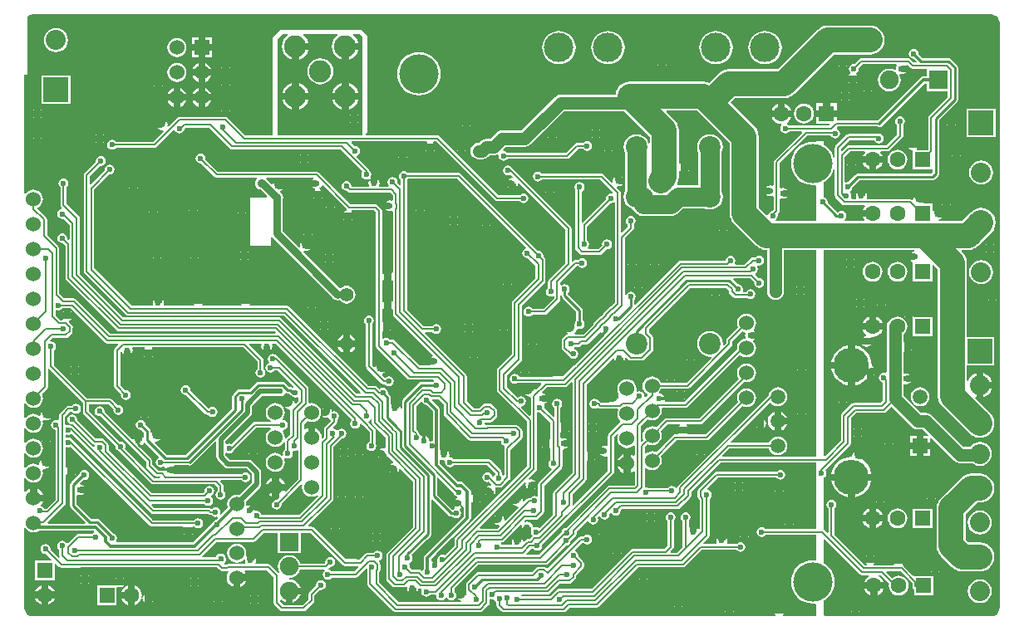
<source format=gbl>
G04 Layer_Physical_Order=2*
G04 Layer_Color=16711680*
%FSLAX25Y25*%
%MOIN*%
G70*
G01*
G75*
%ADD32C,0.06000*%
%ADD45C,0.00800*%
%ADD46C,0.02000*%
%ADD47C,0.01200*%
%ADD48C,0.01000*%
%ADD49C,0.05000*%
%ADD51C,0.10000*%
%ADD53C,0.07500*%
%ADD55C,0.03000*%
%ADD61C,0.08000*%
%ADD62R,0.09843X0.09843*%
%ADD63C,0.11811*%
%ADD64R,0.07500X0.07500*%
%ADD65C,0.07500*%
%ADD66R,0.07500X0.07500*%
%ADD67C,0.08858*%
%ADD68C,0.08661*%
%ADD69R,0.06299X0.06299*%
%ADD70C,0.06299*%
%ADD71C,0.05512*%
%ADD72R,0.06000X0.06000*%
%ADD73C,0.14173*%
%ADD74C,0.05906*%
%ADD75R,0.05906X0.05906*%
%ADD76R,0.06299X0.06299*%
%ADD77C,0.15748*%
%ADD78C,0.02362*%
%ADD79C,0.03543*%
%ADD80R,0.02500X0.01000*%
G36*
X1873284Y994639D02*
X1873657Y994081D01*
X1874308Y993646D01*
X1875076Y993493D01*
X1875081Y993494D01*
X1877585Y990990D01*
Y979259D01*
X1877284Y979011D01*
X1876713Y978897D01*
X1876426Y978958D01*
X1876177Y979233D01*
X1876055Y979851D01*
X1875573Y980573D01*
X1874851Y981055D01*
X1874000Y981224D01*
X1873397Y981104D01*
X1872854Y981268D01*
X1872419Y981919D01*
X1872197Y982067D01*
X1872134Y982386D01*
X1872119Y982463D01*
X1871856Y982856D01*
X1871856Y982856D01*
X1871004Y983709D01*
Y993065D01*
X1872737Y994799D01*
X1873284Y994639D01*
D02*
G37*
G36*
X1764561Y950144D02*
X1764561Y950144D01*
X1764953Y949881D01*
X1765030Y949866D01*
X1765417Y949789D01*
X1765417Y949789D01*
X1787498D01*
X1787644Y949644D01*
X1787644Y949644D01*
X1788037Y949382D01*
X1788114Y949366D01*
X1788500Y949289D01*
X1788500Y949289D01*
X1788941D01*
X1789081Y949081D01*
X1789732Y948646D01*
X1790500Y948493D01*
X1791151Y948622D01*
X1791442Y948206D01*
X1790679Y947443D01*
X1790232Y947354D01*
X1789581Y946919D01*
X1789146Y946268D01*
X1789057Y945821D01*
X1781525Y938289D01*
X1750815D01*
X1750559Y938789D01*
X1750854Y939232D01*
X1751007Y940000D01*
X1750854Y940768D01*
X1750419Y941419D01*
X1749768Y941854D01*
X1749436Y941920D01*
X1743928Y947428D01*
X1743502Y947713D01*
X1743000Y947813D01*
X1740544D01*
X1734813Y953544D01*
Y957115D01*
X1735313Y957413D01*
X1736000Y957276D01*
X1736851Y957445D01*
X1737572Y957928D01*
X1737703Y958122D01*
X1736000D01*
Y960878D01*
X1737703D01*
X1737572Y961073D01*
X1736851Y961555D01*
X1736240Y961676D01*
X1736064Y962208D01*
X1737365Y963509D01*
X1737810Y963420D01*
X1738578Y963573D01*
X1739229Y964008D01*
X1739664Y964659D01*
X1739817Y965427D01*
X1739664Y966196D01*
X1739229Y966847D01*
X1738578Y967282D01*
X1737810Y967435D01*
X1737042Y967282D01*
X1736391Y966847D01*
X1735956Y966196D01*
X1735861Y965717D01*
X1732572Y962428D01*
X1732287Y962002D01*
X1732187Y961500D01*
Y953000D01*
X1732287Y952498D01*
X1732572Y952072D01*
X1738267Y946377D01*
X1738076Y945915D01*
X1723280D01*
X1723089Y946377D01*
X1729943Y953231D01*
X1729943Y953231D01*
X1730206Y953624D01*
X1730298Y954087D01*
Y965470D01*
X1730798Y965621D01*
X1730927Y965427D01*
X1731122Y965298D01*
Y967000D01*
Y968703D01*
X1730927Y968573D01*
X1730798Y968379D01*
X1730298Y968530D01*
Y976414D01*
X1730540Y976543D01*
X1730798Y976633D01*
X1731500Y976493D01*
X1732268Y976646D01*
X1732492Y976796D01*
X1764144Y945144D01*
X1764537Y944882D01*
X1765000Y944789D01*
X1765000Y944789D01*
X1777471D01*
X1777691Y944378D01*
X1781309D01*
X1781486Y944710D01*
X1781986Y944722D01*
X1782081Y944581D01*
X1782732Y944146D01*
X1783500Y943993D01*
X1784268Y944146D01*
X1784919Y944581D01*
X1785354Y945232D01*
X1785507Y946000D01*
X1785354Y946768D01*
X1784919Y947419D01*
X1784268Y947854D01*
X1783500Y948007D01*
X1782732Y947854D01*
X1782081Y947419D01*
X1781941Y947211D01*
X1765502D01*
X1733356Y979356D01*
X1733247Y979429D01*
X1732919Y979919D01*
X1732268Y980354D01*
X1731500Y980507D01*
X1730798Y980367D01*
X1730540Y980457D01*
X1730298Y980586D01*
Y981414D01*
X1730540Y981543D01*
X1730798Y981633D01*
X1731500Y981493D01*
X1732268Y981646D01*
X1732742Y981962D01*
X1764561Y950144D01*
D02*
G37*
G36*
X1886051Y958209D02*
X1886146Y957732D01*
X1886581Y957081D01*
X1887232Y956646D01*
X1887395Y956613D01*
Y956104D01*
X1887149Y956055D01*
X1886427Y955573D01*
X1886297Y955378D01*
X1888000D01*
Y952622D01*
X1886297D01*
X1886427Y952427D01*
X1886448Y952414D01*
X1886342Y951883D01*
X1886232Y951861D01*
X1885581Y951426D01*
X1885444Y951413D01*
X1879313Y957544D01*
Y964294D01*
X1879775Y964485D01*
X1886051Y958209D01*
D02*
G37*
G36*
X2075805Y1119463D02*
X2084069D01*
Y1117168D01*
X2076644Y1109742D01*
X2076381Y1109350D01*
X2076289Y1108886D01*
X2076289Y1108886D01*
Y1096002D01*
X2076225Y1095937D01*
X2071738D01*
X2071572Y1096428D01*
X2071703Y1096622D01*
X2068298D01*
X2068427Y1096428D01*
X2069149Y1095945D01*
X2070000Y1095776D01*
X2070063Y1095724D01*
Y1088063D01*
X2077937D01*
X2078187Y1087667D01*
Y1087044D01*
X2077456Y1086313D01*
X2048000D01*
X2047498Y1086213D01*
X2047072Y1085928D01*
X2044126Y1082982D01*
X2044000Y1083007D01*
X2043342Y1082876D01*
X2042842Y1083149D01*
Y1091119D01*
X2042842Y1091119D01*
Y1091881D01*
X2042842Y1091881D01*
Y1093130D01*
X2045001Y1095289D01*
X2050688D01*
X2050910Y1094789D01*
X2050375Y1094093D01*
X2050079Y1093378D01*
X2057921D01*
X2057625Y1094093D01*
X2057090Y1094789D01*
X2057312Y1095289D01*
X2060000D01*
X2060000Y1095289D01*
X2060463Y1095382D01*
X2060856Y1095644D01*
X2065856Y1100644D01*
X2065856Y1100644D01*
X2066118Y1101037D01*
X2066134Y1101114D01*
X2066211Y1101500D01*
X2066211Y1101500D01*
Y1105941D01*
X2066419Y1106081D01*
X2066854Y1106732D01*
X2067007Y1107500D01*
X2066854Y1108268D01*
X2066419Y1108919D01*
X2065768Y1109354D01*
X2065000Y1109507D01*
X2064232Y1109354D01*
X2063581Y1108919D01*
X2063146Y1108268D01*
X2062993Y1107500D01*
X2063146Y1106732D01*
X2063581Y1106081D01*
X2063789Y1105941D01*
Y1102001D01*
X2059498Y1097711D01*
X2044500D01*
X2044037Y1097618D01*
X2043644Y1097356D01*
X2043644Y1097356D01*
X2041717Y1095429D01*
X2041255Y1095620D01*
Y1096288D01*
X2044844Y1099877D01*
X2054617D01*
X2054646Y1099732D01*
X2055081Y1099081D01*
X2055732Y1098646D01*
X2056500Y1098493D01*
X2057268Y1098646D01*
X2057919Y1099081D01*
X2058354Y1099732D01*
X2058507Y1100500D01*
X2058354Y1101268D01*
X2057919Y1101919D01*
X2057268Y1102354D01*
X2056500Y1102507D01*
X2055732Y1102354D01*
X2055648Y1102298D01*
X2044342D01*
X2044342Y1102298D01*
X2043956Y1102221D01*
X2043879Y1102206D01*
X2043486Y1101943D01*
X2043486Y1101943D01*
X2039188Y1097645D01*
X2038926Y1097252D01*
X2038833Y1096789D01*
X2038833Y1096789D01*
Y1092940D01*
X2038333Y1092866D01*
X2038041Y1093831D01*
X2037237Y1095335D01*
X2036154Y1096654D01*
X2034835Y1097736D01*
X2034500Y1097916D01*
Y1099500D01*
X2031479D01*
X2031430Y1099364D01*
X2031129Y1099092D01*
X2030000Y1099203D01*
X2028302Y1099036D01*
X2026669Y1098541D01*
X2025165Y1097736D01*
X2023846Y1096654D01*
X2022763Y1095335D01*
X2021959Y1093831D01*
X2021464Y1092198D01*
X2021297Y1090500D01*
X2021464Y1088802D01*
X2021959Y1087169D01*
X2022763Y1085665D01*
X2023846Y1084346D01*
X2025165Y1083263D01*
X2026669Y1082459D01*
X2028302Y1081964D01*
X2030000Y1081797D01*
X2031129Y1081908D01*
X2031500Y1081572D01*
Y1067337D01*
X2015207D01*
X2015055Y1067837D01*
X2015419Y1068081D01*
X2015854Y1068732D01*
X2016007Y1069500D01*
X2015875Y1070163D01*
X2016356Y1070644D01*
X2016619Y1071037D01*
X2016711Y1071500D01*
X2016711Y1071500D01*
Y1076211D01*
X2017015Y1076374D01*
X2017211Y1076433D01*
X2018000Y1076276D01*
X2018851Y1076445D01*
X2019572Y1076927D01*
X2019703Y1077122D01*
X2018000D01*
Y1079878D01*
X2019703D01*
X2019572Y1080072D01*
X2018851Y1080555D01*
X2018000Y1080724D01*
X2017211Y1080567D01*
X2017015Y1080626D01*
X2016711Y1080789D01*
Y1090499D01*
X2026174Y1099962D01*
D01*
X2027914Y1101702D01*
X2037166D01*
X2037581Y1101081D01*
X2038232Y1100646D01*
X2039000Y1100493D01*
X2039768Y1100646D01*
X2040419Y1101081D01*
X2040854Y1101732D01*
X2041007Y1102500D01*
X2040854Y1103268D01*
X2040419Y1103919D01*
X2039768Y1104354D01*
X2039703Y1104367D01*
X2039558Y1104846D01*
X2040001Y1105289D01*
X2056157D01*
X2056301Y1105193D01*
X2056842Y1105085D01*
X2057384Y1105193D01*
X2057843Y1105500D01*
X2074928Y1122585D01*
X2075805D01*
Y1119463D01*
D02*
G37*
G36*
X1746231Y1018557D02*
X1746231Y1018556D01*
X1746624Y1018294D01*
X1747087Y1018202D01*
X1751336D01*
X1751528Y1017740D01*
X1750144Y1016356D01*
X1749882Y1015963D01*
X1749789Y1015500D01*
X1749789Y1015500D01*
Y1001000D01*
X1749789Y1001000D01*
X1749882Y1000537D01*
X1750144Y1000144D01*
X1752542Y997746D01*
X1752493Y997500D01*
X1752646Y996732D01*
X1753081Y996081D01*
X1753732Y995646D01*
X1754500Y995493D01*
X1755268Y995646D01*
X1755919Y996081D01*
X1756354Y996732D01*
X1756507Y997500D01*
X1756354Y998268D01*
X1755919Y998919D01*
X1755268Y999354D01*
X1754500Y999507D01*
X1754254Y999458D01*
X1752211Y1001501D01*
Y1014645D01*
X1752407Y1014794D01*
X1752899Y1014662D01*
X1752978Y1014600D01*
X1753428Y1013927D01*
X1753622Y1013797D01*
Y1015500D01*
X1756378D01*
Y1013797D01*
X1756573Y1013927D01*
X1757055Y1014649D01*
X1757224Y1015500D01*
X1757093Y1016158D01*
X1757405Y1016658D01*
X1761904D01*
X1762055Y1016158D01*
X1761927Y1016072D01*
X1761798Y1015878D01*
X1765203D01*
X1765072Y1016072D01*
X1764945Y1016158D01*
X1765096Y1016658D01*
X1801630D01*
X1807289Y1010999D01*
Y1008059D01*
X1807081Y1007919D01*
X1806646Y1007268D01*
X1806493Y1006500D01*
X1806646Y1005732D01*
X1807081Y1005081D01*
X1807732Y1004646D01*
X1808500Y1004493D01*
X1809268Y1004646D01*
X1809919Y1005081D01*
X1810354Y1005732D01*
X1810507Y1006500D01*
X1810354Y1007268D01*
X1809919Y1007919D01*
X1809711Y1008059D01*
Y1011500D01*
X1809711Y1011500D01*
X1809619Y1011963D01*
X1809356Y1012356D01*
X1803929Y1017783D01*
X1804120Y1018245D01*
X1808653D01*
X1808924Y1017745D01*
X1808776Y1017000D01*
X1808945Y1016149D01*
X1809427Y1015427D01*
X1809622Y1015298D01*
Y1017000D01*
X1812378D01*
Y1015298D01*
X1812572Y1015427D01*
X1813055Y1016149D01*
X1813224Y1017000D01*
X1813076Y1017745D01*
X1813347Y1018245D01*
X1814543D01*
X1845107Y987681D01*
X1845081Y987419D01*
X1844646Y986768D01*
X1844493Y986000D01*
X1844646Y985232D01*
X1845081Y984581D01*
X1845732Y984146D01*
X1846500Y983993D01*
X1847268Y984146D01*
X1847919Y984581D01*
X1848354Y985232D01*
X1848461Y985770D01*
X1848988Y985950D01*
X1849163Y985775D01*
X1849163Y985775D01*
X1849448Y985585D01*
X1852289Y982743D01*
Y978866D01*
X1852232Y978854D01*
X1851581Y978419D01*
X1851146Y977768D01*
X1850993Y977000D01*
X1851146Y976232D01*
X1851581Y975581D01*
X1852232Y975146D01*
X1853000Y974993D01*
X1853768Y975146D01*
X1854419Y975581D01*
X1854854Y976232D01*
X1855007Y977000D01*
X1854854Y977768D01*
X1854711Y977983D01*
Y983245D01*
X1854711Y983245D01*
X1854634Y983631D01*
X1854618Y983708D01*
X1854356Y984101D01*
X1854356Y984101D01*
X1851780Y986677D01*
X1851918Y987246D01*
X1852419Y987581D01*
X1852615Y987873D01*
X1853115Y987721D01*
Y986571D01*
X1853115Y986571D01*
X1853207Y986108D01*
X1853469Y985715D01*
X1858658Y980526D01*
Y976405D01*
X1858158Y976093D01*
X1857500Y976224D01*
X1856649Y976055D01*
X1855927Y975572D01*
X1855798Y975378D01*
X1857500D01*
Y974000D01*
X1858720D01*
X1858750Y973850D01*
X1858878Y973658D01*
Y972297D01*
X1859072Y972427D01*
X1859242Y972681D01*
X1859740Y972730D01*
X1861780Y970690D01*
X1861615Y970147D01*
X1861149Y970055D01*
X1860427Y969573D01*
X1860298Y969378D01*
X1862000D01*
Y968000D01*
X1863378D01*
Y966298D01*
X1863573Y966428D01*
X1864055Y967149D01*
X1864147Y967615D01*
X1864690Y967780D01*
X1869614Y962855D01*
Y944458D01*
X1859294Y934138D01*
X1859032Y933745D01*
X1858940Y933282D01*
X1858940Y933282D01*
Y923698D01*
X1858940Y923698D01*
X1859032Y923235D01*
X1859294Y922842D01*
X1861448Y920688D01*
X1861449Y920688D01*
X1861841Y920426D01*
X1861918Y920410D01*
X1862305Y920333D01*
X1862305Y920333D01*
X1866138D01*
X1866139Y920333D01*
X1866602Y920426D01*
X1866889Y920618D01*
X1867215Y920462D01*
X1867342Y920332D01*
X1867276Y920000D01*
X1867445Y919149D01*
X1867928Y918427D01*
X1868122Y918297D01*
Y920000D01*
X1870878D01*
Y918297D01*
X1871073Y918427D01*
X1871555Y919149D01*
X1871659Y919676D01*
X1872213Y919907D01*
X1872316Y919838D01*
X1872780Y919746D01*
X1872889D01*
X1873148Y919335D01*
X1873141Y919246D01*
X1872993Y918500D01*
X1873146Y917732D01*
X1873581Y917081D01*
X1874232Y916646D01*
X1875000Y916493D01*
X1875768Y916646D01*
X1876419Y917081D01*
X1876559Y917289D01*
X1878541D01*
X1878894Y917063D01*
X1879026Y916831D01*
X1879146Y916232D01*
X1879581Y915581D01*
X1880232Y915146D01*
X1881000Y914993D01*
X1881768Y915146D01*
X1882419Y915581D01*
X1882716Y916025D01*
X1883284D01*
X1883581Y915581D01*
X1884232Y915146D01*
X1885000Y914993D01*
X1885768Y915146D01*
X1886419Y915581D01*
X1886854Y916232D01*
X1886887Y916395D01*
X1886887D01*
X1887007Y917000D01*
X1886887Y917605D01*
X1886887D01*
X1886854Y917768D01*
X1886419Y918419D01*
X1886211Y918559D01*
Y919743D01*
X1895844Y929377D01*
X1922894D01*
X1922894Y929377D01*
X1923357Y929469D01*
X1923750Y929731D01*
X1931014Y936996D01*
X1931768Y937146D01*
X1932419Y937581D01*
X1932854Y938232D01*
X1933004Y938986D01*
X1934856Y940837D01*
X1934856Y940837D01*
X1935118Y941230D01*
X1935211Y941693D01*
Y942743D01*
X1939564Y947096D01*
X1940106Y946932D01*
X1940146Y946732D01*
X1940581Y946081D01*
X1941232Y945646D01*
X1941645Y945564D01*
Y945563D01*
X1942000Y945493D01*
X1942768Y945646D01*
X1942808Y945672D01*
X1942808Y945672D01*
X1943419Y946081D01*
X1943854Y946732D01*
X1944007Y947500D01*
X1943854Y948268D01*
X1943765Y948402D01*
X1944161Y948799D01*
X1944708Y948639D01*
X1945081Y948081D01*
X1945732Y947646D01*
X1946500Y947493D01*
X1947268Y947646D01*
X1947919Y948081D01*
X1948354Y948732D01*
X1948507Y949500D01*
X1948429Y949893D01*
X1948729Y950178D01*
X1949242Y950088D01*
X1949581Y949581D01*
X1950232Y949146D01*
X1951000Y948993D01*
X1951768Y949146D01*
X1952419Y949581D01*
X1952854Y950232D01*
X1953007Y951000D01*
X1952958Y951246D01*
X1953458Y951746D01*
X1975853D01*
X1975853Y951746D01*
X1976316Y951838D01*
X1976709Y952101D01*
X1980856Y956248D01*
X1981119Y956641D01*
X1981211Y957104D01*
X1981211Y957104D01*
Y958498D01*
X1993002Y970289D01*
X2031500D01*
Y966035D01*
X2031493Y966000D01*
X2031500Y965965D01*
X2031500Y965965D01*
X2031500Y965965D01*
Y943711D01*
X2011059D01*
X2010919Y943919D01*
X2010268Y944354D01*
X2009500Y944507D01*
X2008732Y944354D01*
X2008081Y943919D01*
X2007646Y943268D01*
X2007493Y942500D01*
X2007646Y941732D01*
X2008081Y941081D01*
X2008732Y940646D01*
X2009500Y940493D01*
X2010268Y940646D01*
X2010919Y941081D01*
X2011059Y941289D01*
X2031500D01*
Y931428D01*
X2031129Y931092D01*
X2030000Y931203D01*
X2028302Y931036D01*
X2026669Y930541D01*
X2025165Y929737D01*
X2023846Y928654D01*
X2022763Y927335D01*
X2021959Y925831D01*
X2021464Y924198D01*
X2021297Y922500D01*
X2021464Y920802D01*
X2021959Y919169D01*
X2022763Y917665D01*
X2023846Y916346D01*
X2025165Y915263D01*
X2026669Y914459D01*
X2028302Y913964D01*
X2030000Y913797D01*
X2031129Y913908D01*
X2031500Y913572D01*
Y909000D01*
Y908813D01*
X2018052D01*
X2017900Y909313D01*
X2018073Y909428D01*
X2018203Y909622D01*
X2014798D01*
X2014927Y909428D01*
X2015100Y909313D01*
X2014948Y908813D01*
X1717000D01*
X1716992Y908811D01*
X1716174Y908919D01*
X1715405Y909237D01*
X1714744Y909744D01*
X1714238Y910405D01*
X1713919Y911174D01*
X1713811Y911992D01*
X1713813Y912000D01*
Y943971D01*
X1714313Y944141D01*
X1714799Y943507D01*
X1715590Y942900D01*
X1716511Y942519D01*
X1717500Y942389D01*
X1718489Y942519D01*
X1719410Y942900D01*
X1719651Y943085D01*
X1741570D01*
X1741753Y942861D01*
X1741747Y942729D01*
X1741631Y942287D01*
X1741081Y941919D01*
X1740941Y941711D01*
X1735500D01*
X1735037Y941619D01*
X1734644Y941356D01*
X1734644Y941356D01*
X1731281Y937993D01*
X1730652Y938071D01*
X1730419Y938419D01*
X1729768Y938854D01*
X1729000Y939007D01*
X1728232Y938854D01*
X1727581Y938419D01*
X1727146Y937768D01*
X1726993Y937000D01*
X1727146Y936232D01*
X1727581Y935581D01*
X1727789Y935441D01*
Y933000D01*
X1727789Y933000D01*
X1727881Y932537D01*
X1727491Y932221D01*
X1724208Y935504D01*
X1724257Y935750D01*
X1724104Y936518D01*
X1723669Y937169D01*
X1723018Y937604D01*
X1722250Y937757D01*
X1721482Y937604D01*
X1720831Y937169D01*
X1720396Y936518D01*
X1720243Y935750D01*
X1720396Y934982D01*
X1720831Y934331D01*
X1721482Y933896D01*
X1722250Y933743D01*
X1722496Y933792D01*
X1724779Y931509D01*
X1724587Y931047D01*
X1718134D01*
Y923173D01*
X1726008D01*
Y929627D01*
X1726470Y929818D01*
X1727687Y928601D01*
X1728080Y928338D01*
X1728543Y928246D01*
X1728543Y928246D01*
X1736296D01*
X1736296Y928246D01*
X1736514Y928289D01*
X1791149D01*
X1792163Y927275D01*
X1792556Y927013D01*
X1793019Y926921D01*
X1794981D01*
X1794981Y926921D01*
X1795444Y927013D01*
X1795474Y927032D01*
X1795820Y926663D01*
X1795506Y926253D01*
X1795103Y925280D01*
X1794966Y924236D01*
X1795103Y923192D01*
X1795506Y922219D01*
X1796147Y921383D01*
X1796983Y920742D01*
X1797622Y920477D01*
Y924236D01*
X1799000D01*
Y925614D01*
X1802759D01*
X1802494Y926253D01*
X1802141Y926713D01*
X1802388Y927213D01*
X1811075D01*
X1813789Y924498D01*
Y914158D01*
X1813789Y914158D01*
X1813881Y913695D01*
X1814144Y913302D01*
X1816302Y911144D01*
X1816302Y911144D01*
X1816695Y910882D01*
X1816772Y910866D01*
X1817158Y910789D01*
X1817158Y910789D01*
X1825850D01*
X1825850Y910789D01*
X1826313Y910882D01*
X1826706Y911144D01*
X1829725Y914163D01*
X1829725Y914163D01*
X1829987Y914556D01*
X1830002Y914633D01*
X1830079Y915019D01*
X1830079Y915019D01*
Y916867D01*
X1832504Y919292D01*
X1832750Y919243D01*
X1833518Y919396D01*
X1834169Y919831D01*
X1834604Y920482D01*
X1834757Y921250D01*
X1834604Y922018D01*
X1834169Y922669D01*
X1833518Y923104D01*
X1832750Y923257D01*
X1831982Y923104D01*
X1831331Y922669D01*
X1830896Y922018D01*
X1830743Y921250D01*
X1830792Y921004D01*
X1828012Y918225D01*
X1827750Y917832D01*
X1827658Y917369D01*
X1827658Y917368D01*
Y915520D01*
X1825348Y913211D01*
X1817660D01*
X1816211Y914660D01*
Y915199D01*
X1816711Y915352D01*
X1817604Y914666D01*
X1818622Y914244D01*
Y918815D01*
X1820000D01*
Y920193D01*
X1824571D01*
X1824149Y921210D01*
X1823388Y922203D01*
X1822396Y922964D01*
X1821240Y923443D01*
X1820111Y923591D01*
Y924096D01*
X1821185Y924237D01*
X1822288Y924694D01*
X1823236Y925421D01*
X1823963Y926369D01*
X1824410Y927447D01*
X1834053D01*
X1834205Y926947D01*
X1834081Y926864D01*
X1833646Y926213D01*
X1833493Y925445D01*
X1833646Y924676D01*
X1834081Y924025D01*
X1834732Y923590D01*
X1835500Y923437D01*
X1836268Y923590D01*
X1836919Y924025D01*
X1837059Y924234D01*
X1846595D01*
X1846595Y924234D01*
X1847058Y924326D01*
X1847451Y924588D01*
X1850661Y927799D01*
X1851208Y927639D01*
X1851289Y927517D01*
Y921755D01*
X1851289Y921755D01*
X1851381Y921292D01*
X1851644Y920899D01*
X1861855Y910688D01*
X1861855Y910688D01*
X1862248Y910426D01*
X1862325Y910410D01*
X1862711Y910333D01*
X1862711Y910333D01*
X1896638D01*
X1896639Y910333D01*
X1897102Y910426D01*
X1897495Y910688D01*
X1899987Y913181D01*
X1899988Y913181D01*
X1900250Y913574D01*
X1900265Y913651D01*
X1900342Y914037D01*
X1900342Y914037D01*
Y915366D01*
X1900842Y915639D01*
X1901500Y915509D01*
X1901877Y915584D01*
X1902456Y915232D01*
X1902496Y915032D01*
X1902931Y914381D01*
X1903140Y914242D01*
Y913150D01*
X1903140Y913150D01*
X1903232Y912686D01*
X1903494Y912294D01*
X1905144Y910644D01*
X1905144Y910644D01*
X1905537Y910382D01*
X1906000Y910289D01*
X1930094D01*
X1930095Y910289D01*
X1930558Y910382D01*
X1930951Y910644D01*
X1932509Y912202D01*
X1943413D01*
X1943413Y912202D01*
X1943876Y912294D01*
X1944269Y912556D01*
X1960024Y928312D01*
X1978023D01*
X1978023Y928312D01*
X1978486Y928404D01*
X1978879Y928667D01*
X1985501Y935289D01*
X1999441D01*
X1999581Y935081D01*
X2000232Y934646D01*
X2001000Y934493D01*
X2001768Y934646D01*
X2002419Y935081D01*
X2002854Y935732D01*
X2003007Y936500D01*
X2002854Y937268D01*
X2002419Y937919D01*
X2001768Y938354D01*
X2001000Y938507D01*
X2000232Y938354D01*
X1999581Y937919D01*
X1999441Y937711D01*
X1995789D01*
X1995626Y938015D01*
X1995567Y938211D01*
X1995724Y939000D01*
X1995555Y939851D01*
X1995073Y940572D01*
X1994878Y940703D01*
Y939000D01*
X1992122D01*
Y940703D01*
X1991928Y940572D01*
X1991445Y939851D01*
X1991276Y939000D01*
X1991433Y938211D01*
X1991373Y938015D01*
X1991211Y937711D01*
X1986275D01*
X1986084Y938173D01*
X1988206Y940294D01*
X1988206Y940294D01*
X1988468Y940687D01*
X1988483Y940764D01*
X1988560Y941150D01*
X1988560Y941150D01*
Y955841D01*
X1988919Y956081D01*
X1989354Y956732D01*
X1989507Y957500D01*
X1989354Y958268D01*
X1988919Y958919D01*
X1988268Y959354D01*
X1987856Y959436D01*
X1987691Y959979D01*
X1992002Y964289D01*
X2015441D01*
X2015581Y964081D01*
X2016232Y963646D01*
X2017000Y963493D01*
X2017768Y963646D01*
X2018419Y964081D01*
X2018854Y964732D01*
X2019007Y965500D01*
X2018854Y966268D01*
X2018419Y966919D01*
X2017768Y967354D01*
X2017000Y967507D01*
X2016232Y967354D01*
X2015581Y966919D01*
X2015441Y966711D01*
X1991500D01*
X1991500Y966711D01*
X1991037Y966619D01*
X1990644Y966356D01*
X1990644Y966356D01*
X1984144Y959856D01*
X1983882Y959463D01*
X1983789Y959000D01*
X1983789Y959000D01*
Y956651D01*
X1983789Y956650D01*
X1983882Y956187D01*
X1984144Y955794D01*
X1984552Y955387D01*
Y943798D01*
X1984397Y943693D01*
X1983739Y943824D01*
X1983573Y944073D01*
X1983378Y944203D01*
Y942500D01*
X1980622D01*
Y944309D01*
X1980211Y944529D01*
Y946941D01*
X1980419Y947081D01*
X1980854Y947732D01*
X1981007Y948500D01*
X1980854Y949268D01*
X1980419Y949919D01*
X1979768Y950354D01*
X1979000Y950507D01*
X1978232Y950354D01*
X1977581Y949919D01*
X1977146Y949268D01*
X1976993Y948500D01*
X1977146Y947732D01*
X1977581Y947081D01*
X1977789Y946941D01*
Y936595D01*
X1975405Y934211D01*
X1973076D01*
X1972885Y934673D01*
X1973856Y935644D01*
X1973856Y935644D01*
X1974118Y936037D01*
X1974211Y936500D01*
Y946941D01*
X1974419Y947081D01*
X1974854Y947732D01*
X1975007Y948500D01*
X1974854Y949268D01*
X1974419Y949919D01*
X1973768Y950354D01*
X1973000Y950507D01*
X1972232Y950354D01*
X1971581Y949919D01*
X1971146Y949268D01*
X1970993Y948500D01*
X1971146Y947732D01*
X1971581Y947081D01*
X1971789Y946941D01*
Y937002D01*
X1970586Y935798D01*
X1957853D01*
X1957853Y935798D01*
X1957389Y935706D01*
X1956997Y935443D01*
X1941264Y919711D01*
X1928151D01*
X1928150Y919711D01*
X1927687Y919619D01*
X1927294Y919356D01*
X1924649Y916711D01*
X1913327D01*
X1913169Y916927D01*
X1913423Y917427D01*
X1923628D01*
X1923628Y917427D01*
X1924091Y917519D01*
X1924484Y917782D01*
X1928491Y921789D01*
X1932350D01*
X1932350Y921789D01*
X1932813Y921881D01*
X1933206Y922144D01*
X1934724Y923663D01*
X1934725Y923663D01*
X1934987Y924056D01*
X1935002Y924133D01*
X1935079Y924519D01*
X1935079Y924519D01*
Y925018D01*
X1937856Y927794D01*
X1938119Y928187D01*
X1938211Y928650D01*
X1938211Y928650D01*
Y930000D01*
X1938211Y930000D01*
X1938119Y930463D01*
X1937856Y930856D01*
X1935958Y932754D01*
X1936007Y933000D01*
X1935854Y933768D01*
X1935419Y934419D01*
X1934828Y934814D01*
X1934673Y935169D01*
X1934627Y935320D01*
X1937491Y938185D01*
X1938037Y938147D01*
X1938081Y938081D01*
X1938732Y937646D01*
X1939500Y937493D01*
X1940268Y937646D01*
X1940919Y938081D01*
X1941354Y938732D01*
X1941507Y939500D01*
X1941354Y940268D01*
X1941025Y940761D01*
X1941122Y940858D01*
Y941622D01*
X1940797D01*
X1940822Y941586D01*
X1940461Y941225D01*
X1940268Y941354D01*
X1939500Y941507D01*
X1938732Y941354D01*
X1938081Y940919D01*
X1937941Y940711D01*
X1937094D01*
X1937094Y940711D01*
X1936631Y940619D01*
X1936238Y940356D01*
X1936238Y940356D01*
X1923825Y927943D01*
X1923326D01*
X1923044Y928225D01*
X1922651Y928487D01*
X1922188Y928579D01*
X1922188Y928579D01*
X1920019D01*
X1919556Y928487D01*
X1919163Y928225D01*
X1917336Y926398D01*
X1895838D01*
X1895838Y926398D01*
X1895451Y926321D01*
X1895374Y926306D01*
X1894982Y926044D01*
X1894982Y926043D01*
X1891275Y922337D01*
X1891013Y921944D01*
X1890921Y921481D01*
X1890921Y921481D01*
Y919519D01*
X1890921Y919519D01*
X1890977Y919238D01*
X1890878Y919166D01*
Y917000D01*
X1889500D01*
Y915622D01*
X1887798D01*
X1887927Y915427D01*
X1888649Y914945D01*
X1889168Y914842D01*
X1889119Y914342D01*
X1863870D01*
X1856079Y922133D01*
Y926517D01*
X1856224Y926663D01*
X1856225Y926663D01*
X1856487Y927056D01*
X1856502Y927133D01*
X1856579Y927519D01*
X1856579Y927519D01*
Y929481D01*
X1856579Y929481D01*
X1856502Y929867D01*
X1856487Y929944D01*
X1856225Y930337D01*
X1856224Y930337D01*
X1855932Y930629D01*
X1856078Y931108D01*
X1856268Y931146D01*
X1856919Y931581D01*
X1857354Y932232D01*
X1857507Y933000D01*
X1857354Y933768D01*
X1856919Y934419D01*
X1856268Y934854D01*
X1855500Y935007D01*
X1854732Y934854D01*
X1854081Y934419D01*
X1853941Y934211D01*
X1851500D01*
X1851500Y934211D01*
X1851037Y934118D01*
X1850644Y933856D01*
X1850644Y933856D01*
X1848086Y931298D01*
X1847087D01*
X1846914Y931622D01*
X1842711D01*
X1842705Y931608D01*
X1842617Y931595D01*
X1829899Y944313D01*
X1829507Y944575D01*
X1829043Y944667D01*
X1829043Y944667D01*
X1827778D01*
X1827586Y945129D01*
X1835476Y953019D01*
X1835503Y953037D01*
X1837444Y954978D01*
X1837706Y955370D01*
X1837798Y955834D01*
X1837798Y955834D01*
Y976577D01*
X1839169Y977948D01*
X1839187Y977975D01*
X1841256Y980044D01*
X1841768Y980146D01*
X1842419Y980581D01*
X1842854Y981232D01*
X1843007Y982000D01*
X1842854Y982768D01*
X1842419Y983419D01*
X1841768Y983854D01*
X1841000Y984007D01*
X1840232Y983854D01*
X1839581Y983419D01*
X1839500Y983298D01*
X1839000D01*
X1838919Y983419D01*
X1838268Y983854D01*
X1837720Y983963D01*
X1837535Y984485D01*
X1838856Y985806D01*
X1838856Y985806D01*
X1839119Y986199D01*
X1839211Y986662D01*
Y987441D01*
X1839419Y987581D01*
X1839854Y988232D01*
X1840007Y989000D01*
X1839854Y989768D01*
X1839419Y990419D01*
X1838768Y990854D01*
X1838000Y991007D01*
X1837232Y990854D01*
X1837146Y990890D01*
X1837055Y991351D01*
X1836572Y992072D01*
X1836378Y992202D01*
Y990500D01*
X1835000D01*
Y989122D01*
X1833298D01*
X1833427Y988927D01*
X1834149Y988445D01*
X1835000Y988276D01*
X1835603Y988396D01*
X1836146Y988232D01*
X1836581Y987581D01*
X1836584Y987579D01*
X1836628Y987002D01*
X1834282Y984656D01*
X1834019Y984263D01*
X1833927Y983800D01*
X1833927Y983800D01*
Y983013D01*
X1833921Y982981D01*
X1833921Y982981D01*
Y981019D01*
X1833921Y981019D01*
X1833927Y980987D01*
Y980620D01*
X1833467Y980160D01*
X1833019Y980382D01*
X1833035Y980500D01*
X1832897Y981544D01*
X1832494Y982517D01*
X1831853Y983353D01*
X1831017Y983994D01*
X1830378Y984259D01*
Y980500D01*
X1827622D01*
Y984259D01*
X1826983Y983994D01*
X1826523Y983641D01*
X1826023Y983888D01*
Y985811D01*
X1827312Y987100D01*
X1828011Y986810D01*
X1829000Y986680D01*
X1829989Y986810D01*
X1830910Y987192D01*
X1831701Y987799D01*
X1832308Y988590D01*
X1832593Y989277D01*
X1832593Y989277D01*
X1832690Y989511D01*
X1832820Y990500D01*
X1832690Y991489D01*
X1832593Y991723D01*
X1832593Y991723D01*
X1832308Y992410D01*
X1831701Y993201D01*
X1830910Y993808D01*
X1829989Y994190D01*
X1829000Y994320D01*
X1828298Y994228D01*
X1827798Y994600D01*
Y1000158D01*
X1827798Y1000158D01*
X1827721Y1000544D01*
X1827706Y1000621D01*
X1827444Y1001014D01*
X1827443Y1001014D01*
X1815601Y1012856D01*
X1815208Y1013118D01*
X1815107Y1013139D01*
X1814919Y1013419D01*
X1814268Y1013854D01*
X1813500Y1014007D01*
X1812732Y1013854D01*
X1812081Y1013419D01*
X1811646Y1012768D01*
X1811493Y1012000D01*
X1811646Y1011232D01*
X1811873Y1010892D01*
X1811732Y1010354D01*
X1811081Y1009919D01*
X1810646Y1009268D01*
X1810493Y1008500D01*
X1810646Y1007732D01*
X1811081Y1007081D01*
X1811732Y1006646D01*
X1812500Y1006493D01*
X1813268Y1006646D01*
X1813919Y1007081D01*
X1814059Y1007289D01*
X1815499D01*
X1821671Y1001117D01*
X1821682Y1000855D01*
X1821540Y1000541D01*
X1821320Y1000501D01*
X1821002Y1000713D01*
X1820500Y1000813D01*
X1820035D01*
X1818451Y1002397D01*
X1818025Y1002681D01*
X1817522Y1002781D01*
X1807734D01*
X1807231Y1002681D01*
X1806805Y1002397D01*
X1804190Y999781D01*
X1799977D01*
X1799475Y999681D01*
X1799049Y999397D01*
X1797572Y997919D01*
X1797287Y997493D01*
X1797187Y996991D01*
Y992072D01*
X1778616Y973500D01*
X1770856D01*
X1765988Y978368D01*
X1766234Y978829D01*
X1766500Y978776D01*
X1767351Y978945D01*
X1768073Y979428D01*
X1768203Y979622D01*
X1766500D01*
Y981000D01*
X1765122D01*
Y982703D01*
X1764927Y982572D01*
X1764813Y982401D01*
X1764313Y982552D01*
Y983014D01*
X1764213Y983517D01*
X1763928Y983942D01*
X1762482Y985388D01*
X1762507Y985514D01*
X1762354Y986282D01*
X1761919Y986933D01*
X1761268Y987368D01*
X1760500Y987521D01*
X1759732Y987368D01*
X1759081Y986933D01*
X1758646Y986282D01*
X1758493Y985514D01*
X1758646Y984746D01*
X1759081Y984095D01*
X1759732Y983660D01*
X1760500Y983507D01*
X1760626Y983532D01*
X1761687Y982470D01*
Y980552D01*
X1761187Y980400D01*
X1761073Y980573D01*
X1760878Y980702D01*
Y979000D01*
X1758122D01*
Y980702D01*
X1757928Y980573D01*
X1757495Y979925D01*
X1756956Y979757D01*
X1745958Y990754D01*
X1746007Y991000D01*
X1745854Y991768D01*
X1745419Y992419D01*
X1744768Y992854D01*
X1744000Y993007D01*
X1743232Y992854D01*
X1742581Y992419D01*
X1742146Y991768D01*
X1741993Y991000D01*
X1742146Y990232D01*
X1742581Y989581D01*
X1743232Y989146D01*
X1744000Y988993D01*
X1744246Y989042D01*
X1762740Y970548D01*
Y969050D01*
X1762740Y969050D01*
X1762832Y968586D01*
X1763094Y968194D01*
X1766194Y965094D01*
X1766586Y964832D01*
X1767050Y964740D01*
X1767050Y964740D01*
X1768225D01*
X1768305Y964623D01*
X1768040Y964123D01*
X1765948D01*
X1754120Y975951D01*
X1754213Y976091D01*
X1754366Y976859D01*
X1754213Y977627D01*
X1753778Y978278D01*
X1753127Y978713D01*
X1752359Y978866D01*
X1752113Y978817D01*
X1739711Y991219D01*
Y993789D01*
X1747499D01*
X1749542Y991746D01*
X1749493Y991500D01*
X1749646Y990732D01*
X1750081Y990081D01*
X1750732Y989646D01*
X1751500Y989493D01*
X1752268Y989646D01*
X1752919Y990081D01*
X1753354Y990732D01*
X1753507Y991500D01*
X1753354Y992268D01*
X1752919Y992919D01*
X1752268Y993354D01*
X1751500Y993507D01*
X1751254Y993458D01*
X1748856Y995856D01*
X1748463Y996119D01*
X1748000Y996211D01*
X1748000Y996211D01*
X1739001D01*
X1725711Y1009501D01*
Y1015441D01*
X1725919Y1015581D01*
X1726354Y1016232D01*
X1726507Y1017000D01*
X1726354Y1017768D01*
X1725919Y1018419D01*
X1725268Y1018854D01*
X1724500Y1019007D01*
X1724408Y1018989D01*
X1724162Y1019450D01*
X1725133Y1020421D01*
X1730481D01*
X1730481Y1020421D01*
X1730944Y1020513D01*
X1731337Y1020775D01*
X1732725Y1022163D01*
X1732725Y1022163D01*
X1732987Y1022556D01*
X1733002Y1022633D01*
X1733079Y1023019D01*
X1733079Y1023019D01*
Y1024327D01*
X1733118Y1024386D01*
X1733211Y1024850D01*
X1733118Y1025313D01*
X1732856Y1025706D01*
X1732856Y1025706D01*
X1731663Y1026898D01*
X1731828Y1027441D01*
X1731851Y1027445D01*
X1732573Y1027927D01*
X1732702Y1028122D01*
X1729297D01*
X1729326Y1028079D01*
X1729117Y1027579D01*
X1728133D01*
X1726211Y1029502D01*
Y1031464D01*
X1726652Y1031699D01*
X1726732Y1031646D01*
X1727500Y1031493D01*
X1728268Y1031646D01*
X1728919Y1032081D01*
X1729059Y1032289D01*
X1732499D01*
X1746231Y1018557D01*
D02*
G37*
G36*
X1920500Y990493D02*
X1920746Y990542D01*
X1924789Y986499D01*
Y980029D01*
X1924378Y979809D01*
Y978000D01*
Y976191D01*
X1924789Y975971D01*
Y971559D01*
X1924581Y971419D01*
X1924146Y970768D01*
X1923993Y970000D01*
X1924146Y969232D01*
X1924581Y968581D01*
X1925138Y968208D01*
X1925299Y967661D01*
X1920144Y962506D01*
X1919881Y962114D01*
X1919789Y961650D01*
X1919789Y961650D01*
Y957036D01*
X1919348Y956801D01*
X1919268Y956854D01*
X1918500Y957007D01*
X1917732Y956854D01*
X1917081Y956419D01*
X1916941Y956211D01*
X1916255D01*
X1915792Y956118D01*
X1915399Y955856D01*
X1915399Y955856D01*
X1914157Y954614D01*
X1913696Y954860D01*
X1913724Y955000D01*
X1913555Y955851D01*
X1913073Y956573D01*
X1912878Y956703D01*
Y955000D01*
X1911500D01*
Y953622D01*
X1909797D01*
X1909928Y953428D01*
X1910649Y952945D01*
X1911500Y952776D01*
X1911640Y952804D01*
X1911886Y952343D01*
X1906657Y947114D01*
X1906196Y947360D01*
X1906224Y947500D01*
X1906055Y948351D01*
X1905573Y949072D01*
X1905378Y949203D01*
Y947500D01*
X1904000D01*
Y946122D01*
X1902298D01*
X1902427Y945928D01*
X1903149Y945445D01*
X1904000Y945276D01*
X1904140Y945304D01*
X1904386Y944843D01*
X1903428Y943886D01*
X1896534D01*
X1896342Y944347D01*
X1914478Y962483D01*
X1914919Y962217D01*
X1914776Y961500D01*
X1914945Y960649D01*
X1915428Y959927D01*
X1915622Y959797D01*
Y961500D01*
X1917000D01*
Y962878D01*
X1918703D01*
X1918572Y963072D01*
X1917851Y963555D01*
X1917000Y963724D01*
X1916283Y963581D01*
X1916017Y964022D01*
X1919031Y967036D01*
X1919293Y967429D01*
X1919386Y967892D01*
X1919386Y967892D01*
Y990322D01*
X1919885Y990615D01*
X1920500Y990493D01*
D02*
G37*
G36*
X1812569Y983841D02*
X1812565Y983789D01*
X1811799Y983201D01*
X1811192Y982410D01*
X1810810Y981489D01*
X1810680Y980500D01*
X1810810Y979511D01*
X1811192Y978590D01*
X1811799Y977799D01*
X1812590Y977192D01*
X1813511Y976810D01*
X1814500Y976680D01*
X1815489Y976810D01*
X1816410Y977192D01*
X1817201Y977799D01*
X1817789Y978565D01*
X1817841Y978569D01*
X1818289Y978365D01*
Y975559D01*
X1818081Y975419D01*
X1817646Y974768D01*
X1817493Y974000D01*
X1817590Y973510D01*
X1817375Y973339D01*
X1817131Y973255D01*
X1816410Y973808D01*
X1815489Y974190D01*
X1814500Y974320D01*
X1813511Y974190D01*
X1812590Y973808D01*
X1811799Y973201D01*
X1811192Y972410D01*
X1810810Y971489D01*
X1810680Y970500D01*
X1810810Y969511D01*
X1811192Y968590D01*
X1811799Y967799D01*
X1812590Y967192D01*
X1813511Y966810D01*
X1814500Y966680D01*
X1815489Y966810D01*
X1816410Y967192D01*
X1817201Y967799D01*
X1817808Y968590D01*
X1818190Y969511D01*
X1818320Y970500D01*
X1818190Y971489D01*
X1817951Y972066D01*
X1818354Y972398D01*
X1818732Y972146D01*
X1819500Y971993D01*
X1820268Y972146D01*
X1820919Y972581D01*
X1821354Y973232D01*
X1821507Y974000D01*
X1821387Y974605D01*
X1821661Y974967D01*
X1821771Y975038D01*
X1822000Y974993D01*
X1822768Y975146D01*
X1823102Y975369D01*
X1823602Y975101D01*
Y963814D01*
X1818722Y958934D01*
X1818442Y959122D01*
X1815878D01*
Y956559D01*
X1816066Y956278D01*
X1815246Y955458D01*
X1815000Y955507D01*
X1814232Y955354D01*
X1813581Y954919D01*
X1813146Y954268D01*
X1812993Y953500D01*
X1813146Y952732D01*
X1813581Y952081D01*
X1814232Y951646D01*
X1815000Y951493D01*
X1815768Y951646D01*
X1816419Y952081D01*
X1816854Y952732D01*
X1817007Y953500D01*
X1816958Y953746D01*
X1824848Y961636D01*
X1824990Y961591D01*
X1825295Y961376D01*
X1825180Y960500D01*
X1825310Y959511D01*
X1825692Y958590D01*
X1826299Y957799D01*
X1827090Y957192D01*
X1828011Y956810D01*
X1829000Y956680D01*
X1829989Y956810D01*
X1830910Y957192D01*
X1831415Y957579D01*
X1831746Y957203D01*
X1823966Y949423D01*
X1808923D01*
X1808854Y949768D01*
X1808419Y950419D01*
X1807768Y950854D01*
X1807000Y951007D01*
X1806705Y950948D01*
X1806224Y951000D01*
X1806162Y951311D01*
X1806055Y951851D01*
X1805573Y952573D01*
X1804851Y953055D01*
X1804000Y953224D01*
X1803233Y953071D01*
X1802940Y953249D01*
X1802773Y953405D01*
X1802820Y953764D01*
X1802690Y954753D01*
X1802654Y954840D01*
X1808289Y960475D01*
X1808289Y960475D01*
X1808684Y961066D01*
X1808822Y961764D01*
X1808822Y961764D01*
Y966500D01*
X1808822Y966500D01*
X1808684Y967197D01*
X1808289Y967789D01*
X1805013Y971064D01*
X1804422Y971459D01*
X1803724Y971598D01*
X1803724Y971598D01*
X1796255D01*
X1794460Y973393D01*
Y974060D01*
X1794960Y974327D01*
X1795232Y974146D01*
X1796000Y973993D01*
X1796768Y974146D01*
X1797419Y974581D01*
X1797854Y975232D01*
X1797863Y975276D01*
X1806876Y984289D01*
X1812365D01*
X1812569Y983841D01*
D02*
G37*
G36*
X2038833Y1088060D02*
Y1077606D01*
X2038833Y1077606D01*
X2038926Y1077143D01*
X2039188Y1076750D01*
X2041794Y1074144D01*
X2041794Y1074144D01*
X2042187Y1073882D01*
X2042650Y1073789D01*
X2050688D01*
X2050910Y1073289D01*
X2050375Y1072593D01*
X2050079Y1071878D01*
X2054000D01*
Y1069122D01*
X2050079D01*
X2050375Y1068407D01*
X2050813Y1067837D01*
X2050566Y1067337D01*
X2042706D01*
X2042555Y1067837D01*
X2042919Y1068081D01*
X2043354Y1068732D01*
X2043507Y1069500D01*
X2043354Y1070268D01*
X2042919Y1070919D01*
X2042268Y1071354D01*
X2041500Y1071507D01*
X2040732Y1071354D01*
X2040081Y1070919D01*
X2039950Y1070906D01*
X2035982Y1074874D01*
X2036007Y1075000D01*
X2035854Y1075768D01*
X2035419Y1076419D01*
X2034768Y1076854D01*
X2034500Y1076908D01*
Y1083084D01*
X2034835Y1083263D01*
X2036154Y1084346D01*
X2037237Y1085665D01*
X2038041Y1087169D01*
X2038333Y1088134D01*
X2038833Y1088060D01*
D02*
G37*
G36*
X1913195Y945472D02*
X1913428Y945264D01*
X1913276Y944500D01*
X1913445Y943649D01*
X1913927Y942927D01*
X1914122Y942797D01*
Y944500D01*
X1916878D01*
Y942383D01*
X1917033Y942300D01*
X1917146Y941732D01*
X1917426Y941312D01*
X1917561Y941030D01*
X1917393Y940605D01*
X1916586Y939798D01*
X1915842D01*
X1915842Y939798D01*
X1915456Y939721D01*
X1915379Y939706D01*
X1914986Y939443D01*
X1914986Y939443D01*
X1914202Y938659D01*
X1913659Y938824D01*
X1913555Y939351D01*
X1913073Y940073D01*
X1912878Y940203D01*
Y938500D01*
X1910122D01*
Y940203D01*
X1909928Y940073D01*
X1909445Y939351D01*
X1909276Y938500D01*
X1909407Y937842D01*
X1909095Y937342D01*
X1905305D01*
X1905006Y937789D01*
X1905197Y938289D01*
X1905245D01*
X1905245Y938289D01*
X1905708Y938381D01*
X1906101Y938644D01*
X1913016Y945559D01*
X1913195Y945472D01*
D02*
G37*
G36*
X1841557Y929231D02*
X1841557Y929231D01*
X1841949Y928969D01*
X1842026Y928954D01*
X1842413Y928877D01*
X1842413Y928877D01*
X1847662D01*
X1847853Y928415D01*
X1846093Y926655D01*
X1837059D01*
X1836919Y926864D01*
X1836268Y927299D01*
X1835796Y927393D01*
X1835739Y927476D01*
X1835645Y927933D01*
X1836254Y928542D01*
X1836500Y928493D01*
X1837268Y928646D01*
X1837919Y929081D01*
X1838354Y929732D01*
X1838507Y930500D01*
X1838354Y931268D01*
X1837919Y931919D01*
X1837268Y932354D01*
X1836500Y932507D01*
X1835732Y932354D01*
X1835081Y931919D01*
X1834646Y931268D01*
X1834493Y930500D01*
X1834542Y930254D01*
X1834156Y929868D01*
X1824410D01*
X1823963Y930946D01*
X1823236Y931894D01*
X1822288Y932621D01*
X1821185Y933078D01*
X1820000Y933234D01*
X1818815Y933078D01*
X1817712Y932621D01*
X1816764Y931894D01*
X1816037Y930946D01*
X1815579Y929842D01*
X1815423Y928658D01*
X1815579Y927473D01*
X1816037Y926369D01*
X1815637Y926075D01*
X1812432Y929280D01*
X1812040Y929542D01*
X1811576Y929634D01*
X1811576Y929634D01*
X1806741D01*
X1806505Y930075D01*
X1806555Y930149D01*
X1806724Y931000D01*
X1806555Y931851D01*
X1806072Y932572D01*
X1805878Y932703D01*
Y931000D01*
X1803122D01*
Y932703D01*
X1803051Y932655D01*
X1802645Y932981D01*
X1802690Y933090D01*
X1802820Y934079D01*
X1802690Y935067D01*
X1802308Y935989D01*
X1801701Y936780D01*
X1800910Y937387D01*
X1799989Y937769D01*
X1799000Y937899D01*
X1798011Y937769D01*
X1797090Y937387D01*
X1796299Y936780D01*
X1795692Y935989D01*
X1795310Y935067D01*
X1795180Y934079D01*
X1795310Y933090D01*
X1795692Y932169D01*
X1796299Y931378D01*
X1797090Y930770D01*
X1798011Y930389D01*
X1799000Y930259D01*
X1799989Y930389D01*
X1800910Y930770D01*
X1801701Y931378D01*
X1801891Y931624D01*
X1802358Y931412D01*
X1802276Y931000D01*
X1802445Y930149D01*
X1802495Y930075D01*
X1802259Y929634D01*
X1795273D01*
X1795273Y929634D01*
X1794887Y929557D01*
X1794810Y929542D01*
X1794511Y929342D01*
X1793978D01*
X1793892Y929462D01*
X1793889Y929563D01*
X1794057Y930090D01*
X1794269Y930231D01*
X1794531Y930624D01*
X1794623Y931087D01*
X1794546Y931474D01*
X1794531Y931551D01*
X1794518Y931570D01*
X1794588Y931919D01*
X1794435Y932687D01*
X1794000Y933338D01*
X1793349Y933774D01*
X1792581Y933926D01*
X1791813Y933774D01*
X1791162Y933338D01*
X1790726Y932687D01*
X1790649Y932298D01*
X1785217D01*
X1785010Y932798D01*
X1790735Y938523D01*
X1805573D01*
X1805573Y938523D01*
X1806037Y938615D01*
X1806429Y938878D01*
X1809791Y942240D01*
X1815463D01*
Y933963D01*
X1824537D01*
Y942240D01*
X1826440D01*
X1826440Y942240D01*
X1826472Y942246D01*
X1828542D01*
X1841557Y929231D01*
D02*
G37*
G36*
X1737289Y994499D02*
Y990718D01*
X1737289Y990718D01*
X1737382Y990254D01*
X1737644Y989862D01*
X1750401Y977105D01*
X1750352Y976859D01*
X1750505Y976091D01*
X1750940Y975440D01*
X1751591Y975005D01*
X1751655Y974992D01*
X1764590Y962057D01*
X1764590Y962057D01*
X1764983Y961794D01*
X1765446Y961702D01*
X1765446Y961702D01*
X1790086D01*
X1791289Y960499D01*
Y959059D01*
X1791081Y958919D01*
X1790646Y958268D01*
X1790493Y957500D01*
X1790646Y956732D01*
X1791081Y956081D01*
X1791732Y955646D01*
X1792500Y955493D01*
X1793268Y955646D01*
X1793919Y956081D01*
X1794354Y956732D01*
X1794507Y957500D01*
X1794354Y958268D01*
X1793919Y958919D01*
X1793711Y959059D01*
Y961000D01*
X1793619Y961463D01*
X1793356Y961856D01*
X1793356Y961856D01*
X1792385Y962827D01*
X1792576Y963289D01*
X1800941D01*
X1801081Y963081D01*
X1801732Y962646D01*
X1802500Y962493D01*
X1803268Y962646D01*
X1803919Y963081D01*
X1804354Y963732D01*
X1804507Y964500D01*
X1804354Y965268D01*
X1803919Y965919D01*
X1803268Y966354D01*
X1802500Y966507D01*
X1801732Y966354D01*
X1801081Y965919D01*
X1800941Y965711D01*
X1774029D01*
X1773809Y966122D01*
X1772000D01*
Y968878D01*
X1773809D01*
X1774029Y969289D01*
X1779495D01*
X1779498Y969287D01*
X1780000Y969187D01*
X1780502Y969287D01*
X1780928Y969572D01*
X1790353Y978997D01*
X1790815Y978806D01*
Y972638D01*
X1790815Y972638D01*
X1790954Y971940D01*
X1791349Y971349D01*
X1794211Y968487D01*
X1794211Y968487D01*
X1794803Y968092D01*
X1795500Y967953D01*
X1795500Y967953D01*
X1802970D01*
X1805178Y965745D01*
Y962519D01*
X1800076Y957417D01*
X1799989Y957454D01*
X1799000Y957584D01*
X1798011Y957454D01*
X1797090Y957072D01*
X1796299Y956465D01*
X1795692Y955674D01*
X1795310Y954753D01*
X1795180Y953764D01*
X1795310Y952775D01*
X1795515Y952280D01*
X1792794Y949558D01*
X1792378Y949849D01*
X1792507Y950500D01*
X1792354Y951268D01*
X1791919Y951919D01*
X1791268Y952354D01*
X1790500Y952507D01*
X1789732Y952354D01*
X1789081Y951919D01*
X1789051Y951875D01*
X1788856Y951856D01*
X1788463Y952118D01*
X1788000Y952211D01*
X1788000Y952211D01*
X1765918D01*
X1764801Y953327D01*
X1764993Y953789D01*
X1785941D01*
X1786081Y953581D01*
X1786732Y953146D01*
X1787500Y952993D01*
X1788268Y953146D01*
X1788919Y953581D01*
X1789354Y954232D01*
X1789507Y955000D01*
X1789354Y955768D01*
X1788919Y956419D01*
X1788644Y956603D01*
X1788750Y957134D01*
X1788768Y957137D01*
X1789419Y957572D01*
X1789854Y958223D01*
X1790007Y958991D01*
X1789854Y959760D01*
X1789419Y960411D01*
X1788768Y960846D01*
X1788000Y960999D01*
X1787232Y960846D01*
X1786581Y960411D01*
X1786146Y959760D01*
X1785993Y958991D01*
X1786042Y958745D01*
X1785507Y958211D01*
X1764746D01*
X1747544Y975413D01*
Y977481D01*
X1747544Y977481D01*
X1747467Y977868D01*
X1747452Y977944D01*
X1747189Y978337D01*
X1747189Y978337D01*
X1745802Y979725D01*
X1745409Y979987D01*
X1744946Y980079D01*
X1744946Y980079D01*
X1742373D01*
X1734958Y987494D01*
X1735007Y987740D01*
X1734854Y988508D01*
X1734419Y989159D01*
X1733768Y989594D01*
X1733000Y989747D01*
X1732232Y989594D01*
X1731581Y989159D01*
X1731146Y988508D01*
X1730993Y987740D01*
X1731146Y986972D01*
X1731581Y986321D01*
X1732232Y985886D01*
X1733000Y985733D01*
X1733246Y985782D01*
X1741016Y978012D01*
X1741016Y978012D01*
X1741408Y977750D01*
X1741485Y977735D01*
X1741777Y977676D01*
X1742027Y977254D01*
X1741883Y976881D01*
X1741373Y976755D01*
X1733273Y984856D01*
X1732880Y985118D01*
X1732511Y985192D01*
X1732268Y985354D01*
X1731500Y985507D01*
X1730732Y985354D01*
X1730209Y985606D01*
X1730206Y985621D01*
X1730079Y985810D01*
Y988867D01*
X1732001Y990789D01*
X1732941D01*
X1733081Y990581D01*
X1733732Y990146D01*
X1734500Y989993D01*
X1735268Y990146D01*
X1735919Y990581D01*
X1736354Y991232D01*
X1736507Y992000D01*
X1736354Y992768D01*
X1735919Y993419D01*
X1735268Y993854D01*
X1734500Y994007D01*
X1733732Y993854D01*
X1733081Y993419D01*
X1732941Y993211D01*
X1731500D01*
X1731037Y993118D01*
X1730644Y992856D01*
X1730644Y992856D01*
X1728012Y990225D01*
X1727750Y989832D01*
X1727658Y989369D01*
X1727658Y989368D01*
Y987649D01*
X1727158Y987376D01*
X1726500Y987507D01*
X1725732Y987354D01*
X1725081Y986919D01*
X1724646Y986268D01*
X1724493Y985500D01*
X1724646Y984732D01*
X1725081Y984081D01*
X1725732Y983646D01*
X1726289Y983535D01*
Y955501D01*
X1722686Y951898D01*
X1721767D01*
X1721419Y952419D01*
X1720768Y952854D01*
X1720572Y952893D01*
X1720466Y953117D01*
X1720413Y953435D01*
X1720994Y954191D01*
X1721259Y954831D01*
X1717500D01*
Y956209D01*
X1716122D01*
Y959968D01*
X1715483Y959703D01*
X1714647Y959062D01*
X1714313Y958626D01*
X1713813Y958795D01*
Y963971D01*
X1714313Y964141D01*
X1714799Y963507D01*
X1715590Y962900D01*
X1716511Y962519D01*
X1717500Y962389D01*
X1718489Y962519D01*
X1719410Y962900D01*
X1720201Y963507D01*
X1720808Y964299D01*
X1721190Y965220D01*
X1721320Y966209D01*
X1721190Y967197D01*
X1721086Y967448D01*
X1721446Y967886D01*
X1722000Y967776D01*
X1722851Y967945D01*
X1723573Y968427D01*
X1723702Y968622D01*
X1722000D01*
Y970000D01*
X1720622D01*
Y971702D01*
X1720428Y971572D01*
X1719945Y970851D01*
X1719776Y970000D01*
X1719808Y969842D01*
X1719539Y969623D01*
X1719358Y969538D01*
X1718489Y969899D01*
X1717500Y970029D01*
X1716511Y969899D01*
X1715590Y969517D01*
X1714799Y968910D01*
X1714313Y968276D01*
X1713813Y968446D01*
Y973971D01*
X1714313Y974141D01*
X1714799Y973507D01*
X1715590Y972900D01*
X1716511Y972519D01*
X1717500Y972389D01*
X1718489Y972519D01*
X1719410Y972900D01*
X1720201Y973507D01*
X1720808Y974299D01*
X1721190Y975220D01*
X1721320Y976209D01*
X1721190Y977197D01*
X1720808Y978119D01*
X1720201Y978910D01*
X1719410Y979517D01*
X1718489Y979899D01*
X1717500Y980029D01*
X1716511Y979899D01*
X1715590Y979517D01*
X1714799Y978910D01*
X1714313Y978276D01*
X1713813Y978446D01*
Y983971D01*
X1714313Y984141D01*
X1714799Y983508D01*
X1715590Y982900D01*
X1716511Y982519D01*
X1717500Y982389D01*
X1718489Y982519D01*
X1719410Y982900D01*
X1720201Y983508D01*
X1720808Y984299D01*
X1721190Y985220D01*
X1721320Y986209D01*
X1721197Y987146D01*
X1721312Y987273D01*
X1721621Y987465D01*
X1721649Y987445D01*
X1722500Y987276D01*
X1723351Y987445D01*
X1724072Y987928D01*
X1724203Y988122D01*
X1722500D01*
Y989500D01*
X1721122D01*
Y991203D01*
X1720927Y991072D01*
X1720445Y990351D01*
X1720276Y989500D01*
X1720280Y989479D01*
X1719827Y989197D01*
X1719410Y989517D01*
X1718489Y989899D01*
X1717500Y990029D01*
X1716511Y989899D01*
X1715590Y989517D01*
X1714799Y988910D01*
X1714313Y988276D01*
X1713813Y988446D01*
Y993971D01*
X1714313Y994141D01*
X1714799Y993507D01*
X1715590Y992900D01*
X1716511Y992519D01*
X1717500Y992389D01*
X1718489Y992519D01*
X1719410Y992900D01*
X1720201Y993507D01*
X1720808Y994299D01*
X1721190Y995220D01*
X1721320Y996209D01*
X1721190Y997197D01*
X1720900Y997897D01*
X1722856Y999853D01*
X1723119Y1000245D01*
X1723211Y1000709D01*
X1723211Y1000709D01*
Y1007892D01*
X1723442Y1008026D01*
X1723711Y1008077D01*
X1737289Y994499D01*
D02*
G37*
G36*
X1818989Y998287D02*
X1819491Y998187D01*
X1819956D01*
X1820572Y997572D01*
X1820898Y997353D01*
X1821081Y997081D01*
X1821732Y996646D01*
X1822500Y996493D01*
X1823268Y996646D01*
X1823348Y996699D01*
X1823789Y996464D01*
Y995246D01*
X1822702Y994159D01*
X1822160Y994324D01*
X1822055Y994851D01*
X1821572Y995572D01*
X1821378Y995702D01*
Y994000D01*
X1820000D01*
Y992622D01*
X1818298D01*
X1818427Y992428D01*
X1819149Y991945D01*
X1819996Y991777D01*
X1820000Y991776D01*
X1820419Y991390D01*
X1820427Y991351D01*
Y981639D01*
X1818754Y979966D01*
X1818278Y980179D01*
X1818320Y980500D01*
X1818190Y981489D01*
X1817808Y982410D01*
X1817345Y983014D01*
X1817414Y983229D01*
X1817589Y983511D01*
X1818268Y983646D01*
X1818919Y984081D01*
X1819354Y984732D01*
X1819507Y985500D01*
X1819354Y986268D01*
X1818919Y986919D01*
X1818268Y987354D01*
X1817589Y987489D01*
X1817414Y987771D01*
X1817345Y987986D01*
X1817808Y988590D01*
X1818190Y989511D01*
X1818320Y990500D01*
X1818190Y991489D01*
X1817808Y992410D01*
X1817201Y993201D01*
X1816410Y993808D01*
X1815489Y994190D01*
X1814500Y994320D01*
X1813511Y994190D01*
X1812590Y993808D01*
X1811799Y993201D01*
X1811192Y992410D01*
X1810810Y991489D01*
X1810680Y990500D01*
X1810810Y989511D01*
X1811192Y988590D01*
X1811799Y987799D01*
X1812565Y987211D01*
X1812569Y987159D01*
X1812365Y986711D01*
X1806375D01*
X1806375Y986711D01*
X1805911Y986619D01*
X1805519Y986356D01*
X1796917Y977755D01*
X1796768Y977854D01*
X1796000Y978007D01*
X1795232Y977854D01*
X1794960Y977673D01*
X1794460Y977940D01*
Y979148D01*
X1804576Y989264D01*
X1804576Y989264D01*
X1804971Y989855D01*
X1805110Y990553D01*
Y993032D01*
X1809255Y997178D01*
X1815684D01*
X1815732Y997146D01*
X1816500Y996993D01*
X1817268Y997146D01*
X1817919Y997581D01*
X1818298Y998147D01*
X1818501Y998266D01*
X1818888Y998354D01*
X1818989Y998287D01*
D02*
G37*
G36*
X1884065Y949079D02*
X1884320Y948908D01*
X1884491Y948794D01*
X1884993Y948694D01*
X1885510D01*
X1885581Y948588D01*
X1886232Y948153D01*
X1887000Y948000D01*
X1887768Y948153D01*
X1888419Y948588D01*
X1888854Y949239D01*
X1889007Y950007D01*
X1888854Y950775D01*
X1888464Y951359D01*
X1888522Y951676D01*
X1888613Y951898D01*
X1888851Y951945D01*
X1889573Y952427D01*
X1889585Y952447D01*
X1890085Y952295D01*
Y948821D01*
X1874500Y933235D01*
X1874193Y932776D01*
X1874085Y932235D01*
Y927922D01*
X1874081Y927919D01*
X1873646Y927268D01*
X1873601Y927044D01*
X1873059Y926880D01*
X1872907Y927031D01*
X1872515Y927293D01*
X1872051Y927386D01*
X1872051Y927386D01*
X1869327D01*
X1868458Y928254D01*
X1868507Y928500D01*
X1868354Y929268D01*
X1868127Y929608D01*
X1868268Y930146D01*
X1868919Y930581D01*
X1869354Y931232D01*
X1869507Y932000D01*
X1869354Y932768D01*
X1868960Y933358D01*
X1875201Y939600D01*
X1875201Y939600D01*
X1875627Y939884D01*
X1876616Y940873D01*
X1876900Y941299D01*
X1877000Y941801D01*
Y955437D01*
X1877500Y955644D01*
X1884065Y949079D01*
D02*
G37*
G36*
X1933615Y1002476D02*
Y966327D01*
X1926144Y958856D01*
X1925882Y958463D01*
X1925789Y958000D01*
X1925789Y958000D01*
Y949502D01*
X1920292Y944004D01*
X1919768Y944354D01*
X1919000Y944507D01*
X1918232Y944354D01*
X1918156Y944303D01*
X1917703Y944602D01*
X1917555Y945351D01*
X1917072Y946072D01*
X1916351Y946555D01*
X1915500Y946724D01*
X1914736Y946572D01*
X1914528Y946805D01*
X1914441Y946984D01*
X1914878Y947421D01*
X1918981D01*
X1918981Y947421D01*
X1919444Y947513D01*
X1919837Y947775D01*
X1921856Y949794D01*
X1921856Y949794D01*
X1922119Y950187D01*
X1922211Y950650D01*
Y961149D01*
X1929225Y968163D01*
X1929225Y968163D01*
X1929487Y968556D01*
X1929579Y969019D01*
Y975466D01*
X1929966Y975783D01*
X1930000Y975776D01*
X1930851Y975945D01*
X1931573Y976427D01*
X1931702Y976622D01*
X1930000D01*
Y979378D01*
X1931702D01*
X1931573Y979572D01*
X1930851Y980055D01*
X1930000Y980224D01*
X1929342Y980093D01*
X1928842Y980405D01*
Y982383D01*
X1929122Y982533D01*
Y984500D01*
Y986467D01*
X1928842Y986617D01*
Y992529D01*
X1928919Y992581D01*
X1929354Y993232D01*
X1929507Y994000D01*
X1929354Y994768D01*
X1928919Y995419D01*
X1928268Y995854D01*
X1927500Y996007D01*
X1926732Y995854D01*
X1926081Y995419D01*
X1925646Y994768D01*
X1925493Y994000D01*
X1925646Y993232D01*
X1926081Y992581D01*
X1926421Y992354D01*
Y988945D01*
X1925959Y988753D01*
X1922458Y992254D01*
X1922507Y992500D01*
X1922354Y993268D01*
X1922210Y993484D01*
X1922456Y994016D01*
X1923072Y994427D01*
X1923203Y994622D01*
X1921500D01*
Y997378D01*
X1923203D01*
X1923072Y997573D01*
X1922351Y998055D01*
X1921619Y998200D01*
X1921384Y998672D01*
X1923414Y1000702D01*
X1930685D01*
X1930685Y1000702D01*
X1931149Y1000794D01*
X1931541Y1001056D01*
X1933153Y1002668D01*
X1933615Y1002476D01*
D02*
G37*
G36*
X2002409Y1022743D02*
X2002632Y1022714D01*
X2002910Y1022173D01*
X2002776Y1021500D01*
X2002936Y1020697D01*
X2002924Y1020541D01*
X2002756Y1020169D01*
X2002409Y1020123D01*
X2001488Y1019741D01*
X2000696Y1019134D01*
X2000089Y1018343D01*
X1999708Y1017422D01*
X1999578Y1016433D01*
X1999652Y1015864D01*
X1978498Y994711D01*
X1970789D01*
X1970626Y995014D01*
X1970567Y995211D01*
X1970724Y996000D01*
X1970555Y996851D01*
X1970073Y997573D01*
X1969351Y998055D01*
X1968623Y998199D01*
X1968429Y998536D01*
X1968389Y998712D01*
X1968840Y999299D01*
X1969130Y999998D01*
X1975981D01*
X1975981Y999998D01*
X1978019D01*
X1978019Y999998D01*
X1979709D01*
X1979709Y999998D01*
X1980172Y1000090D01*
X1980565Y1000353D01*
X1997356Y1017144D01*
X1997618Y1017537D01*
X1997711Y1018000D01*
X1997711Y1018000D01*
Y1019034D01*
X2001710Y1023033D01*
X2002409Y1022743D01*
D02*
G37*
G36*
X1952150Y981809D02*
X1951810Y980989D01*
X1951680Y980000D01*
X1951810Y979011D01*
X1952192Y978090D01*
X1952799Y977299D01*
X1953590Y976692D01*
X1954511Y976310D01*
X1955500Y976180D01*
X1956489Y976310D01*
X1957410Y976692D01*
X1958046Y977180D01*
X1958546Y976972D01*
Y973335D01*
X1958046Y973088D01*
X1957517Y973494D01*
X1956878Y973759D01*
Y970000D01*
Y966241D01*
X1957517Y966506D01*
X1958046Y966912D01*
X1958546Y966665D01*
Y961546D01*
X1958211Y961211D01*
X1948510D01*
X1948510Y961211D01*
X1948124Y961134D01*
X1948047Y961119D01*
X1947654Y960856D01*
X1947654Y960856D01*
X1931034Y944236D01*
X1930455Y944121D01*
X1929804Y943686D01*
X1929369Y943034D01*
X1929254Y942456D01*
X1920184Y933385D01*
X1915251D01*
X1915059Y933847D01*
X1917002Y935789D01*
X1917941D01*
X1918081Y935581D01*
X1918732Y935146D01*
X1919500Y934993D01*
X1920268Y935146D01*
X1920919Y935581D01*
X1921354Y936232D01*
X1921507Y937000D01*
X1921458Y937246D01*
X1949856Y965644D01*
X1950118Y966037D01*
X1950211Y966500D01*
X1950211Y966500D01*
Y980577D01*
X1951726Y982092D01*
X1952150Y981809D01*
D02*
G37*
G36*
X1849500Y1141500D02*
Y1102500D01*
Y1101711D01*
X1815500D01*
X1815500Y1140500D01*
X1817500Y1142500D01*
X1819276D01*
X1819446Y1142000D01*
X1818628Y1141372D01*
X1817758Y1140238D01*
X1817211Y1138917D01*
X1817024Y1137500D01*
X1817211Y1136083D01*
X1817659Y1135000D01*
X1817758Y1134762D01*
X1818628Y1133628D01*
X1819762Y1132758D01*
X1821083Y1132211D01*
X1821122Y1132205D01*
Y1137500D01*
X1822500D01*
Y1138878D01*
X1827795D01*
X1827789Y1138917D01*
X1827242Y1140238D01*
X1826372Y1141372D01*
X1825554Y1142000D01*
X1825723Y1142500D01*
X1839277D01*
X1839446Y1142000D01*
X1838628Y1141372D01*
X1837758Y1140238D01*
X1837211Y1138917D01*
X1837024Y1137500D01*
X1837211Y1136083D01*
X1837758Y1134762D01*
X1838628Y1133628D01*
X1839762Y1132758D01*
X1841083Y1132211D01*
X1841122Y1132205D01*
Y1137500D01*
X1842500D01*
Y1138878D01*
X1847795D01*
X1847789Y1138917D01*
X1847242Y1140238D01*
X1846372Y1141372D01*
X1845554Y1142000D01*
X1845724Y1142500D01*
X1848500D01*
X1849500Y1141500D01*
D02*
G37*
G36*
X1767804Y972840D02*
X1767642Y972294D01*
X1767081Y971919D01*
X1766646Y971268D01*
X1766493Y970500D01*
X1766646Y969732D01*
X1767081Y969081D01*
X1767732Y968646D01*
X1768500Y968493D01*
X1769268Y968646D01*
X1769761Y968975D01*
X1770122Y968615D01*
X1769945Y968351D01*
X1769776Y967500D01*
X1769779Y967487D01*
X1769713Y967383D01*
X1769345Y967102D01*
X1769050Y967161D01*
X1769050Y967161D01*
X1767551D01*
X1765161Y969551D01*
Y971050D01*
X1765069Y971513D01*
X1764807Y971906D01*
X1764806Y971906D01*
X1760257Y976456D01*
X1760425Y976995D01*
X1761073Y977427D01*
X1761555Y978149D01*
X1761600Y978378D01*
X1761858Y978484D01*
X1762136Y978508D01*
X1767804Y972840D01*
D02*
G37*
G36*
X2102526Y1150176D02*
X2103296Y1149857D01*
X2103956Y1149350D01*
X2104463Y1148689D01*
X2104782Y1147920D01*
X2104890Y1147102D01*
X2104888Y1147095D01*
Y912000D01*
X2104890Y911992D01*
X2104782Y911174D01*
X2104463Y910405D01*
X2103956Y909744D01*
X2103296Y909237D01*
X2102526Y908919D01*
X2101708Y908811D01*
X2101701Y908813D01*
X2034922D01*
X2034500Y909000D01*
Y915084D01*
X2034835Y915263D01*
X2036154Y916346D01*
X2037237Y917665D01*
X2038041Y919169D01*
X2038536Y920802D01*
X2038703Y922500D01*
X2038536Y924198D01*
X2038041Y925831D01*
X2037237Y927335D01*
X2036154Y928654D01*
X2034835Y929737D01*
X2034500Y929916D01*
Y939390D01*
X2034962Y939581D01*
X2048986Y925556D01*
X2049379Y925294D01*
X2049842Y925202D01*
X2049842Y925202D01*
X2052494D01*
X2052594Y924702D01*
X2052407Y924625D01*
X2051541Y923960D01*
X2050875Y923093D01*
X2050579Y922378D01*
X2058421D01*
X2058125Y923093D01*
X2057459Y923960D01*
X2056593Y924625D01*
X2056406Y924702D01*
X2056506Y925202D01*
X2057086D01*
X2060617Y921671D01*
X2060529Y921000D01*
X2060664Y919972D01*
X2061061Y919014D01*
X2061692Y918192D01*
X2062514Y917561D01*
X2063472Y917164D01*
X2064500Y917029D01*
X2065528Y917164D01*
X2066485Y917561D01*
X2067308Y918192D01*
X2067939Y919014D01*
X2068336Y919972D01*
X2068471Y921000D01*
X2068336Y922028D01*
X2067939Y922985D01*
X2067308Y923808D01*
X2066485Y924439D01*
X2065528Y924836D01*
X2064500Y924971D01*
X2063472Y924836D01*
X2062514Y924439D01*
X2061812Y923900D01*
X2059385Y926327D01*
X2059576Y926789D01*
X2065130D01*
X2069921Y921999D01*
Y920632D01*
X2070013Y920168D01*
X2070275Y919775D01*
X2070563Y919583D01*
Y917063D01*
X2078437D01*
Y924937D01*
X2070563D01*
X2070563Y924937D01*
Y924937D01*
X2070168Y925176D01*
X2066488Y928856D01*
X2066302Y928980D01*
X2066257Y929068D01*
X2066178Y929532D01*
X2066193Y929608D01*
X2066203Y929622D01*
X2062691D01*
X2062471Y929211D01*
X2054400D01*
X2054248Y929711D01*
X2054572Y929928D01*
X2054703Y930122D01*
X2051298D01*
X2051427Y929928D01*
X2051752Y929711D01*
X2051600Y929211D01*
X2051002D01*
X2038711Y941502D01*
Y951941D01*
X2038919Y952081D01*
X2039354Y952732D01*
X2039507Y953500D01*
X2039354Y954268D01*
X2038919Y954919D01*
X2038268Y955354D01*
X2037500Y955507D01*
X2036732Y955354D01*
X2036081Y954919D01*
X2035646Y954268D01*
X2035493Y953500D01*
X2035646Y952732D01*
X2036081Y952081D01*
X2036289Y951941D01*
Y942331D01*
X2035827Y942140D01*
X2034611Y943356D01*
X2034500Y943430D01*
Y964301D01*
X2034919Y964581D01*
X2035354Y965232D01*
X2035507Y966000D01*
X2035354Y966768D01*
X2035004Y967292D01*
X2044856Y977144D01*
X2044856Y977144D01*
X2045119Y977537D01*
X2045211Y978000D01*
Y987998D01*
X2047502Y990289D01*
X2058500D01*
X2058500Y990289D01*
X2058963Y990382D01*
X2059356Y990644D01*
X2061511Y992799D01*
X2069655Y984655D01*
X2070342Y984128D01*
X2070673Y983991D01*
X2071142Y983797D01*
X2072000Y983684D01*
X2074127D01*
X2076239Y981572D01*
X2076047Y981110D01*
X2074437D01*
Y978535D01*
X2077012D01*
Y980146D01*
X2077474Y980337D01*
X2086655Y971155D01*
X2087342Y970629D01*
X2087673Y970491D01*
X2088142Y970297D01*
X2089000Y970184D01*
X2093965D01*
X2094586Y969708D01*
X2095750Y969226D01*
X2097000Y969061D01*
X2098250Y969226D01*
X2099414Y969708D01*
X2100414Y970475D01*
X2101182Y971475D01*
X2101664Y972640D01*
X2101829Y973890D01*
X2101664Y975140D01*
X2101182Y976304D01*
X2100414Y977304D01*
X2099414Y978072D01*
X2098250Y978554D01*
X2097000Y978718D01*
X2095750Y978554D01*
X2094586Y978072D01*
X2093586Y977304D01*
X2093211Y976816D01*
X2090373D01*
X2077845Y989345D01*
X2077158Y989872D01*
X2076827Y990009D01*
X2076358Y990203D01*
X2075500Y990316D01*
X2073373D01*
X2066316Y997373D01*
Y1001612D01*
X2066816Y1001912D01*
X2067500Y1001776D01*
X2068351Y1001945D01*
X2069073Y1002427D01*
X2069202Y1002622D01*
X2067500D01*
Y1005378D01*
X2069202D01*
X2069073Y1005573D01*
X2068351Y1006055D01*
X2067500Y1006224D01*
X2066816Y1006088D01*
X2066316Y1006388D01*
Y1014901D01*
X2066622Y1015065D01*
Y1017000D01*
Y1018935D01*
X2066316Y1019099D01*
Y1021815D01*
X2066808Y1022192D01*
X2067439Y1023015D01*
X2067836Y1023972D01*
X2067971Y1025000D01*
X2067836Y1026028D01*
X2067439Y1026985D01*
X2066808Y1027808D01*
X2065985Y1028439D01*
X2065028Y1028836D01*
X2064000Y1028971D01*
X2062972Y1028836D01*
X2062015Y1028439D01*
X2061192Y1027808D01*
X2061096Y1027683D01*
X2060655Y1027345D01*
X2060129Y1026658D01*
X2059797Y1025858D01*
X2059684Y1025000D01*
Y1006630D01*
X2059184Y1006371D01*
X2058500Y1006507D01*
X2057732Y1006354D01*
X2057081Y1005919D01*
X2056646Y1005268D01*
X2056493Y1004500D01*
X2056646Y1003732D01*
X2057081Y1003081D01*
X2057732Y1002646D01*
X2058102Y1002572D01*
Y995314D01*
X2057086Y994298D01*
X2046342D01*
X2046342Y994298D01*
X2045879Y994206D01*
X2045486Y993944D01*
X2041557Y990014D01*
X2041294Y989621D01*
X2041202Y989157D01*
X2041202Y989157D01*
Y979159D01*
X2035000Y972957D01*
X2034500Y973164D01*
Y1055663D01*
X2070643D01*
X2070692Y1055163D01*
X2070149Y1055055D01*
X2069427Y1054572D01*
X2069297Y1054378D01*
X2071000D01*
Y1051622D01*
X2069297D01*
X2069427Y1051427D01*
X2069693Y1051250D01*
X2070063Y1050937D01*
Y1043063D01*
X2077937D01*
Y1049654D01*
X2078399Y1049846D01*
X2080163Y1048082D01*
Y997107D01*
X2080362Y995597D01*
X2080774Y994601D01*
X2080945Y994189D01*
X2081872Y992980D01*
X2092810Y982042D01*
X2094019Y981114D01*
X2094432Y980943D01*
X2095427Y980531D01*
X2096938Y980332D01*
X2097000D01*
X2098511Y980531D01*
X2099919Y981114D01*
X2101128Y982042D01*
X2102055Y983251D01*
X2102638Y984659D01*
X2102837Y986169D01*
X2102638Y987680D01*
X2102055Y989088D01*
X2101128Y990297D01*
X2100861Y990501D01*
X2100861Y990501D01*
X2100414Y991084D01*
X2099832Y991531D01*
X2095066Y996297D01*
X2095349Y996721D01*
X2095622Y996608D01*
Y1001449D01*
Y1006290D01*
X2094478Y1005816D01*
X2093434Y1005015D01*
X2092632Y1003970D01*
X2092337Y1003258D01*
X2091837Y1003357D01*
Y1009520D01*
X2102709D01*
Y1020937D01*
X2091837D01*
Y1050500D01*
X2091638Y1052011D01*
X2091055Y1053419D01*
X2090128Y1054628D01*
X2089554Y1055201D01*
X2089746Y1055663D01*
X2092209D01*
X2093719Y1055862D01*
X2094715Y1056274D01*
X2095127Y1056445D01*
X2096336Y1057372D01*
X2101628Y1062664D01*
X2102555Y1063873D01*
X2103138Y1065281D01*
X2103337Y1066791D01*
X2103138Y1068302D01*
X2102555Y1069710D01*
X2101628Y1070919D01*
X2100419Y1071847D01*
X2099011Y1072430D01*
X2097500Y1072629D01*
X2095989Y1072430D01*
X2094581Y1071847D01*
X2093372Y1070919D01*
X2089791Y1067337D01*
X2080357D01*
X2080308Y1067837D01*
X2080851Y1067945D01*
X2081573Y1068427D01*
X2081702Y1068622D01*
X2080000D01*
Y1070000D01*
X2078622D01*
Y1071702D01*
X2078428Y1071572D01*
X2077937Y1071738D01*
Y1074437D01*
X2074609D01*
X2074510Y1074622D01*
X2072500D01*
Y1076000D01*
X2071122D01*
Y1077703D01*
X2070927Y1077573D01*
X2070445Y1076851D01*
X2070300Y1076119D01*
X2070010Y1075947D01*
X2069786Y1075903D01*
X2069463Y1076118D01*
X2069000Y1076211D01*
X2069000Y1076211D01*
X2051789D01*
X2051627Y1076515D01*
X2051567Y1076711D01*
X2051724Y1077500D01*
X2051555Y1078351D01*
X2051073Y1079072D01*
X2050878Y1079202D01*
Y1077500D01*
X2048122D01*
Y1079202D01*
X2047927Y1079072D01*
X2047445Y1078351D01*
X2047276Y1077500D01*
X2047433Y1076711D01*
X2047374Y1076515D01*
X2047211Y1076211D01*
X2045536D01*
X2045301Y1076652D01*
X2045354Y1076732D01*
X2045507Y1077500D01*
X2045354Y1078268D01*
X2045025Y1078761D01*
X2044919Y1078919D01*
X2045124Y1079384D01*
X2045419Y1079581D01*
X2045854Y1080232D01*
X2046007Y1081000D01*
X2045982Y1081126D01*
X2048544Y1083687D01*
X2078000D01*
X2078502Y1083787D01*
X2078928Y1084072D01*
X2080428Y1085572D01*
X2080713Y1085998D01*
X2080813Y1086500D01*
Y1107956D01*
X2087896Y1115039D01*
X2088180Y1115465D01*
X2088280Y1115967D01*
Y1128941D01*
X2088180Y1129443D01*
X2087896Y1129869D01*
X2085336Y1132428D01*
X2084910Y1132713D01*
X2084408Y1132813D01*
X2074044D01*
X2072482Y1134374D01*
X2072507Y1134500D01*
X2072354Y1135268D01*
X2071919Y1135919D01*
X2071268Y1136354D01*
X2070500Y1136507D01*
X2069732Y1136354D01*
X2069081Y1135919D01*
X2068646Y1135268D01*
X2068493Y1134500D01*
X2068646Y1133732D01*
X2069081Y1133081D01*
X2069732Y1132646D01*
X2070500Y1132493D01*
X2070626Y1132518D01*
X2071659Y1131485D01*
X2071467Y1131023D01*
X2070452D01*
X2069119Y1132356D01*
X2068726Y1132619D01*
X2068263Y1132711D01*
X2068263Y1132711D01*
X2049500D01*
X2049500Y1132711D01*
X2049037Y1132619D01*
X2048644Y1132356D01*
X2046746Y1130458D01*
X2046500Y1130507D01*
X2045732Y1130354D01*
X2045081Y1129919D01*
X2044646Y1129268D01*
X2044493Y1128500D01*
X2044646Y1127732D01*
X2045081Y1127081D01*
X2045160Y1127028D01*
X2045059Y1126494D01*
X2044427Y1126073D01*
X2044297Y1125878D01*
X2047702D01*
X2047573Y1126073D01*
X2047407Y1126183D01*
X2047389Y1126242D01*
X2047441Y1126762D01*
X2047919Y1127081D01*
X2048354Y1127732D01*
X2048507Y1128500D01*
X2048458Y1128746D01*
X2050002Y1130289D01*
X2063471D01*
X2063738Y1129789D01*
X2063445Y1129351D01*
X2063276Y1128500D01*
X2063314Y1128311D01*
X2063115Y1128123D01*
X2062867Y1127996D01*
X2061842Y1128421D01*
X2060658Y1128576D01*
X2059473Y1128421D01*
X2058369Y1127963D01*
X2057421Y1127236D01*
X2056694Y1126288D01*
X2056237Y1125185D01*
X2056081Y1124000D01*
X2056237Y1122816D01*
X2056694Y1121712D01*
X2057421Y1120764D01*
X2058369Y1120037D01*
X2059473Y1119579D01*
X2060658Y1119423D01*
X2061842Y1119579D01*
X2062946Y1120037D01*
X2063894Y1120764D01*
X2064621Y1121712D01*
X2065078Y1122816D01*
X2065234Y1124000D01*
X2065078Y1125185D01*
X2064778Y1125910D01*
X2065137Y1126348D01*
X2065500Y1126276D01*
X2066351Y1126445D01*
X2067072Y1126927D01*
X2067203Y1127122D01*
X2065500D01*
Y1129878D01*
X2067615D01*
X2067692Y1130045D01*
X2067972Y1130079D01*
X2069094Y1128957D01*
X2069094Y1128957D01*
X2069487Y1128694D01*
X2069950Y1128602D01*
X2075332D01*
X2075805Y1128537D01*
Y1125415D01*
X2074343D01*
X2073801Y1125307D01*
X2073342Y1125000D01*
X2056053Y1107711D01*
X2039646D01*
Y1109122D01*
X2031347D01*
Y1106350D01*
X2036553D01*
X2036809Y1105850D01*
X2036709Y1105711D01*
X2020559D01*
X2020419Y1105919D01*
X2019768Y1106354D01*
X2019658Y1106376D01*
X2019580Y1106764D01*
X2019589Y1106900D01*
X2020424Y1107541D01*
X2021089Y1108407D01*
X2021385Y1109122D01*
X2013544D01*
X2013840Y1108407D01*
X2014505Y1107541D01*
X2015372Y1106875D01*
X2016381Y1106457D01*
X2017304Y1106336D01*
X2017429Y1106147D01*
X2017503Y1105952D01*
X2017516Y1105822D01*
X2017146Y1105268D01*
X2016993Y1104500D01*
X2017146Y1103732D01*
X2017581Y1103081D01*
X2018232Y1102646D01*
X2019000Y1102493D01*
X2019768Y1102646D01*
X2020419Y1103081D01*
X2020559Y1103289D01*
X2025424D01*
X2025615Y1102827D01*
X2014644Y1091856D01*
X2014381Y1091463D01*
X2014289Y1091000D01*
X2014289Y1091000D01*
Y1081789D01*
X2013985Y1081626D01*
X2013789Y1081567D01*
X2013000Y1081724D01*
X2012149Y1081555D01*
X2011427Y1081073D01*
X2011297Y1080878D01*
X2013000D01*
Y1078122D01*
X2011297D01*
X2011427Y1077927D01*
X2012149Y1077445D01*
X2013000Y1077276D01*
X2013789Y1077433D01*
X2013985Y1077374D01*
X2014289Y1077211D01*
Y1072001D01*
X2013744Y1071456D01*
X2013232Y1071354D01*
X2012581Y1070919D01*
X2012146Y1070268D01*
X2012071Y1069891D01*
X2011528Y1069727D01*
X2008337Y1072918D01*
Y1099854D01*
Y1101173D01*
X2008138Y1102684D01*
X2007555Y1104092D01*
X2006628Y1105301D01*
X1997019Y1114909D01*
X1998772Y1116663D01*
X2018500D01*
X2020011Y1116862D01*
X2021006Y1117274D01*
X2021419Y1117445D01*
X2022628Y1118372D01*
X2030755Y1126500D01*
X2031628Y1127372D01*
X2038418Y1134163D01*
X2053000D01*
X2054511Y1134362D01*
X2055919Y1134945D01*
X2057128Y1135872D01*
X2058055Y1137081D01*
X2058638Y1138489D01*
X2058837Y1140000D01*
X2058638Y1141511D01*
X2058055Y1142919D01*
X2057128Y1144128D01*
X2055919Y1145055D01*
X2054511Y1145638D01*
X2053000Y1145837D01*
X2036000D01*
X2034489Y1145638D01*
X2033081Y1145055D01*
X2031872Y1144128D01*
X2023372Y1135628D01*
X2016082Y1128337D01*
X1996354D01*
X1994843Y1128138D01*
X1993436Y1127555D01*
X1992227Y1126628D01*
X1988429Y1122830D01*
X1987684Y1123138D01*
X1986173Y1123337D01*
X1956646D01*
X1955135Y1123138D01*
X1954139Y1122726D01*
X1953727Y1122555D01*
X1952518Y1121628D01*
X1951590Y1120419D01*
X1951420Y1120006D01*
X1951007Y1119011D01*
X1950904Y1118225D01*
X1928909D01*
X1928051Y1118112D01*
X1927252Y1117781D01*
X1926565Y1117254D01*
X1924349Y1115038D01*
X1913127Y1103816D01*
X1905500D01*
X1904642Y1103703D01*
X1903842Y1103372D01*
X1903155Y1102845D01*
X1900627Y1100316D01*
X1899000D01*
X1898142Y1100203D01*
X1897673Y1100009D01*
X1897342Y1099872D01*
X1896655Y1099345D01*
X1896127Y1098816D01*
X1896000D01*
X1895142Y1098703D01*
X1894342Y1098372D01*
X1893655Y1097845D01*
X1893129Y1097158D01*
X1892797Y1096358D01*
X1892684Y1095500D01*
X1892797Y1094642D01*
X1893129Y1093842D01*
X1893655Y1093155D01*
X1894342Y1092628D01*
X1895142Y1092297D01*
X1896000Y1092184D01*
X1897500D01*
X1898358Y1092297D01*
X1898827Y1092491D01*
X1899158Y1092628D01*
X1899845Y1093155D01*
X1900373Y1093684D01*
X1902000D01*
X1902858Y1093797D01*
X1903327Y1093991D01*
X1903604Y1094106D01*
X1903791Y1094018D01*
X1904053Y1093801D01*
X1903993Y1093500D01*
X1904146Y1092732D01*
X1904581Y1092081D01*
X1905232Y1091646D01*
X1906000Y1091493D01*
X1906768Y1091646D01*
X1907419Y1092081D01*
X1907559Y1092289D01*
X1931500D01*
X1931500Y1092289D01*
X1931963Y1092381D01*
X1932356Y1092644D01*
X1936002Y1096289D01*
X1937941D01*
X1938081Y1096081D01*
X1938732Y1095646D01*
X1939500Y1095493D01*
X1940268Y1095646D01*
X1940919Y1096081D01*
X1941354Y1096732D01*
X1941507Y1097500D01*
X1941354Y1098268D01*
X1940919Y1098919D01*
X1940268Y1099354D01*
X1939500Y1099507D01*
X1938732Y1099354D01*
X1938081Y1098919D01*
X1937941Y1098711D01*
X1935500D01*
X1935037Y1098619D01*
X1934644Y1098356D01*
X1934644Y1098356D01*
X1930998Y1094711D01*
X1907559D01*
X1907419Y1094919D01*
X1906768Y1095354D01*
X1906000Y1095507D01*
X1905879Y1095483D01*
X1905633Y1095944D01*
X1906873Y1097184D01*
X1914500D01*
X1915358Y1097297D01*
X1915827Y1097491D01*
X1916158Y1097628D01*
X1916845Y1098155D01*
X1918651Y1099962D01*
D01*
X1930283Y1111594D01*
X1954297D01*
X1955109Y1110782D01*
X1964663Y1101228D01*
Y1098608D01*
X1964163Y1098508D01*
X1963707Y1099609D01*
X1962886Y1100678D01*
X1961817Y1101498D01*
X1960572Y1102014D01*
X1959236Y1102190D01*
X1957900Y1102014D01*
X1956655Y1101498D01*
X1955586Y1100678D01*
X1954766Y1099609D01*
X1954720Y1099500D01*
D01*
X1954250Y1098364D01*
X1954074Y1097028D01*
X1954250Y1095691D01*
X1954660Y1094702D01*
Y1083872D01*
X1954659Y1083872D01*
Y1083128D01*
X1954660Y1083128D01*
Y1079471D01*
X1954250Y1078482D01*
X1954074Y1077146D01*
X1954250Y1075810D01*
X1954766Y1074564D01*
X1955586Y1073495D01*
X1956655Y1072675D01*
X1957661Y1072258D01*
X1957903Y1071674D01*
X1958630Y1070726D01*
X1959578Y1069999D01*
X1960682Y1069542D01*
X1961866Y1069386D01*
X1972951D01*
X1974135Y1069542D01*
X1975239Y1069999D01*
X1976187Y1070726D01*
X1978029Y1072569D01*
X1986438D01*
X1987428Y1072159D01*
X1988764Y1071983D01*
X1990100Y1072159D01*
X1991345Y1072675D01*
X1992414Y1073495D01*
X1993234Y1074564D01*
X1993750Y1075810D01*
X1993926Y1077146D01*
X1993750Y1078482D01*
X1993340Y1079471D01*
Y1094702D01*
X1993750Y1095691D01*
X1993926Y1097028D01*
X1993750Y1098364D01*
X1993234Y1099609D01*
X1992414Y1100678D01*
X1991345Y1101498D01*
X1990100Y1102014D01*
X1988764Y1102190D01*
X1987428Y1102014D01*
X1986183Y1101498D01*
X1985114Y1100678D01*
X1984293Y1099609D01*
X1983777Y1098364D01*
X1983602Y1097028D01*
X1983777Y1095691D01*
X1984187Y1094702D01*
Y1081722D01*
X1976134D01*
X1975806Y1081679D01*
X1975586Y1082154D01*
X1975726Y1082494D01*
X1976138Y1083489D01*
X1976337Y1085000D01*
Y1087411D01*
X1976837Y1087562D01*
X1976928Y1087428D01*
X1977122Y1087298D01*
Y1089000D01*
Y1090703D01*
X1976928Y1090572D01*
X1976837Y1090438D01*
X1976337Y1090589D01*
Y1103646D01*
X1976138Y1105157D01*
X1975726Y1106152D01*
X1975555Y1106564D01*
X1974628Y1107773D01*
X1971200Y1111201D01*
X1971391Y1111663D01*
X1983755D01*
X1996663Y1098755D01*
Y1070500D01*
X1996862Y1068989D01*
X1997274Y1067994D01*
X1997445Y1067581D01*
X1998372Y1066372D01*
X2007372Y1057372D01*
X2008581Y1056445D01*
X2008994Y1056274D01*
X2009989Y1055862D01*
X2011500Y1055663D01*
X2011684D01*
Y1039000D01*
X2011797Y1038142D01*
X2012128Y1037342D01*
X2012655Y1036655D01*
X2013342Y1036129D01*
X2014142Y1035797D01*
X2015000Y1035684D01*
X2015858Y1035797D01*
X2016658Y1036129D01*
X2017345Y1036655D01*
X2017871Y1037342D01*
X2018203Y1038142D01*
X2018316Y1039000D01*
Y1055663D01*
X2031500D01*
Y972711D01*
X1993831D01*
X1993640Y973173D01*
X1996414Y975947D01*
X2012426D01*
X2012705Y975271D01*
X2013305Y974490D01*
X2014086Y973890D01*
X2014996Y973514D01*
X2015973Y973385D01*
X2016949Y973514D01*
X2017859Y973890D01*
X2018640Y974490D01*
X2019239Y975271D01*
X2019616Y976181D01*
X2019745Y977157D01*
X2019616Y978134D01*
X2019239Y979044D01*
X2018640Y979825D01*
X2017859Y980424D01*
X2016949Y980801D01*
X2015973Y980930D01*
X2014996Y980801D01*
X2014086Y980424D01*
X2013305Y979825D01*
X2012705Y979044D01*
X2012426Y978368D01*
X1997244D01*
X1997052Y978830D01*
X2012643Y994421D01*
X2013142Y994388D01*
X2013305Y994175D01*
X2014086Y993575D01*
X2014996Y993199D01*
X2015973Y993070D01*
X2016949Y993199D01*
X2017859Y993575D01*
X2018640Y994175D01*
X2019239Y994956D01*
X2019616Y995866D01*
X2019745Y996842D01*
X2019616Y997819D01*
X2019239Y998729D01*
X2018640Y999510D01*
X2017859Y1000109D01*
X2016949Y1000486D01*
X2015973Y1000615D01*
X2014996Y1000486D01*
X2014086Y1000109D01*
X2013305Y999510D01*
X2012705Y998729D01*
X2012329Y997819D01*
X2012285Y997487D01*
X1975969Y961171D01*
X1975707Y960778D01*
X1975615Y960315D01*
X1975615Y960315D01*
Y960279D01*
X1975114Y960127D01*
X1974919Y960419D01*
X1974268Y960854D01*
X1973500Y961007D01*
X1972732Y960854D01*
X1972081Y960419D01*
X1971941Y960211D01*
X1963983D01*
X1963768Y960354D01*
X1963000Y960507D01*
X1962941Y960495D01*
X1962555Y960813D01*
Y968089D01*
X1963055Y968335D01*
X1963622Y967900D01*
X1964543Y967519D01*
X1965532Y967389D01*
X1966520Y967519D01*
X1967442Y967900D01*
X1968233Y968507D01*
X1968840Y969299D01*
X1969221Y970220D01*
X1969352Y971209D01*
X1969221Y972197D01*
X1968932Y972897D01*
X1975324Y979289D01*
X1987465D01*
X1987465Y979289D01*
X1987928Y979381D01*
X1988321Y979644D01*
X2001710Y993033D01*
X2002409Y992743D01*
X2003398Y992613D01*
X2004386Y992743D01*
X2005308Y993125D01*
X2006099Y993732D01*
X2006706Y994523D01*
X2007088Y995444D01*
X2007218Y996433D01*
X2007088Y997422D01*
X2006706Y998343D01*
X2006099Y999134D01*
X2005308Y999741D01*
X2004386Y1000123D01*
X2003398Y1000253D01*
X2002409Y1000123D01*
X2001488Y999741D01*
X2000696Y999134D01*
X2000089Y998343D01*
X1999708Y997422D01*
X1999578Y996433D01*
X1999708Y995444D01*
X1999997Y994745D01*
X1986963Y981711D01*
X1980029D01*
X1979809Y982122D01*
X1976191D01*
X1975971Y981711D01*
X1974823D01*
X1974823Y981711D01*
X1974360Y981618D01*
X1973967Y981356D01*
X1967220Y974609D01*
X1966520Y974899D01*
X1965532Y975029D01*
X1964543Y974899D01*
X1963622Y974517D01*
X1963055Y974082D01*
X1962555Y974329D01*
Y976520D01*
X1963843Y977808D01*
X1964543Y977519D01*
X1965532Y977389D01*
X1966520Y977519D01*
X1967442Y977900D01*
X1968233Y978508D01*
X1968840Y979299D01*
X1969221Y980220D01*
X1969352Y981209D01*
X1969221Y982197D01*
X1968932Y982897D01*
X1971824Y985789D01*
X1976600D01*
X1976752Y985289D01*
X1976427Y985073D01*
X1976298Y984878D01*
X1979703D01*
X1979572Y985073D01*
X1979248Y985289D01*
X1979400Y985789D01*
X1985000D01*
X1985000Y985789D01*
X1985463Y985882D01*
X1985856Y986144D01*
X2002450Y1002738D01*
X2003398Y1002613D01*
X2004386Y1002743D01*
X2005308Y1003125D01*
X2006099Y1003732D01*
X2006706Y1004523D01*
X2007088Y1005444D01*
X2007218Y1006433D01*
X2007088Y1007422D01*
X2006706Y1008343D01*
X2006099Y1009134D01*
X2005308Y1009741D01*
X2004386Y1010123D01*
X2003398Y1010253D01*
X2002409Y1010123D01*
X2001488Y1009741D01*
X2000696Y1009134D01*
X2000089Y1008343D01*
X1999708Y1007422D01*
X1999578Y1006433D01*
X1999708Y1005444D01*
X2000089Y1004523D01*
X2000403Y1004115D01*
X1984498Y988211D01*
X1971323D01*
X1970860Y988118D01*
X1970467Y987856D01*
X1970467Y987856D01*
X1967220Y984609D01*
X1966520Y984899D01*
X1965532Y985029D01*
X1964543Y984899D01*
X1963622Y984517D01*
X1962830Y983910D01*
X1962223Y983119D01*
X1961842Y982197D01*
X1961711Y981209D01*
X1961842Y980220D01*
X1962131Y979521D01*
X1961429Y978819D01*
X1960967Y979010D01*
Y984932D01*
X1963843Y987808D01*
X1964543Y987519D01*
X1965532Y987389D01*
X1966520Y987519D01*
X1967442Y987900D01*
X1968233Y988507D01*
X1968840Y989299D01*
X1969221Y990220D01*
X1969352Y991209D01*
X1969275Y991789D01*
X1969702Y992289D01*
X1979000D01*
X1979000Y992289D01*
X1979463Y992381D01*
X1979856Y992644D01*
X2000837Y1013624D01*
X2001488Y1013125D01*
X2002409Y1012743D01*
X2003398Y1012613D01*
X2004386Y1012743D01*
X2005308Y1013125D01*
X2006099Y1013732D01*
X2006706Y1014523D01*
X2007088Y1015444D01*
X2007218Y1016433D01*
X2007088Y1017422D01*
X2006706Y1018343D01*
X2006162Y1019052D01*
X2006134Y1019315D01*
X2006206Y1019683D01*
X2006573Y1019928D01*
X2006702Y1020122D01*
X2005000D01*
Y1022878D01*
X2006702D01*
X2006573Y1023073D01*
X2006252Y1023287D01*
X2006230Y1023903D01*
X2006706Y1024523D01*
X2007088Y1025444D01*
X2007218Y1026433D01*
X2007088Y1027422D01*
X2006706Y1028343D01*
X2006099Y1029134D01*
X2005308Y1029741D01*
X2004386Y1030123D01*
X2003398Y1030253D01*
X2002409Y1030123D01*
X2001488Y1029741D01*
X2000696Y1029134D01*
X2000089Y1028343D01*
X1999708Y1027422D01*
X1999578Y1026433D01*
X1999708Y1025444D01*
X1999997Y1024745D01*
X1995644Y1020391D01*
X1995382Y1019999D01*
X1995289Y1019535D01*
X1995289Y1019535D01*
Y1018501D01*
X1994332Y1017544D01*
X1993883Y1017765D01*
X1993926Y1018091D01*
X1993750Y1019427D01*
X1993234Y1020672D01*
X1992414Y1021741D01*
X1991345Y1022561D01*
X1990100Y1023077D01*
X1988764Y1023253D01*
X1987428Y1023077D01*
X1986183Y1022561D01*
X1985114Y1021741D01*
X1984293Y1020672D01*
X1983777Y1019427D01*
X1983602Y1018091D01*
X1983777Y1016755D01*
X1984293Y1015509D01*
X1985114Y1014440D01*
X1986183Y1013620D01*
X1987428Y1013104D01*
X1988764Y1012928D01*
X1989089Y1012971D01*
X1989311Y1012523D01*
X1979207Y1002419D01*
X1973769D01*
X1973769Y1002419D01*
X1972231D01*
X1972231Y1002419D01*
X1969130D01*
X1968840Y1003119D01*
X1968233Y1003910D01*
X1967442Y1004517D01*
X1966520Y1004899D01*
X1965532Y1005029D01*
X1964543Y1004899D01*
X1963622Y1004517D01*
X1962830Y1003910D01*
X1962223Y1003119D01*
X1961842Y1002197D01*
X1961711Y1001209D01*
X1961842Y1000220D01*
X1962223Y999299D01*
X1962830Y998507D01*
X1963542Y997961D01*
X1963700Y997413D01*
X1962950Y996662D01*
X1962489Y996908D01*
X1962507Y997000D01*
X1962354Y997768D01*
X1961919Y998419D01*
X1961268Y998854D01*
X1960500Y999007D01*
X1959732Y998854D01*
X1959641Y998793D01*
X1959401Y998909D01*
X1959202Y999101D01*
X1959320Y1000000D01*
X1959190Y1000989D01*
X1958808Y1001910D01*
X1958201Y1002701D01*
X1957410Y1003308D01*
X1956489Y1003690D01*
X1955500Y1003820D01*
X1954511Y1003690D01*
X1953590Y1003308D01*
X1952799Y1002701D01*
X1952192Y1001910D01*
X1951810Y1000989D01*
X1951680Y1000000D01*
X1951810Y999011D01*
X1952192Y998090D01*
X1951878Y997769D01*
Y996000D01*
X1950500D01*
Y994622D01*
X1948466D01*
X1948346Y994398D01*
X1945189D01*
X1944731Y994856D01*
X1944338Y995119D01*
X1944087Y995168D01*
X1943919Y995419D01*
X1943268Y995854D01*
X1942500Y996007D01*
X1941732Y995854D01*
X1941081Y995419D01*
X1940646Y994768D01*
X1940493Y994000D01*
X1940646Y993232D01*
X1941081Y992581D01*
X1941732Y992146D01*
X1942500Y991993D01*
X1943268Y992146D01*
X1943717Y992446D01*
X1943831Y992331D01*
X1944224Y992069D01*
X1944687Y991977D01*
X1944687Y991977D01*
X1951678D01*
X1952012Y991477D01*
X1951810Y990989D01*
X1951680Y990000D01*
X1951810Y989011D01*
X1952192Y988090D01*
X1952799Y987299D01*
X1952856Y987255D01*
X1952877Y986700D01*
X1952844Y986634D01*
X1948144Y981934D01*
X1947882Y981542D01*
X1947789Y981078D01*
X1947789Y981078D01*
Y977289D01*
X1947486Y977126D01*
X1947289Y977067D01*
X1946500Y977224D01*
X1945649Y977055D01*
X1944927Y976573D01*
X1944798Y976378D01*
X1946500D01*
Y973622D01*
X1944798D01*
X1944927Y973427D01*
X1945649Y972945D01*
X1946500Y972776D01*
X1947289Y972933D01*
X1947486Y972874D01*
X1947789Y972711D01*
Y967002D01*
X1934035Y953247D01*
X1933574Y953493D01*
X1933579Y953519D01*
X1933579Y953519D01*
Y957622D01*
X1938856Y962899D01*
X1938856Y962899D01*
X1939119Y963292D01*
X1939211Y963755D01*
Y970971D01*
X1939622Y971191D01*
Y973000D01*
Y974809D01*
X1939211Y975029D01*
Y983551D01*
X1939211Y983551D01*
Y985449D01*
X1939211Y985449D01*
Y1001499D01*
X1949840Y1012128D01*
X1950383Y1011964D01*
X1950445Y1011649D01*
X1950928Y1010927D01*
X1951122Y1010798D01*
Y1012500D01*
X1953878D01*
Y1010798D01*
X1954073Y1010927D01*
X1954555Y1011649D01*
X1954704Y1012400D01*
X1955166Y1012645D01*
X1956095Y1011716D01*
X1956095Y1011716D01*
X1956357Y1011541D01*
X1956487Y1011454D01*
X1956951Y1011362D01*
X1956951Y1011362D01*
X1961522D01*
X1961522Y1011362D01*
X1961985Y1011454D01*
X1962378Y1011716D01*
X1965610Y1014949D01*
X1965873Y1015342D01*
X1965965Y1015805D01*
X1965965Y1015805D01*
Y1020376D01*
X1965965Y1020376D01*
X1965888Y1020763D01*
X1965873Y1020840D01*
X1965610Y1021232D01*
X1965610Y1021232D01*
X1964211Y1022632D01*
Y1023999D01*
X1980814Y1040602D01*
X1988846D01*
X1988966Y1040378D01*
X1993034D01*
X1993154Y1040602D01*
X1995292D01*
X1996421Y1039474D01*
Y1039012D01*
X1996421Y1039012D01*
X1996513Y1038549D01*
X1996775Y1038156D01*
X1998163Y1036768D01*
X1998163Y1036768D01*
X1998556Y1036506D01*
X1998632Y1036491D01*
X1999019Y1036414D01*
X1999019Y1036414D01*
X2003831D01*
X2004232Y1036146D01*
X2005000Y1035993D01*
X2005768Y1036146D01*
X2006419Y1036581D01*
X2006854Y1037232D01*
X2007007Y1038000D01*
X2006854Y1038768D01*
X2006419Y1039419D01*
X2005768Y1039854D01*
X2005000Y1040007D01*
X2004232Y1039854D01*
X2003581Y1039419D01*
X2003190Y1038835D01*
X2002149D01*
X2001876Y1039335D01*
X2002007Y1039993D01*
X2001854Y1040761D01*
X2001419Y1041412D01*
X2000768Y1041847D01*
X2000000Y1042000D01*
X1999874Y1041975D01*
X1998022Y1043827D01*
X1998213Y1044289D01*
X2004999D01*
X2006542Y1042746D01*
X2006493Y1042500D01*
X2006646Y1041732D01*
X2007081Y1041081D01*
X2007732Y1040646D01*
X2008500Y1040493D01*
X2009268Y1040646D01*
X2009919Y1041081D01*
X2010354Y1041732D01*
X2010507Y1042500D01*
X2010354Y1043268D01*
X2009919Y1043919D01*
X2009268Y1044354D01*
X2008500Y1044507D01*
X2008254Y1044458D01*
X2006993Y1045719D01*
X2007071Y1046348D01*
X2007419Y1046581D01*
X2007854Y1047232D01*
X2008007Y1048000D01*
X2007854Y1048768D01*
X2007564Y1049202D01*
X2007890Y1049614D01*
X2008500Y1049493D01*
X2009268Y1049646D01*
X2009919Y1050081D01*
X2010354Y1050732D01*
X2010507Y1051500D01*
X2010354Y1052268D01*
X2009919Y1052919D01*
X2009268Y1053354D01*
X2008500Y1053507D01*
X2007732Y1053354D01*
X2007081Y1052919D01*
X2006941Y1052711D01*
X2006000D01*
X2006000Y1052711D01*
X2005614Y1052634D01*
X2005537Y1052619D01*
X2005144Y1052356D01*
X2005144Y1052356D01*
X2002673Y1049885D01*
X1998890D01*
X1998623Y1050385D01*
X1998854Y1050732D01*
X1999007Y1051500D01*
X1998854Y1052268D01*
X1998419Y1052919D01*
X1997768Y1053354D01*
X1997000Y1053507D01*
X1996232Y1053354D01*
X1995581Y1052919D01*
X1995146Y1052268D01*
X1994993Y1051500D01*
X1994971Y1051473D01*
X1976869D01*
X1976406Y1051381D01*
X1976013Y1051118D01*
X1976013Y1051118D01*
X1958775Y1033880D01*
X1958313Y1034071D01*
Y1035510D01*
X1958419Y1035581D01*
X1958854Y1036232D01*
X1959007Y1037000D01*
X1958854Y1037768D01*
X1958419Y1038419D01*
X1957768Y1038854D01*
X1957000Y1039007D01*
X1956232Y1038854D01*
X1955581Y1038419D01*
X1955146Y1037768D01*
X1955123Y1037655D01*
X1954623Y1037704D01*
Y1060411D01*
X1957856Y1063644D01*
X1958118Y1064037D01*
X1958211Y1064500D01*
X1958211Y1064500D01*
Y1065941D01*
X1958419Y1066081D01*
X1958854Y1066732D01*
X1959007Y1067500D01*
X1958854Y1068268D01*
X1958419Y1068919D01*
X1957768Y1069354D01*
X1957000Y1069507D01*
X1956232Y1069354D01*
X1955581Y1068919D01*
X1955146Y1068268D01*
X1954993Y1067500D01*
X1955146Y1066732D01*
X1955581Y1066081D01*
X1955789Y1065941D01*
Y1065001D01*
X1953498Y1062710D01*
X1953036Y1062901D01*
Y1078675D01*
X1952944Y1079138D01*
X1952681Y1079531D01*
X1952681Y1079531D01*
X1951308Y1080904D01*
X1951554Y1081365D01*
X1952000Y1081276D01*
X1952851Y1081445D01*
X1953572Y1081927D01*
X1953703Y1082122D01*
X1952000D01*
Y1083500D01*
X1950622D01*
Y1085203D01*
X1950427Y1085073D01*
X1949945Y1084351D01*
X1949776Y1083500D01*
X1949865Y1083054D01*
X1949404Y1082808D01*
X1946104Y1086108D01*
X1945711Y1086370D01*
X1945248Y1086463D01*
X1945248Y1086463D01*
X1921309D01*
X1921169Y1086671D01*
X1920518Y1087106D01*
X1919750Y1087259D01*
X1918982Y1087106D01*
X1918331Y1086671D01*
X1917896Y1086020D01*
X1917743Y1085252D01*
X1917896Y1084484D01*
X1918331Y1083833D01*
X1918982Y1083398D01*
X1919750Y1083245D01*
X1920518Y1083398D01*
X1921169Y1083833D01*
X1921309Y1084041D01*
X1944747D01*
X1949840Y1078948D01*
X1949823Y1078849D01*
X1949254Y1078456D01*
X1949000Y1078507D01*
X1948232Y1078354D01*
X1947581Y1077919D01*
X1947146Y1077268D01*
X1946993Y1076500D01*
X1947042Y1076254D01*
X1937711Y1066923D01*
X1937211Y1067130D01*
Y1079134D01*
X1937268Y1079146D01*
X1937919Y1079581D01*
X1938354Y1080232D01*
X1938507Y1081000D01*
X1938354Y1081768D01*
X1937919Y1082419D01*
X1937268Y1082854D01*
X1936500Y1083007D01*
X1935732Y1082854D01*
X1935081Y1082419D01*
X1934646Y1081768D01*
X1934493Y1081000D01*
X1934646Y1080232D01*
X1934789Y1080017D01*
Y1059607D01*
X1934761Y1059565D01*
X1934669Y1059101D01*
X1934669Y1059101D01*
Y1056621D01*
X1934669Y1056621D01*
X1934761Y1056157D01*
X1935023Y1055764D01*
X1936644Y1054144D01*
X1937037Y1053881D01*
X1937500Y1053789D01*
X1937500Y1053789D01*
X1944500D01*
X1944500Y1053789D01*
X1944963Y1053881D01*
X1945356Y1054144D01*
X1947254Y1056042D01*
X1947500Y1055993D01*
X1948268Y1056146D01*
X1948919Y1056581D01*
X1949354Y1057232D01*
X1949507Y1058000D01*
X1949354Y1058768D01*
X1948919Y1059419D01*
X1948268Y1059854D01*
X1947500Y1060007D01*
X1946732Y1059854D01*
X1946081Y1059419D01*
X1945646Y1058768D01*
X1945493Y1058000D01*
X1945542Y1057754D01*
X1943999Y1056211D01*
X1939945D01*
X1939754Y1056711D01*
X1940102Y1057232D01*
X1940255Y1058000D01*
X1940102Y1058768D01*
X1939667Y1059419D01*
X1939459Y1059559D01*
Y1065247D01*
X1948754Y1074542D01*
X1949000Y1074493D01*
X1949768Y1074646D01*
X1950114Y1074877D01*
X1950615Y1074610D01*
Y1034572D01*
X1949172Y1033129D01*
X1948975Y1033090D01*
X1948898Y1033074D01*
X1948505Y1032812D01*
X1948505Y1032812D01*
X1946188Y1030495D01*
X1945926Y1030102D01*
X1945871Y1029828D01*
X1945172Y1029129D01*
X1944975Y1029090D01*
X1944898Y1029074D01*
X1944505Y1028812D01*
X1944505Y1028812D01*
X1942188Y1026495D01*
X1941926Y1026102D01*
X1941871Y1025828D01*
X1937876Y1021833D01*
X1934583D01*
X1934431Y1022333D01*
X1934572Y1022427D01*
X1935055Y1023149D01*
X1935203Y1023897D01*
X1935656Y1024197D01*
X1935732Y1024146D01*
X1936500Y1023993D01*
X1937268Y1024146D01*
X1937919Y1024581D01*
X1938354Y1025232D01*
X1938507Y1026000D01*
X1938354Y1026768D01*
X1937919Y1027419D01*
X1937813Y1027490D01*
Y1031500D01*
X1937713Y1032002D01*
X1937428Y1032428D01*
X1931817Y1038039D01*
X1931844Y1038531D01*
X1931919Y1038581D01*
X1932354Y1039232D01*
X1932507Y1040000D01*
X1932354Y1040768D01*
X1931919Y1041419D01*
X1931268Y1041854D01*
X1930500Y1042007D01*
X1929732Y1041854D01*
X1929211Y1041506D01*
X1928711Y1041697D01*
Y1042754D01*
X1935246Y1049289D01*
X1935941D01*
X1936081Y1049081D01*
X1936732Y1048646D01*
X1937500Y1048493D01*
X1938268Y1048646D01*
X1938919Y1049081D01*
X1939354Y1049732D01*
X1939507Y1050500D01*
X1939354Y1051268D01*
X1938919Y1051919D01*
X1938268Y1052354D01*
X1937500Y1052507D01*
X1936732Y1052354D01*
X1936081Y1051919D01*
X1935941Y1051711D01*
X1934745D01*
X1934282Y1051618D01*
X1933889Y1051356D01*
X1933889Y1051356D01*
X1933673Y1051140D01*
X1933211Y1051331D01*
Y1064500D01*
X1933211Y1064500D01*
X1933134Y1064886D01*
X1933118Y1064963D01*
X1932856Y1065356D01*
X1932856Y1065356D01*
X1909710Y1088502D01*
X1909445Y1088679D01*
X1909187Y1089065D01*
X1908536Y1089500D01*
X1907768Y1089653D01*
X1907000Y1089500D01*
X1906349Y1089065D01*
X1905914Y1088414D01*
X1905761Y1087646D01*
X1905914Y1086878D01*
X1906349Y1086226D01*
X1907000Y1085791D01*
X1907768Y1085639D01*
X1908536Y1085791D01*
X1908812Y1085976D01*
X1909616Y1085172D01*
X1909381Y1084700D01*
X1908649Y1084555D01*
X1907928Y1084072D01*
X1907797Y1083878D01*
X1909500D01*
Y1082500D01*
X1910878D01*
Y1080797D01*
X1911073Y1080927D01*
X1911555Y1081649D01*
X1911700Y1082381D01*
X1912172Y1082616D01*
X1930789Y1063999D01*
Y1050502D01*
X1924144Y1043856D01*
X1923882Y1043463D01*
X1923789Y1043000D01*
X1923789Y1043000D01*
Y1040559D01*
X1923581Y1040419D01*
X1923146Y1039768D01*
X1922993Y1039000D01*
X1923146Y1038232D01*
X1923581Y1037581D01*
X1924232Y1037146D01*
X1925000Y1036993D01*
X1925768Y1037146D01*
X1925829Y1037187D01*
X1926251Y1036970D01*
X1926287Y1036500D01*
X1921998Y1032211D01*
X1917559D01*
X1917419Y1032419D01*
X1916768Y1032854D01*
X1916000Y1033007D01*
X1915232Y1032854D01*
X1914581Y1032419D01*
X1914146Y1031768D01*
X1913993Y1031000D01*
X1914146Y1030232D01*
X1914581Y1029581D01*
X1915232Y1029146D01*
X1916000Y1028993D01*
X1916768Y1029146D01*
X1917419Y1029581D01*
X1917559Y1029789D01*
X1922500D01*
X1922500Y1029789D01*
X1922963Y1029881D01*
X1923356Y1030144D01*
X1928356Y1035144D01*
X1928356Y1035144D01*
X1928618Y1035537D01*
X1928634Y1035614D01*
X1928711Y1036000D01*
X1928711Y1036000D01*
Y1037334D01*
X1929211Y1037383D01*
X1929287Y1036998D01*
X1929572Y1036572D01*
X1935187Y1030956D01*
Y1027490D01*
X1935081Y1027419D01*
X1934646Y1026768D01*
X1934533Y1026200D01*
X1934378Y1026116D01*
Y1024000D01*
X1933000D01*
Y1022622D01*
X1931297D01*
X1931428Y1022427D01*
X1931589Y1022319D01*
X1931594Y1022257D01*
X1931464Y1021802D01*
X1931159Y1021741D01*
X1930766Y1021478D01*
X1930766Y1021478D01*
X1929644Y1020356D01*
X1929382Y1019963D01*
X1929289Y1019500D01*
X1929289Y1019500D01*
Y1016500D01*
X1929289Y1016500D01*
X1929382Y1016037D01*
X1929644Y1015644D01*
X1932144Y1013144D01*
X1932144Y1013144D01*
X1932253Y1013071D01*
X1932581Y1012581D01*
X1933232Y1012146D01*
X1934000Y1011993D01*
X1934768Y1012146D01*
X1935419Y1012581D01*
X1935854Y1013232D01*
X1936007Y1014000D01*
X1935854Y1014768D01*
X1935419Y1015419D01*
X1934768Y1015854D01*
X1934355Y1015936D01*
X1934260Y1016413D01*
X1934390Y1016561D01*
X1934419Y1016581D01*
X1934458Y1016639D01*
X1934590Y1016789D01*
X1936000D01*
X1936000Y1016789D01*
X1936463Y1016881D01*
X1936856Y1017144D01*
X1937536Y1017824D01*
X1939035D01*
X1939035Y1017824D01*
X1939498Y1017917D01*
X1939891Y1018179D01*
X1944551Y1022839D01*
X1945195Y1022776D01*
X1945428Y1022427D01*
X1946140Y1021952D01*
X1946215Y1021900D01*
X1946303Y1021408D01*
X1934649Y1009754D01*
X1934410Y1009594D01*
X1934410Y1009594D01*
X1929824Y1005008D01*
X1929737Y1005021D01*
X1929692Y1005122D01*
X1925691D01*
X1925471Y1004711D01*
X1912366D01*
X1912354Y1004768D01*
X1911919Y1005419D01*
X1911268Y1005854D01*
X1910500Y1006007D01*
X1909732Y1005854D01*
X1909081Y1005419D01*
X1908646Y1004768D01*
X1908493Y1004000D01*
X1908646Y1003232D01*
X1909081Y1002581D01*
X1909732Y1002146D01*
X1910500Y1001993D01*
X1911268Y1002146D01*
X1911483Y1002289D01*
X1920924D01*
X1921115Y1001827D01*
X1919044Y999757D01*
X1918505Y999925D01*
X1918073Y1000572D01*
X1917878Y1000702D01*
Y999000D01*
X1916500D01*
Y997622D01*
X1914798D01*
X1914927Y997427D01*
X1915649Y996945D01*
X1916500Y996776D01*
X1916534Y996783D01*
X1916921Y996466D01*
Y991519D01*
X1916921Y991519D01*
X1916964Y991301D01*
Y989401D01*
X1916502Y989210D01*
X1913191Y992521D01*
X1913356Y993064D01*
X1913768Y993146D01*
X1914419Y993581D01*
X1914854Y994232D01*
X1915007Y995000D01*
X1914854Y995768D01*
X1914419Y996419D01*
X1913768Y996854D01*
X1913000Y997007D01*
X1912232Y996854D01*
X1911581Y996419D01*
X1911542Y996415D01*
X1907298Y1000659D01*
Y1005411D01*
X1912943Y1011057D01*
X1912943Y1011057D01*
X1913206Y1011449D01*
X1913298Y1011913D01*
Y1033341D01*
X1922444Y1042486D01*
X1922706Y1042879D01*
X1922798Y1043342D01*
X1922798Y1043342D01*
Y1051913D01*
X1922798Y1051913D01*
X1922721Y1052299D01*
X1922706Y1052376D01*
X1922444Y1052769D01*
X1922443Y1052769D01*
X1921958Y1053254D01*
X1922007Y1053500D01*
X1921854Y1054268D01*
X1921419Y1054919D01*
X1920768Y1055354D01*
X1920000Y1055507D01*
X1919754Y1055458D01*
X1888856Y1086356D01*
X1888463Y1086619D01*
X1888000Y1086711D01*
X1888000Y1086711D01*
X1867559D01*
X1867419Y1086919D01*
X1866768Y1087354D01*
X1866000Y1087507D01*
X1865232Y1087354D01*
X1864581Y1086919D01*
X1864146Y1086268D01*
X1863993Y1085500D01*
X1864146Y1084732D01*
X1864581Y1084081D01*
X1864789Y1083941D01*
Y1082076D01*
X1864327Y1081885D01*
X1863458Y1082754D01*
X1863507Y1083000D01*
X1863354Y1083768D01*
X1862919Y1084419D01*
X1862268Y1084854D01*
X1861500Y1085007D01*
X1860732Y1084854D01*
X1860081Y1084419D01*
X1859646Y1083768D01*
X1859493Y1083000D01*
X1859646Y1082232D01*
X1859994Y1081711D01*
X1859803Y1081211D01*
X1856289D01*
X1856127Y1081514D01*
X1856067Y1081711D01*
X1856224Y1082500D01*
X1856055Y1083351D01*
X1855573Y1084072D01*
X1855378Y1084202D01*
Y1082500D01*
X1852622D01*
Y1084642D01*
X1852525Y1084739D01*
X1852854Y1085232D01*
X1853007Y1086000D01*
X1852854Y1086768D01*
X1852419Y1087419D01*
X1852197Y1087568D01*
X1852118Y1087963D01*
X1851856Y1088356D01*
X1847058Y1093154D01*
X1847203Y1093633D01*
X1847268Y1093646D01*
X1847919Y1094081D01*
X1848354Y1094732D01*
X1848507Y1095500D01*
X1848354Y1096268D01*
X1847919Y1096919D01*
X1847268Y1097354D01*
X1846500Y1097507D01*
X1846254Y1097458D01*
X1844885Y1098827D01*
X1845076Y1099289D01*
X1875100D01*
X1875252Y1098789D01*
X1874928Y1098573D01*
X1874797Y1098378D01*
X1878202D01*
X1878073Y1098573D01*
X1877748Y1098789D01*
X1877900Y1099289D01*
X1878999D01*
X1902644Y1075644D01*
X1902644Y1075644D01*
X1903037Y1075381D01*
X1903114Y1075366D01*
X1903500Y1075289D01*
X1903500Y1075289D01*
X1912441D01*
X1912581Y1075081D01*
X1913232Y1074646D01*
X1914000Y1074493D01*
X1914768Y1074646D01*
X1915419Y1075081D01*
X1915854Y1075732D01*
X1916007Y1076500D01*
X1915854Y1077268D01*
X1915419Y1077919D01*
X1914768Y1078354D01*
X1914000Y1078507D01*
X1913232Y1078354D01*
X1912581Y1077919D01*
X1912441Y1077711D01*
X1904001D01*
X1882212Y1099500D01*
X1882212Y1099500D01*
X1880356Y1101356D01*
X1879963Y1101618D01*
X1879500Y1101711D01*
X1879500Y1101711D01*
X1850864D01*
X1850673Y1102173D01*
X1851500Y1103000D01*
X1851500Y1141500D01*
X1849000Y1144000D01*
X1816500Y1144000D01*
X1813356Y1140856D01*
X1813356Y1111663D01*
X1813356Y1102064D01*
X1813003Y1101711D01*
X1802501D01*
X1795356Y1108856D01*
X1794963Y1109118D01*
X1794500Y1109211D01*
X1794500Y1109211D01*
X1776000D01*
X1776000Y1109211D01*
X1775614Y1109134D01*
X1775537Y1109118D01*
X1775144Y1108856D01*
X1775144Y1108856D01*
X1771596Y1105308D01*
X1771135Y1105554D01*
X1771224Y1106000D01*
X1771055Y1106851D01*
X1770572Y1107572D01*
X1770378Y1107703D01*
Y1106000D01*
X1769000D01*
Y1104622D01*
X1767298D01*
X1767427Y1104428D01*
X1768149Y1103945D01*
X1769000Y1103776D01*
X1769446Y1103865D01*
X1769692Y1103404D01*
X1765499Y1099211D01*
X1750559D01*
X1750419Y1099419D01*
X1750298Y1099500D01*
D01*
X1749768Y1099854D01*
X1749000Y1100007D01*
X1748232Y1099854D01*
X1747702Y1099500D01*
D01*
X1747581Y1099419D01*
X1747146Y1098768D01*
X1746993Y1098000D01*
X1747146Y1097232D01*
X1747581Y1096581D01*
X1748232Y1096146D01*
X1749000Y1095993D01*
X1749768Y1096146D01*
X1750419Y1096581D01*
X1750559Y1096789D01*
X1766000D01*
X1766000Y1096789D01*
X1766463Y1096881D01*
X1766856Y1097144D01*
X1773654Y1103942D01*
X1774133Y1103797D01*
X1774146Y1103732D01*
X1774581Y1103081D01*
X1775232Y1102646D01*
X1776000Y1102493D01*
X1776768Y1102646D01*
X1777419Y1103081D01*
X1777854Y1103732D01*
X1777956Y1104244D01*
X1778502Y1104789D01*
X1787999D01*
X1796319Y1096469D01*
X1796712Y1096207D01*
X1797175Y1096115D01*
X1797175Y1096115D01*
X1840673D01*
X1849496Y1087292D01*
X1849146Y1086768D01*
X1848993Y1086000D01*
X1849146Y1085232D01*
X1849581Y1084581D01*
X1850232Y1084146D01*
X1851000Y1083993D01*
X1851768Y1084146D01*
X1851961Y1084275D01*
X1852322Y1083914D01*
X1851945Y1083351D01*
X1851776Y1082500D01*
X1851933Y1081711D01*
X1851874Y1081514D01*
X1851711Y1081211D01*
X1845459D01*
X1845007Y1081500D01*
X1844854Y1082268D01*
X1844419Y1082919D01*
X1843768Y1083354D01*
X1843000Y1083507D01*
X1842232Y1083354D01*
X1841581Y1082919D01*
X1841146Y1082268D01*
X1840993Y1081500D01*
X1841146Y1080732D01*
X1841581Y1080081D01*
X1842232Y1079646D01*
X1843000Y1079493D01*
X1843246Y1079542D01*
X1843644Y1079144D01*
X1844037Y1078881D01*
X1844500Y1078789D01*
X1844500Y1078789D01*
X1860498D01*
X1861614Y1077673D01*
Y1075934D01*
X1861115Y1075602D01*
X1860500Y1075724D01*
X1859649Y1075555D01*
X1858928Y1075072D01*
X1858797Y1074878D01*
X1860500D01*
Y1072122D01*
X1858797D01*
X1858928Y1071928D01*
X1859649Y1071445D01*
X1860500Y1071276D01*
X1861115Y1071398D01*
X1861614Y1071066D01*
Y1046661D01*
X1861115Y1046510D01*
X1861073Y1046572D01*
X1860878Y1046702D01*
Y1045000D01*
Y1043297D01*
X1861073Y1043427D01*
X1861115Y1043490D01*
X1861614Y1043339D01*
Y1035161D01*
X1861115Y1035010D01*
X1861073Y1035073D01*
X1860878Y1035203D01*
Y1033500D01*
Y1031798D01*
X1861073Y1031927D01*
X1861115Y1031990D01*
X1861614Y1031839D01*
Y1030024D01*
X1861614Y1030024D01*
X1861707Y1029561D01*
X1861969Y1029168D01*
X1877618Y1013519D01*
X1877485Y1012945D01*
X1876928Y1012572D01*
X1876797Y1012378D01*
X1878500D01*
Y1009622D01*
X1876586D01*
X1876413Y1009298D01*
X1872414D01*
X1862356Y1019356D01*
X1861963Y1019619D01*
X1861500Y1019711D01*
X1861500Y1019711D01*
X1860559D01*
X1860419Y1019919D01*
X1859768Y1020354D01*
X1859000Y1020507D01*
X1858232Y1020354D01*
X1857711Y1020006D01*
X1857211Y1020197D01*
Y1022971D01*
X1857622Y1023191D01*
Y1025000D01*
Y1026809D01*
X1857211Y1027029D01*
Y1032100D01*
X1857711Y1032252D01*
X1857928Y1031927D01*
X1858122Y1031798D01*
Y1033500D01*
Y1035203D01*
X1857928Y1035073D01*
X1857711Y1034748D01*
X1857211Y1034900D01*
Y1043600D01*
X1857711Y1043752D01*
X1857928Y1043427D01*
X1858122Y1043297D01*
Y1045000D01*
Y1046702D01*
X1857928Y1046572D01*
X1857711Y1046248D01*
X1857211Y1046400D01*
Y1071500D01*
X1857211Y1071500D01*
X1857118Y1071963D01*
X1856856Y1072356D01*
X1856856Y1072356D01*
X1855444Y1073769D01*
X1855051Y1074031D01*
X1854587Y1074123D01*
X1854587Y1074123D01*
X1844589D01*
X1831856Y1086856D01*
X1831463Y1087119D01*
X1831000Y1087211D01*
X1831000Y1087211D01*
X1791501D01*
X1786458Y1092254D01*
X1786507Y1092500D01*
X1786354Y1093268D01*
X1785919Y1093919D01*
X1785268Y1094354D01*
X1784500Y1094507D01*
X1783732Y1094354D01*
X1783081Y1093919D01*
X1782646Y1093268D01*
X1782493Y1092500D01*
X1782646Y1091732D01*
X1783081Y1091081D01*
X1783732Y1090646D01*
X1784500Y1090493D01*
X1784746Y1090542D01*
X1790144Y1085144D01*
X1790144Y1085144D01*
X1790537Y1084881D01*
X1791000Y1084789D01*
X1791000Y1084789D01*
X1806959D01*
X1807118Y1084446D01*
X1807147Y1084289D01*
X1806765Y1083791D01*
X1806507Y1083168D01*
X1806419Y1082500D01*
X1806507Y1081832D01*
X1806765Y1081209D01*
X1807175Y1080675D01*
X1807709Y1080265D01*
X1808332Y1080007D01*
X1808550Y1079978D01*
X1811134Y1077395D01*
X1810942Y1076933D01*
X1804213D01*
Y1073378D01*
Y1070622D01*
Y1057445D01*
X1812677D01*
Y1060802D01*
X1813177Y1060954D01*
X1813351Y1060693D01*
X1837851Y1036193D01*
X1838607Y1035688D01*
X1839500Y1035510D01*
X1840214Y1035652D01*
X1840473Y1035315D01*
X1841213Y1034748D01*
X1842075Y1034390D01*
X1843000Y1034269D01*
X1843925Y1034390D01*
X1844787Y1034748D01*
X1845527Y1035315D01*
X1846095Y1036056D01*
X1846452Y1036917D01*
X1846574Y1037842D01*
X1846452Y1038768D01*
X1846095Y1039629D01*
X1845527Y1040370D01*
X1844787Y1040938D01*
X1843925Y1041295D01*
X1843000Y1041416D01*
X1842075Y1041295D01*
X1841213Y1040938D01*
X1840473Y1040370D01*
X1840284Y1040357D01*
X1825719Y1054922D01*
X1825965Y1055383D01*
X1826500Y1055276D01*
X1827351Y1055445D01*
X1828073Y1055927D01*
X1828202Y1056122D01*
X1826500D01*
Y1057500D01*
X1825122D01*
Y1059202D01*
X1824928Y1059072D01*
X1824445Y1058351D01*
X1824276Y1057500D01*
X1824383Y1056965D01*
X1823922Y1056719D01*
X1817332Y1063309D01*
Y1075770D01*
X1817493Y1076159D01*
X1817581Y1076827D01*
X1817493Y1077495D01*
X1817235Y1078117D01*
X1816825Y1078652D01*
X1816434Y1078952D01*
X1816405Y1079124D01*
X1816428Y1079411D01*
X1816474Y1079527D01*
X1817072Y1079928D01*
X1817203Y1080122D01*
X1815500D01*
Y1081500D01*
X1814122D01*
Y1083202D01*
X1813927Y1083072D01*
X1813460Y1082372D01*
X1813400Y1082307D01*
X1812928Y1082197D01*
X1810976Y1084149D01*
X1810944Y1084171D01*
X1810853Y1084289D01*
X1810882Y1084446D01*
X1811041Y1084789D01*
X1829600D01*
X1829752Y1084289D01*
X1829428Y1084072D01*
X1829297Y1083878D01*
X1831000D01*
Y1081122D01*
X1829297D01*
X1829428Y1080927D01*
X1830149Y1080445D01*
X1830292Y1080417D01*
X1830397Y1079886D01*
X1829927Y1079572D01*
X1829798Y1079378D01*
X1833203D01*
X1833072Y1079572D01*
X1832351Y1080055D01*
X1832208Y1080083D01*
X1832103Y1080614D01*
X1832573Y1080927D01*
X1833005Y1081575D01*
X1833544Y1081744D01*
X1843128Y1072160D01*
X1843067Y1071768D01*
X1842983Y1071621D01*
X1842649Y1071555D01*
X1841928Y1071072D01*
X1841797Y1070878D01*
X1845202D01*
X1845073Y1071072D01*
X1844879Y1071202D01*
X1845030Y1071702D01*
X1854086D01*
X1854789Y1070998D01*
Y1017150D01*
X1854789Y1017150D01*
X1854881Y1016687D01*
X1855144Y1016294D01*
X1867382Y1004056D01*
X1867775Y1003794D01*
X1868238Y1003702D01*
X1868238Y1003702D01*
X1877852D01*
X1878004Y1003202D01*
X1877581Y1002919D01*
X1877510Y1002813D01*
X1873095D01*
X1872593Y1002713D01*
X1872167Y1002428D01*
X1865590Y995851D01*
X1865305Y995425D01*
X1865206Y994923D01*
Y992142D01*
X1864705Y992092D01*
X1864555Y992851D01*
X1864072Y993573D01*
X1863878Y993703D01*
Y992000D01*
X1861122D01*
Y993932D01*
X1860813Y994097D01*
Y996395D01*
X1860713Y996898D01*
X1860428Y997324D01*
X1859528Y998224D01*
X1859583Y998500D01*
X1859430Y999268D01*
X1858995Y999919D01*
X1858344Y1000354D01*
X1857576Y1000507D01*
X1856808Y1000354D01*
X1856169Y999927D01*
X1855215Y1000881D01*
X1854823Y1001143D01*
X1854359Y1001235D01*
X1854359Y1001235D01*
X1851722D01*
X1820014Y1032944D01*
X1819621Y1033206D01*
X1819157Y1033298D01*
X1819157Y1033298D01*
X1804030D01*
X1803879Y1033798D01*
X1804073Y1033928D01*
X1804202Y1034122D01*
X1800797D01*
X1800928Y1033928D01*
X1801121Y1033798D01*
X1800970Y1033298D01*
X1785030D01*
X1784879Y1033798D01*
X1785073Y1033928D01*
X1785202Y1034122D01*
X1781797D01*
X1781927Y1033928D01*
X1782121Y1033798D01*
X1781970Y1033298D01*
X1769876D01*
X1769584Y1033798D01*
X1769724Y1034500D01*
X1769555Y1035351D01*
X1769073Y1036073D01*
X1768878Y1036203D01*
Y1034500D01*
X1766122D01*
Y1036203D01*
X1765928Y1036073D01*
X1765445Y1035351D01*
X1765276Y1034500D01*
X1765416Y1033798D01*
X1765124Y1033298D01*
X1756879D01*
X1741785Y1048391D01*
Y1080073D01*
X1747754Y1086042D01*
X1748000Y1085993D01*
X1748768Y1086146D01*
X1749419Y1086581D01*
X1749854Y1087232D01*
X1750007Y1088000D01*
X1749854Y1088768D01*
X1749419Y1089419D01*
X1748768Y1089854D01*
X1748000Y1090007D01*
X1747232Y1089854D01*
X1746581Y1089419D01*
X1746146Y1088768D01*
X1745993Y1088000D01*
X1746042Y1087754D01*
X1740460Y1082172D01*
X1739998Y1082364D01*
Y1085286D01*
X1744254Y1089542D01*
X1744500Y1089493D01*
X1745268Y1089646D01*
X1745919Y1090081D01*
X1746354Y1090732D01*
X1746507Y1091500D01*
X1746354Y1092268D01*
X1745919Y1092919D01*
X1745268Y1093354D01*
X1744500Y1093507D01*
X1743732Y1093354D01*
X1743081Y1092919D01*
X1742646Y1092268D01*
X1742493Y1091500D01*
X1742542Y1091254D01*
X1737931Y1086644D01*
X1737669Y1086251D01*
X1737577Y1085787D01*
X1737577Y1085787D01*
Y1047150D01*
X1737577Y1047150D01*
X1737669Y1046686D01*
X1737931Y1046294D01*
X1754581Y1029644D01*
X1754974Y1029381D01*
X1755437Y1029289D01*
X1755437Y1029289D01*
X1817999D01*
X1848766Y998522D01*
X1848574Y998060D01*
X1847142D01*
X1816846Y1028356D01*
X1816453Y1028619D01*
X1815990Y1028711D01*
X1815990Y1028711D01*
X1753502D01*
X1735998Y1046214D01*
Y1068512D01*
X1735906Y1068976D01*
X1735644Y1069368D01*
X1735643Y1069368D01*
X1730711Y1074301D01*
Y1080941D01*
X1730919Y1081081D01*
X1731354Y1081732D01*
X1731507Y1082500D01*
X1731354Y1083268D01*
X1730919Y1083919D01*
X1730268Y1084354D01*
X1729500Y1084507D01*
X1728732Y1084354D01*
X1728081Y1083919D01*
X1727646Y1083268D01*
X1727493Y1082500D01*
X1727646Y1081732D01*
X1728081Y1081081D01*
X1728289Y1080941D01*
Y1073800D01*
X1728289Y1073800D01*
X1728382Y1073336D01*
X1728644Y1072944D01*
X1728849Y1072739D01*
X1728684Y1072196D01*
X1728232Y1072106D01*
X1727581Y1071671D01*
X1727146Y1071020D01*
X1726993Y1070252D01*
X1727146Y1069484D01*
X1727581Y1068833D01*
X1728232Y1068398D01*
X1729000Y1068245D01*
X1729453Y1068335D01*
X1731877Y1065911D01*
Y1059989D01*
X1731415Y1059797D01*
X1730958Y1060254D01*
X1731007Y1060500D01*
X1730854Y1061268D01*
X1730419Y1061919D01*
X1729768Y1062354D01*
X1729000Y1062507D01*
X1728232Y1062354D01*
X1727581Y1061919D01*
X1727146Y1061268D01*
X1726993Y1060500D01*
X1727146Y1059732D01*
X1727581Y1059081D01*
X1728232Y1058646D01*
X1729000Y1058493D01*
X1729246Y1058542D01*
X1730289Y1057498D01*
Y1044510D01*
X1730289Y1044510D01*
X1730382Y1044047D01*
X1730644Y1043654D01*
X1750829Y1023469D01*
X1750829Y1023469D01*
X1751222Y1023207D01*
X1751685Y1023114D01*
X1814173D01*
X1814572Y1022716D01*
X1814381Y1022254D01*
X1752704D01*
X1752704Y1022254D01*
X1752486Y1022211D01*
X1748246D01*
X1734514Y1035944D01*
X1734121Y1036206D01*
X1733657Y1036298D01*
X1733657Y1036298D01*
X1729764D01*
X1727842Y1038220D01*
Y1056369D01*
X1727750Y1056832D01*
X1727488Y1057225D01*
X1727488Y1057225D01*
X1722898Y1061814D01*
Y1067943D01*
X1722898Y1067943D01*
X1722821Y1068330D01*
X1722806Y1068406D01*
X1722544Y1068799D01*
X1722543Y1068799D01*
X1719044Y1072299D01*
X1719142Y1072789D01*
X1719410Y1072900D01*
X1720201Y1073507D01*
X1720808Y1074299D01*
X1721190Y1075220D01*
X1721320Y1076209D01*
X1721190Y1077197D01*
X1720808Y1078119D01*
X1720201Y1078910D01*
X1719410Y1079517D01*
X1718489Y1079899D01*
X1717500Y1080029D01*
X1716511Y1079899D01*
X1715590Y1079517D01*
X1714799Y1078910D01*
X1714313Y1078276D01*
X1713813Y1078446D01*
Y1126000D01*
X1715000D01*
X1715000Y1149546D01*
X1715405Y1149857D01*
X1716174Y1150176D01*
X1716992Y1150283D01*
X1717000Y1150282D01*
X2101701D01*
X2101708Y1150283D01*
X2102526Y1150176D01*
D02*
G37*
G36*
X1914942Y1056846D02*
X1914797Y1056367D01*
X1914732Y1056354D01*
X1914081Y1055919D01*
X1913646Y1055268D01*
X1913493Y1054500D01*
X1913646Y1053732D01*
X1914081Y1053081D01*
X1914732Y1052646D01*
X1915500Y1052493D01*
X1915746Y1052542D01*
X1918789Y1049498D01*
Y1044501D01*
X1909644Y1035356D01*
X1909381Y1034963D01*
X1909289Y1034500D01*
X1909289Y1034500D01*
Y1014001D01*
X1903644Y1008356D01*
X1903382Y1007963D01*
X1903289Y1007500D01*
X1903289Y1007500D01*
Y999500D01*
X1903289Y999500D01*
X1903382Y999037D01*
X1903644Y998644D01*
X1915377Y986911D01*
Y969051D01*
X1886644Y940318D01*
X1886382Y939925D01*
X1886289Y939462D01*
X1886289Y939462D01*
Y937002D01*
X1882492Y933204D01*
X1882268Y933354D01*
X1881500Y933507D01*
X1880732Y933354D01*
X1880081Y932919D01*
X1879646Y932268D01*
X1879496Y931514D01*
X1879489Y931496D01*
X1879060Y931112D01*
X1878500Y931224D01*
X1877649Y931055D01*
X1877415Y930898D01*
X1876915Y931165D01*
Y931649D01*
X1892500Y947235D01*
X1892807Y947693D01*
X1892915Y948235D01*
Y954295D01*
X1893415Y954447D01*
X1893427Y954428D01*
X1893622Y954298D01*
Y956000D01*
Y957703D01*
X1893427Y957572D01*
X1893415Y957553D01*
X1892915Y957705D01*
Y958906D01*
X1892807Y959448D01*
X1892500Y959907D01*
X1890144Y962263D01*
X1889685Y962569D01*
X1889144Y962677D01*
X1887824D01*
X1880415Y970086D01*
Y971335D01*
X1880915Y971602D01*
X1881149Y971445D01*
X1882000Y971276D01*
X1882143Y971305D01*
X1882568Y970879D01*
X1882493Y970500D01*
X1882646Y969732D01*
X1883081Y969081D01*
X1883732Y968646D01*
X1884500Y968493D01*
X1885268Y968646D01*
X1885919Y969081D01*
X1886059Y969289D01*
X1899499D01*
X1902551Y966237D01*
X1902621Y965682D01*
X1902186Y965031D01*
X1901648Y964892D01*
X1901397Y965054D01*
X1901354Y965268D01*
X1900919Y965919D01*
X1900268Y966354D01*
X1899500Y966507D01*
X1898732Y966354D01*
X1898081Y965919D01*
X1897646Y965268D01*
X1897493Y964500D01*
X1897646Y963732D01*
X1898081Y963081D01*
X1898732Y962646D01*
X1899500Y962493D01*
X1900163Y962625D01*
X1901192Y961596D01*
X1900945Y961135D01*
X1900500Y961224D01*
X1899649Y961055D01*
X1898927Y960573D01*
X1898797Y960378D01*
X1900500D01*
Y959000D01*
X1901878D01*
Y957298D01*
X1902073Y957428D01*
X1902555Y958149D01*
X1902724Y959000D01*
X1902555Y959851D01*
X1902541Y959871D01*
X1902842Y960321D01*
X1903000Y960289D01*
X1903000Y960289D01*
X1904627D01*
X1904627Y960289D01*
X1905090Y960382D01*
X1905483Y960644D01*
X1908356Y963517D01*
X1908356Y963517D01*
X1908619Y963910D01*
X1908634Y963987D01*
X1908711Y964373D01*
X1908711Y964373D01*
Y975498D01*
X1913224Y980012D01*
X1913225Y980012D01*
X1913487Y980405D01*
X1913579Y980869D01*
X1913579Y980869D01*
Y982981D01*
X1913579Y982981D01*
X1913502Y983368D01*
X1913487Y983444D01*
X1913225Y983837D01*
X1913224Y983837D01*
X1911837Y985225D01*
X1911444Y985487D01*
X1910981Y985579D01*
X1910981Y985579D01*
X1899520D01*
X1899056Y985487D01*
X1898584Y985659D01*
X1898397Y985948D01*
X1898507Y986500D01*
X1898529Y986527D01*
X1900644D01*
X1900644Y986527D01*
X1901107Y986619D01*
X1901500Y986882D01*
X1903118Y988500D01*
X1903118Y988500D01*
X1903381Y988893D01*
X1903396Y988969D01*
X1903473Y989356D01*
X1903473Y989356D01*
Y991087D01*
X1903473Y991087D01*
X1903396Y991474D01*
X1903381Y991551D01*
X1903118Y991943D01*
X1903118Y991943D01*
X1901337Y993725D01*
X1900944Y993987D01*
X1900481Y994079D01*
X1900481Y994079D01*
X1898519D01*
X1898519Y994079D01*
X1898133Y994002D01*
X1898056Y993987D01*
X1897663Y993725D01*
X1897663Y993725D01*
X1896149Y992211D01*
X1894002D01*
X1891211Y995002D01*
Y1005094D01*
X1891211Y1005095D01*
X1891118Y1005558D01*
X1890856Y1005951D01*
X1890856Y1005951D01*
X1874479Y1022327D01*
X1874671Y1022789D01*
X1877441D01*
X1877581Y1022581D01*
X1878232Y1022146D01*
X1879000Y1021993D01*
X1879768Y1022146D01*
X1880419Y1022581D01*
X1880854Y1023232D01*
X1881007Y1024000D01*
X1880854Y1024768D01*
X1880419Y1025419D01*
X1879768Y1025854D01*
X1879000Y1026007D01*
X1878232Y1025854D01*
X1877581Y1025419D01*
X1877441Y1025211D01*
X1873841D01*
X1867211Y1031841D01*
Y1070986D01*
X1867254Y1071204D01*
X1867254Y1071204D01*
Y1075796D01*
X1867254Y1075796D01*
X1867211Y1076014D01*
Y1083941D01*
X1867419Y1084081D01*
X1867559Y1084289D01*
X1887498D01*
X1914942Y1056846D01*
D02*
G37*
G36*
X1882027Y993761D02*
Y990017D01*
X1882027Y990017D01*
X1882119Y989554D01*
X1882382Y989161D01*
X1891986Y979557D01*
X1891986Y979556D01*
X1892379Y979294D01*
X1892842Y979202D01*
X1892842Y979202D01*
X1904827D01*
X1904993Y979000D01*
X1905146Y978232D01*
X1905581Y977581D01*
X1906232Y977146D01*
X1906243Y977144D01*
X1906466Y976589D01*
X1906381Y976463D01*
X1906289Y976000D01*
X1906289Y976000D01*
Y965340D01*
X1905789Y965188D01*
X1905459Y965682D01*
X1905251Y965822D01*
Y966460D01*
X1905159Y966923D01*
X1904896Y967316D01*
X1904896Y967316D01*
X1900856Y971356D01*
X1900463Y971618D01*
X1900000Y971711D01*
X1900000Y971711D01*
X1886059D01*
X1885919Y971919D01*
X1885268Y972354D01*
X1884513Y972504D01*
X1884496Y972511D01*
X1884112Y972940D01*
X1884224Y973500D01*
X1884055Y974351D01*
X1883573Y975072D01*
X1883378Y975202D01*
Y973500D01*
X1880622D01*
Y975554D01*
X1880415Y975665D01*
Y977000D01*
Y991576D01*
X1880307Y992117D01*
X1880000Y992576D01*
X1877287Y995289D01*
X1877494Y995789D01*
X1879999D01*
X1882027Y993761D01*
D02*
G37*
%LPC*%
G36*
X2049378Y984202D02*
Y983878D01*
X2049702D01*
X2049573Y984072D01*
X2049378Y984202D01*
D02*
G37*
G36*
X2046622D02*
X2046428Y984072D01*
X2046297Y983878D01*
X2046622D01*
Y984202D01*
D02*
G37*
G36*
X1843703Y973122D02*
X1843378D01*
Y972797D01*
X1843572Y972927D01*
X1843703Y973122D01*
D02*
G37*
G36*
X1856122Y972622D02*
X1855798D01*
X1855927Y972427D01*
X1856122Y972297D01*
Y972622D01*
D02*
G37*
G36*
X2007622Y984622D02*
X2007298D01*
X2007427Y984428D01*
X2007622Y984297D01*
Y984622D01*
D02*
G37*
G36*
X1840622Y973122D02*
X1840298D01*
X1840428Y972927D01*
X1840622Y972797D01*
Y973122D01*
D02*
G37*
G36*
X1940377Y983122D02*
X1940053D01*
X1940183Y982928D01*
X1940377Y982798D01*
Y983122D01*
D02*
G37*
G36*
X1932203D02*
X1931878D01*
Y982798D01*
X1932072Y982928D01*
X1932203Y983122D01*
D02*
G37*
G36*
X1767878Y982703D02*
Y982378D01*
X1768203D01*
X1768073Y982572D01*
X1767878Y982703D01*
D02*
G37*
G36*
X2019680Y985622D02*
X2017350D01*
Y983292D01*
X2017966Y983547D01*
X2018792Y984181D01*
X2019425Y985007D01*
X2019680Y985622D01*
D02*
G37*
G36*
X2014594Y990708D02*
X2013979Y990453D01*
X2013153Y989819D01*
X2012520Y988993D01*
X2012121Y988032D01*
X2011986Y987000D01*
X2012121Y985968D01*
X2012520Y985007D01*
X2013153Y984181D01*
X2013979Y983547D01*
X2014594Y983292D01*
Y987000D01*
Y990708D01*
D02*
G37*
G36*
X1943457Y983122D02*
X1943133D01*
Y982798D01*
X1943328Y982928D01*
X1943457Y983122D01*
D02*
G37*
G36*
X2010378Y987702D02*
Y986000D01*
Y984297D01*
X2010572Y984428D01*
X2011055Y985149D01*
X2011224Y986000D01*
X2011055Y986851D01*
X2010572Y987572D01*
X2010378Y987702D01*
D02*
G37*
G36*
X2027202Y990122D02*
X2026878D01*
Y989797D01*
X2027073Y989927D01*
X2027202Y990122D01*
D02*
G37*
G36*
X2024122D02*
X2023797D01*
X2023927Y989927D01*
X2024122Y989797D01*
Y990122D01*
D02*
G37*
G36*
X1778500Y1001507D02*
X1777732Y1001354D01*
X1777081Y1000919D01*
X1776646Y1000268D01*
X1776493Y999500D01*
X1776646Y998732D01*
X1777081Y998081D01*
X1777732Y997646D01*
X1778500Y997493D01*
X1778746Y997542D01*
X1786392Y989896D01*
X1786392Y989896D01*
X1786785Y989633D01*
X1787248Y989541D01*
X1787690D01*
X1787829Y989333D01*
X1788480Y988898D01*
X1789248Y988745D01*
X1790016Y988898D01*
X1790667Y989333D01*
X1791102Y989984D01*
X1791255Y990752D01*
X1791102Y991520D01*
X1790667Y992171D01*
X1790016Y992606D01*
X1789248Y992759D01*
X1788480Y992606D01*
X1787829Y992171D01*
X1787567Y992145D01*
X1780458Y999254D01*
X1780507Y999500D01*
X1780354Y1000268D01*
X1779919Y1000919D01*
X1779268Y1001354D01*
X1778500Y1001507D01*
D02*
G37*
G36*
X1723878Y991203D02*
Y990878D01*
X1724203D01*
X1724072Y991072D01*
X1723878Y991203D01*
D02*
G37*
G36*
X1763378Y991702D02*
Y991378D01*
X1763703D01*
X1763573Y991572D01*
X1763378Y991702D01*
D02*
G37*
G36*
X1723378Y971702D02*
Y971378D01*
X1723702D01*
X1723573Y971572D01*
X1723378Y971702D01*
D02*
G37*
G36*
X1760622Y991702D02*
X1760427Y991572D01*
X1760298Y991378D01*
X1760622D01*
Y991702D01*
D02*
G37*
G36*
X2017350Y990708D02*
Y988378D01*
X2019680D01*
X2019425Y988993D01*
X2018792Y989819D01*
X2017966Y990453D01*
X2017350Y990708D01*
D02*
G37*
G36*
X1943133Y986203D02*
Y985878D01*
X1943457D01*
X1943328Y986073D01*
X1943133Y986203D01*
D02*
G37*
G36*
X1940377D02*
X1940183Y986073D01*
X1940053Y985878D01*
X1940377D01*
Y986203D01*
D02*
G37*
G36*
X1931878D02*
Y985878D01*
X1932203D01*
X1932072Y986073D01*
X1931878Y986203D01*
D02*
G37*
G36*
X2007622Y987702D02*
X2007427Y987572D01*
X2007298Y987378D01*
X2007622D01*
Y987702D01*
D02*
G37*
G36*
X1763703Y988622D02*
X1763378D01*
Y988297D01*
X1763573Y988428D01*
X1763703Y988622D01*
D02*
G37*
G36*
X1760622D02*
X1760298D01*
X1760427Y988428D01*
X1760622Y988297D01*
Y988622D01*
D02*
G37*
G36*
X1954122Y973759D02*
X1953483Y973494D01*
X1952647Y972853D01*
X1952006Y972017D01*
X1951741Y971378D01*
X1954122D01*
Y973759D01*
D02*
G37*
G36*
X1921622Y976622D02*
X1921297D01*
X1921428Y976427D01*
X1921622Y976297D01*
Y976622D01*
D02*
G37*
G36*
X1843378Y976202D02*
Y975878D01*
X1843703D01*
X1843572Y976073D01*
X1843378Y976202D01*
D02*
G37*
G36*
X1840622D02*
X1840428Y976073D01*
X1840298Y975878D01*
X1840622D01*
Y976202D01*
D02*
G37*
G36*
X1846622Y976702D02*
X1846428Y976573D01*
X1846297Y976378D01*
X1846622D01*
Y976702D01*
D02*
G37*
G36*
X1986378D02*
Y976378D01*
X1986703D01*
X1986572Y976573D01*
X1986378Y976702D01*
D02*
G37*
G36*
X1983622D02*
X1983427Y976573D01*
X1983298Y976378D01*
X1983622D01*
Y976702D01*
D02*
G37*
G36*
X1849378D02*
Y976378D01*
X1849702D01*
X1849573Y976573D01*
X1849378Y976702D01*
D02*
G37*
G36*
X2049378Y974702D02*
Y974378D01*
X2049702D01*
X2049573Y974572D01*
X2049378Y974702D01*
D02*
G37*
G36*
X1986703Y973622D02*
X1986378D01*
Y973298D01*
X1986572Y973427D01*
X1986703Y973622D01*
D02*
G37*
G36*
X1849702D02*
X1849378D01*
Y973298D01*
X1849573Y973427D01*
X1849702Y973622D01*
D02*
G37*
G36*
X1983622D02*
X1983298D01*
X1983427Y973427D01*
X1983622Y973298D01*
Y973622D01*
D02*
G37*
G36*
X1846622D02*
X1846297D01*
X1846428Y973427D01*
X1846622Y973298D01*
Y973622D01*
D02*
G37*
G36*
X1942378Y974702D02*
Y974378D01*
X1942702D01*
X1942573Y974572D01*
X1942378Y974702D01*
D02*
G37*
G36*
X1807203Y974122D02*
X1806878D01*
Y973798D01*
X1807072Y973927D01*
X1807203Y974122D01*
D02*
G37*
G36*
X1804122D02*
X1803798D01*
X1803927Y973927D01*
X1804122Y973798D01*
Y974122D01*
D02*
G37*
G36*
Y977203D02*
X1803927Y977073D01*
X1803798Y976878D01*
X1804122D01*
Y977203D01*
D02*
G37*
G36*
X2049702Y981122D02*
X2049378D01*
Y980797D01*
X2049573Y980927D01*
X2049702Y981122D01*
D02*
G37*
G36*
X2046622D02*
X2046297D01*
X2046428Y980927D01*
X2046622Y980797D01*
Y981122D01*
D02*
G37*
G36*
X1921622Y979702D02*
X1921428Y979572D01*
X1921297Y979378D01*
X1921622D01*
Y979702D01*
D02*
G37*
G36*
X2059122Y981203D02*
X2058928Y981073D01*
X2058797Y980878D01*
X2059122D01*
Y981203D01*
D02*
G37*
G36*
X1723878Y982203D02*
Y981878D01*
X1724203D01*
X1724072Y982073D01*
X1723878Y982203D01*
D02*
G37*
G36*
X1721122D02*
X1720927Y982073D01*
X1720798Y981878D01*
X1721122D01*
Y982203D01*
D02*
G37*
G36*
X2061878Y981203D02*
Y980878D01*
X2062202D01*
X2062073Y981073D01*
X2061878Y981203D01*
D02*
G37*
G36*
X2071681Y975780D02*
X2069106D01*
Y973205D01*
X2071681D01*
Y975780D01*
D02*
G37*
G36*
X2077012D02*
X2074437D01*
Y973205D01*
X2077012D01*
Y975780D01*
D02*
G37*
G36*
X2059122Y978122D02*
X2058797D01*
X2058928Y977927D01*
X2059122Y977798D01*
Y978122D01*
D02*
G37*
G36*
X1806878Y977203D02*
Y976878D01*
X1807203D01*
X1807072Y977073D01*
X1806878Y977203D01*
D02*
G37*
G36*
X2062202Y978122D02*
X2061878D01*
Y977798D01*
X2062073Y977927D01*
X2062202Y978122D01*
D02*
G37*
G36*
X1724203Y979122D02*
X1723878D01*
Y978798D01*
X1724072Y978928D01*
X1724203Y979122D01*
D02*
G37*
G36*
X1721122D02*
X1720798D01*
X1720927Y978928D01*
X1721122Y978798D01*
Y979122D01*
D02*
G37*
G36*
X2071681Y981110D02*
X2069106D01*
Y978535D01*
X2071681D01*
Y981110D01*
D02*
G37*
G36*
X1765203Y1013122D02*
X1764878D01*
Y1012798D01*
X1765072Y1012928D01*
X1765203Y1013122D01*
D02*
G37*
G36*
X1979622Y1014703D02*
X1979428Y1014573D01*
X1979297Y1014378D01*
X1979622D01*
Y1014703D01*
D02*
G37*
G36*
X1895703Y1012622D02*
X1895378D01*
Y1012298D01*
X1895572Y1012428D01*
X1895703Y1012622D01*
D02*
G37*
G36*
X1762122Y1013122D02*
X1761798D01*
X1761927Y1012928D01*
X1762122Y1012798D01*
Y1013122D01*
D02*
G37*
G36*
X1846495Y1016780D02*
X1844378D01*
Y1014663D01*
X1844894Y1014877D01*
X1845679Y1015479D01*
X1846281Y1016263D01*
X1846495Y1016780D01*
D02*
G37*
G36*
X2069703Y1015622D02*
X2069378D01*
Y1015298D01*
X2069572Y1015427D01*
X2069703Y1015622D01*
D02*
G37*
G36*
X1982378Y1014703D02*
Y1014378D01*
X1982702D01*
X1982573Y1014573D01*
X1982378Y1014703D01*
D02*
G37*
G36*
X1841622Y1016780D02*
X1839505D01*
X1839719Y1016263D01*
X1840321Y1015479D01*
X1841106Y1014877D01*
X1841622Y1014663D01*
Y1016780D01*
D02*
G37*
G36*
X1892622Y1012622D02*
X1892298D01*
X1892427Y1012428D01*
X1892622Y1012298D01*
Y1012622D01*
D02*
G37*
G36*
X1915878Y1009702D02*
Y1009378D01*
X1916203D01*
X1916072Y1009573D01*
X1915878Y1009702D01*
D02*
G37*
G36*
X2024122Y1010703D02*
X2023927Y1010573D01*
X2023797Y1010378D01*
X2024122D01*
Y1010703D01*
D02*
G37*
G36*
X1857878Y1009702D02*
Y1009378D01*
X1858203D01*
X1858072Y1009573D01*
X1857878Y1009702D01*
D02*
G37*
G36*
X1913122D02*
X1912927Y1009573D01*
X1912798Y1009378D01*
X1913122D01*
Y1009702D01*
D02*
G37*
G36*
X1979622Y1011622D02*
X1979297D01*
X1979428Y1011427D01*
X1979622Y1011298D01*
Y1011622D01*
D02*
G37*
G36*
X1982702D02*
X1982378D01*
Y1011298D01*
X1982573Y1011427D01*
X1982702Y1011622D01*
D02*
G37*
G36*
X2026878Y1010703D02*
Y1010378D01*
X2027202D01*
X2027073Y1010573D01*
X2026878Y1010703D01*
D02*
G37*
G36*
X2044122Y1017431D02*
X2043915Y1017410D01*
X2042390Y1016948D01*
X2040986Y1016197D01*
X2039754Y1015187D01*
X2038744Y1013955D01*
X2037993Y1012551D01*
X2037530Y1011026D01*
X2037510Y1010819D01*
X2044122D01*
Y1017431D01*
D02*
G37*
G36*
X1892622Y1015703D02*
X1892427Y1015572D01*
X1892298Y1015378D01*
X1892622D01*
Y1015703D01*
D02*
G37*
G36*
X1890622Y1023122D02*
X1890298D01*
X1890428Y1022927D01*
X1890622Y1022797D01*
Y1023122D01*
D02*
G37*
G36*
X1893703D02*
X1893378D01*
Y1022797D01*
X1893572Y1022927D01*
X1893703Y1023122D01*
D02*
G37*
G36*
X1918878Y1021202D02*
Y1020878D01*
X1919202D01*
X1919073Y1021072D01*
X1918878Y1021202D01*
D02*
G37*
G36*
X2070510Y1029122D02*
X2069878D01*
Y1028490D01*
X2070063Y1028391D01*
Y1021063D01*
X2077937D01*
Y1028937D01*
X2070609D01*
X2070510Y1029122D01*
D02*
G37*
G36*
X1907702Y1023622D02*
X1907378D01*
Y1023298D01*
X1907573Y1023427D01*
X1907702Y1023622D01*
D02*
G37*
G36*
X1832622Y1024122D02*
X1832298D01*
X1832427Y1023927D01*
X1832622Y1023798D01*
Y1024122D01*
D02*
G37*
G36*
X1860703Y1023622D02*
X1860378D01*
Y1023298D01*
X1860572Y1023427D01*
X1860703Y1023622D01*
D02*
G37*
G36*
X1904622D02*
X1904297D01*
X1904428Y1023427D01*
X1904622Y1023298D01*
Y1023622D01*
D02*
G37*
G36*
X1916122Y1021202D02*
X1915928Y1021072D01*
X1915797Y1020878D01*
X1916122D01*
Y1021202D01*
D02*
G37*
G36*
Y1018122D02*
X1915797D01*
X1915928Y1017927D01*
X1916122Y1017797D01*
Y1018122D01*
D02*
G37*
G36*
X1919202D02*
X1918878D01*
Y1017797D01*
X1919073Y1017927D01*
X1919202Y1018122D01*
D02*
G37*
G36*
X1895378Y1015703D02*
Y1015378D01*
X1895703D01*
X1895572Y1015572D01*
X1895378Y1015703D01*
D02*
G37*
G36*
X2053202Y1017622D02*
X2049797D01*
X2049928Y1017428D01*
X2050649Y1016945D01*
X2051500Y1016776D01*
X2052351Y1016945D01*
X2053073Y1017428D01*
X2053202Y1017622D01*
D02*
G37*
G36*
X1844378Y1021652D02*
Y1019535D01*
X1846495D01*
X1846281Y1020052D01*
X1845679Y1020836D01*
X1844894Y1021438D01*
X1844378Y1021652D01*
D02*
G37*
G36*
X2057921Y1023622D02*
X2050079D01*
X2050375Y1022907D01*
X2051040Y1022040D01*
X2051488Y1021697D01*
X2051328Y1021190D01*
X2050649Y1021055D01*
X2049928Y1020572D01*
X2049797Y1020378D01*
X2053202D01*
X2053175Y1020419D01*
X2053429Y1020890D01*
X2054000Y1020815D01*
X2055083Y1020957D01*
X2056093Y1021375D01*
X2056960Y1022040D01*
X2057625Y1022907D01*
X2057921Y1023622D01*
D02*
G37*
G36*
X2069378Y1018703D02*
Y1018378D01*
X2069703D01*
X2069572Y1018573D01*
X2069378Y1018703D01*
D02*
G37*
G36*
X1841622Y1021652D02*
X1841106Y1021438D01*
X1840321Y1020836D01*
X1839719Y1020052D01*
X1839505Y1019535D01*
X1841622D01*
Y1021652D01*
D02*
G37*
G36*
X2040622Y997703D02*
X2040428Y997573D01*
X2040298Y997378D01*
X2040622D01*
Y997703D01*
D02*
G37*
G36*
X2043378D02*
Y997378D01*
X2043703D01*
X2043572Y997573D01*
X2043378Y997703D01*
D02*
G37*
G36*
X2101841Y1000071D02*
X2098378D01*
Y996608D01*
X2099522Y997081D01*
X2100566Y997883D01*
X2101368Y998927D01*
X2101841Y1000071D01*
D02*
G37*
G36*
X1949122Y997703D02*
X1948927Y997573D01*
X1948797Y997378D01*
X1949122D01*
Y997703D01*
D02*
G37*
G36*
X1915122Y1000702D02*
X1914927Y1000572D01*
X1914798Y1000378D01*
X1915122D01*
Y1000702D01*
D02*
G37*
G36*
X1852000Y1029507D02*
X1851232Y1029354D01*
X1850581Y1028919D01*
X1850146Y1028268D01*
X1849993Y1027500D01*
X1850146Y1026732D01*
X1850581Y1026081D01*
X1850789Y1025941D01*
Y1009000D01*
X1850789Y1009000D01*
X1850882Y1008537D01*
X1851144Y1008144D01*
X1857144Y1002144D01*
X1857144Y1002144D01*
X1857537Y1001882D01*
X1858000Y1001789D01*
X1858441D01*
X1858581Y1001581D01*
X1859232Y1001146D01*
X1860000Y1000993D01*
X1860768Y1001146D01*
X1861419Y1001581D01*
X1861854Y1002232D01*
X1862007Y1003000D01*
X1861854Y1003768D01*
X1861419Y1004419D01*
X1860768Y1004854D01*
X1860000Y1005007D01*
X1859232Y1004854D01*
X1858581Y1004419D01*
X1858319Y1004393D01*
X1857257Y1005456D01*
X1857425Y1005995D01*
X1858072Y1006427D01*
X1858203Y1006622D01*
X1856500D01*
Y1008000D01*
X1855122D01*
Y1009702D01*
X1854927Y1009573D01*
X1854495Y1008925D01*
X1853956Y1008757D01*
X1853211Y1009501D01*
Y1025941D01*
X1853419Y1026081D01*
X1853854Y1026732D01*
X1854007Y1027500D01*
X1853854Y1028268D01*
X1853419Y1028919D01*
X1852768Y1029354D01*
X1852000Y1029507D01*
D02*
G37*
G36*
X1975622Y999203D02*
X1975427Y999072D01*
X1975298Y998878D01*
X1975622D01*
Y999203D01*
D02*
G37*
G36*
X1978378D02*
Y998878D01*
X1978703D01*
X1978572Y999072D01*
X1978378Y999203D01*
D02*
G37*
G36*
X1978703Y996122D02*
X1978378D01*
Y995798D01*
X1978572Y995928D01*
X1978703Y996122D01*
D02*
G37*
G36*
X2026878Y993202D02*
Y992878D01*
X2027202D01*
X2027073Y993073D01*
X2026878Y993202D01*
D02*
G37*
G36*
X2073059Y1000615D02*
X2072083Y1000486D01*
X2071173Y1000109D01*
X2070392Y999510D01*
X2069792Y998729D01*
X2069415Y997819D01*
X2069287Y996842D01*
X2069415Y995866D01*
X2069792Y994956D01*
X2070392Y994175D01*
X2071173Y993575D01*
X2072083Y993199D01*
X2073059Y993070D01*
X2074035Y993199D01*
X2074945Y993575D01*
X2075727Y994175D01*
X2076326Y994956D01*
X2076703Y995866D01*
X2076831Y996842D01*
X2076703Y997819D01*
X2076326Y998729D01*
X2075727Y999510D01*
X2074945Y1000109D01*
X2074035Y1000486D01*
X2073059Y1000615D01*
D02*
G37*
G36*
X1833622Y992202D02*
X1833427Y992072D01*
X1833298Y991878D01*
X1833622D01*
Y992202D01*
D02*
G37*
G36*
X2024122Y993202D02*
X2023927Y993073D01*
X2023797Y992878D01*
X2024122D01*
Y993202D01*
D02*
G37*
G36*
X1818622Y995702D02*
X1818427Y995572D01*
X1818298Y995378D01*
X1818622D01*
Y995702D01*
D02*
G37*
G36*
X1975622Y996122D02*
X1975298D01*
X1975427Y995928D01*
X1975622Y995798D01*
Y996122D01*
D02*
G37*
G36*
X2040622Y994622D02*
X2040298D01*
X2040428Y994427D01*
X2040622Y994298D01*
Y994622D01*
D02*
G37*
G36*
X2043703D02*
X2043378D01*
Y994298D01*
X2043572Y994427D01*
X2043703Y994622D01*
D02*
G37*
G36*
X2044122Y1008063D02*
X2037510D01*
X2037530Y1007856D01*
X2037993Y1006331D01*
X2038744Y1004926D01*
X2039754Y1003695D01*
X2040986Y1002685D01*
X2042390Y1001934D01*
X2043915Y1001471D01*
X2044122Y1001451D01*
Y1008063D01*
D02*
G37*
G36*
X2024122Y1007622D02*
X2023797D01*
X2023927Y1007428D01*
X2024122Y1007298D01*
Y1007622D01*
D02*
G37*
G36*
X2027202D02*
X2026878D01*
Y1007298D01*
X2027073Y1007428D01*
X2027202Y1007622D01*
D02*
G37*
G36*
X1971622Y1006703D02*
X1971428Y1006573D01*
X1971297Y1006378D01*
X1971622D01*
Y1006703D01*
D02*
G37*
G36*
X1974378D02*
Y1006378D01*
X1974702D01*
X1974573Y1006573D01*
X1974378Y1006703D01*
D02*
G37*
G36*
X1732622Y1009202D02*
X1732427Y1009072D01*
X1732298Y1008878D01*
X1732622D01*
Y1009202D01*
D02*
G37*
G36*
X1735378D02*
Y1008878D01*
X1735703D01*
X1735572Y1009072D01*
X1735378Y1009202D01*
D02*
G37*
G36*
X1926122Y1008202D02*
X1925928Y1008072D01*
X1925797Y1007878D01*
X1926122D01*
Y1008202D01*
D02*
G37*
G36*
X1928878D02*
Y1007878D01*
X1929202D01*
X1929073Y1008072D01*
X1928878Y1008202D01*
D02*
G37*
G36*
X1916203Y1006622D02*
X1915878D01*
Y1006297D01*
X1916072Y1006427D01*
X1916203Y1006622D01*
D02*
G37*
G36*
X1971622Y1003622D02*
X1971297D01*
X1971428Y1003428D01*
X1971622Y1003298D01*
Y1003622D01*
D02*
G37*
G36*
X1974702D02*
X1974378D01*
Y1003298D01*
X1974573Y1003428D01*
X1974702Y1003622D01*
D02*
G37*
G36*
X2046878Y1017431D02*
Y1009441D01*
Y1001451D01*
X2047085Y1001471D01*
X2048610Y1001934D01*
X2050014Y1002685D01*
X2051246Y1003695D01*
X2051622Y1004154D01*
Y1007000D01*
X2053000D01*
Y1008378D01*
X2054703D01*
X2054572Y1008572D01*
X2053851Y1009055D01*
X2053593Y1009106D01*
X2053626Y1009441D01*
X2053470Y1011026D01*
X2053007Y1012551D01*
X2052256Y1013955D01*
X2051246Y1015187D01*
X2050014Y1016197D01*
X2048610Y1016948D01*
X2047085Y1017410D01*
X2046878Y1017431D01*
D02*
G37*
G36*
X2098378Y1006290D02*
Y1002827D01*
X2101841D01*
X2101368Y1003970D01*
X2100566Y1005015D01*
X2099522Y1005816D01*
X2098378Y1006290D01*
D02*
G37*
G36*
X1735703Y1006122D02*
X1735378D01*
Y1005797D01*
X1735572Y1005927D01*
X1735703Y1006122D01*
D02*
G37*
G36*
X1913122Y1006622D02*
X1912798D01*
X1912927Y1006427D01*
X1913122Y1006297D01*
Y1006622D01*
D02*
G37*
G36*
X2054703Y1005622D02*
X2054378D01*
Y1005297D01*
X2054572Y1005427D01*
X2054703Y1005622D01*
D02*
G37*
G36*
X1732622Y1006122D02*
X1732298D01*
X1732427Y1005927D01*
X1732622Y1005797D01*
Y1006122D01*
D02*
G37*
G36*
X1942702Y971622D02*
X1942378D01*
Y971297D01*
X1942573Y971428D01*
X1942702Y971622D01*
D02*
G37*
G36*
X1780622Y924203D02*
X1780428Y924072D01*
X1780297Y923878D01*
X1780622D01*
Y924203D01*
D02*
G37*
G36*
X1783378D02*
Y923878D01*
X1783702D01*
X1783573Y924072D01*
X1783378Y924203D01*
D02*
G37*
G36*
X1750622D02*
X1750427Y924072D01*
X1750298Y923878D01*
X1750622D01*
Y924203D01*
D02*
G37*
G36*
X1753378D02*
Y923878D01*
X1753703D01*
X1753572Y924072D01*
X1753378Y924203D01*
D02*
G37*
G36*
X2077622Y926622D02*
X2077298D01*
X2077427Y926427D01*
X2077622Y926297D01*
Y926622D01*
D02*
G37*
G36*
X2080703D02*
X2080378D01*
Y926297D01*
X2080573Y926427D01*
X2080703Y926622D01*
D02*
G37*
G36*
X1736622Y925202D02*
X1736427Y925072D01*
X1736297Y924878D01*
X1736622D01*
Y925202D01*
D02*
G37*
G36*
X1739378D02*
Y924878D01*
X1739702D01*
X1739573Y925072D01*
X1739378Y925202D01*
D02*
G37*
G36*
X1963703Y923622D02*
X1963378D01*
Y923298D01*
X1963573Y923427D01*
X1963703Y923622D01*
D02*
G37*
G36*
X1802759Y922858D02*
X1800378D01*
Y920477D01*
X1801017Y920742D01*
X1801853Y921383D01*
X1802494Y922219D01*
X1802759Y922858D01*
D02*
G37*
G36*
X1780622Y921122D02*
X1780297D01*
X1780428Y920928D01*
X1780622Y920798D01*
Y921122D01*
D02*
G37*
G36*
X1723449Y921189D02*
Y918646D01*
X1725992D01*
X1725695Y919360D01*
X1725030Y920227D01*
X1724164Y920892D01*
X1723449Y921189D01*
D02*
G37*
G36*
X1753703Y921122D02*
X1749904D01*
X1749843Y921008D01*
X1742953D01*
Y913134D01*
X1750827D01*
Y920105D01*
X1751327Y920410D01*
X1752000Y920276D01*
X1752851Y920445D01*
X1753572Y920928D01*
X1753703Y921122D01*
D02*
G37*
G36*
X1739702Y922122D02*
X1739378D01*
Y921797D01*
X1739573Y921928D01*
X1739702Y922122D01*
D02*
G37*
G36*
X1960622Y923622D02*
X1960298D01*
X1960427Y923427D01*
X1960622Y923298D01*
Y923622D01*
D02*
G37*
G36*
X1783702Y921122D02*
X1783378D01*
Y920798D01*
X1783573Y920928D01*
X1783702Y921122D01*
D02*
G37*
G36*
X1736622Y922122D02*
X1736297D01*
X1736427Y921928D01*
X1736622Y921797D01*
Y922122D01*
D02*
G37*
G36*
X1960622Y926702D02*
X1960427Y926573D01*
X1960298Y926378D01*
X1960622D01*
Y926702D01*
D02*
G37*
G36*
X1846378Y934702D02*
Y934378D01*
X1846703D01*
X1846572Y934573D01*
X1846378Y934702D01*
D02*
G37*
G36*
X1950122Y937202D02*
X1949928Y937072D01*
X1949797Y936878D01*
X1950122D01*
Y937202D01*
D02*
G37*
G36*
X1953202Y934122D02*
X1952878D01*
Y933797D01*
X1953073Y933928D01*
X1953202Y934122D01*
D02*
G37*
G36*
X1843622Y934702D02*
X1843427Y934573D01*
X1843298Y934378D01*
X1843622D01*
Y934702D01*
D02*
G37*
G36*
X1856702Y939122D02*
X1856378D01*
Y938797D01*
X1856573Y938927D01*
X1856702Y939122D01*
D02*
G37*
G36*
X2001122Y940622D02*
X2000797D01*
X2000928Y940427D01*
X2001122Y940298D01*
Y940622D01*
D02*
G37*
G36*
X1952878Y937202D02*
Y936878D01*
X1953202D01*
X1953073Y937072D01*
X1952878Y937202D01*
D02*
G37*
G36*
X1853622Y939122D02*
X1853297D01*
X1853428Y938927D01*
X1853622Y938797D01*
Y939122D01*
D02*
G37*
G36*
X1950122Y934122D02*
X1949797D01*
X1949928Y933928D01*
X1950122Y933797D01*
Y934122D01*
D02*
G37*
G36*
X2077622Y929702D02*
X2077427Y929572D01*
X2077298Y929378D01*
X2077622D01*
Y929702D01*
D02*
G37*
G36*
X2080378D02*
Y929378D01*
X2080703D01*
X2080573Y929572D01*
X2080378Y929702D01*
D02*
G37*
G36*
X1963378Y926702D02*
Y926378D01*
X1963703D01*
X1963573Y926573D01*
X1963378Y926702D01*
D02*
G37*
G36*
X2097000Y965948D02*
X2093610D01*
X2092099Y965749D01*
X2091104Y965336D01*
X2090692Y965166D01*
X2089483Y964238D01*
X2081372Y956128D01*
X2080445Y954919D01*
X2080274Y954506D01*
X2079862Y953511D01*
X2079663Y952000D01*
Y937000D01*
X2079862Y935489D01*
X2080274Y934494D01*
X2080445Y934081D01*
X2081372Y932872D01*
X2085821Y928424D01*
X2087030Y927496D01*
X2087443Y927325D01*
X2088438Y926913D01*
X2089949Y926714D01*
X2097000D01*
X2098511Y926913D01*
X2099919Y927496D01*
X2101128Y928424D01*
X2102055Y929632D01*
X2102638Y931040D01*
X2102837Y932551D01*
X2102638Y934062D01*
X2102055Y935470D01*
X2101128Y936679D01*
X2099919Y937607D01*
X2098511Y938190D01*
X2097000Y938389D01*
X2092367D01*
X2091337Y939418D01*
Y949582D01*
X2096028Y954273D01*
X2097000D01*
X2098511Y954472D01*
X2099919Y955055D01*
X2101128Y955983D01*
X2102055Y957192D01*
X2102638Y958599D01*
X2102837Y960110D01*
X2102638Y961621D01*
X2102055Y963029D01*
X2101128Y964238D01*
X2099919Y965166D01*
X2098511Y965749D01*
X2097000Y965948D01*
D02*
G37*
G36*
X2051622Y933202D02*
X2051427Y933072D01*
X2051298Y932878D01*
X2051622D01*
Y933202D01*
D02*
G37*
G36*
X2054378D02*
Y932878D01*
X2054703D01*
X2054572Y933072D01*
X2054378Y933202D01*
D02*
G37*
G36*
X2063122Y932703D02*
X2062927Y932572D01*
X2062798Y932378D01*
X2063122D01*
Y932703D01*
D02*
G37*
G36*
X2065878D02*
Y932378D01*
X2066203D01*
X2066072Y932572D01*
X2065878Y932703D01*
D02*
G37*
G36*
X1995122Y913702D02*
X1994927Y913573D01*
X1994798Y913378D01*
X1995122D01*
Y913702D01*
D02*
G37*
G36*
X1997878D02*
Y913378D01*
X1998203D01*
X1998072Y913573D01*
X1997878Y913702D01*
D02*
G37*
G36*
X1720693Y915890D02*
X1718150D01*
X1718446Y915175D01*
X1719111Y914308D01*
X1719978Y913643D01*
X1720693Y913347D01*
Y915890D01*
D02*
G37*
G36*
X1725992D02*
X1723449D01*
Y913347D01*
X1724164Y913643D01*
X1725030Y914308D01*
X1725695Y915175D01*
X1725992Y915890D01*
D02*
G37*
G36*
X1804622Y914122D02*
X1804297D01*
X1804428Y913927D01*
X1804622Y913797D01*
Y914122D01*
D02*
G37*
G36*
X1807702D02*
X1807378D01*
Y913797D01*
X1807573Y913927D01*
X1807702Y914122D01*
D02*
G37*
G36*
X2045622Y913702D02*
X2045428Y913573D01*
X2045297Y913378D01*
X2045622D01*
Y913702D01*
D02*
G37*
G36*
X2048378D02*
Y913378D01*
X2048702D01*
X2048573Y913573D01*
X2048378Y913702D01*
D02*
G37*
G36*
X1755354Y915693D02*
X1752811D01*
X1753108Y914978D01*
X1753773Y914111D01*
X1754640Y913446D01*
X1755354Y913150D01*
Y915693D01*
D02*
G37*
G36*
X2045622Y910622D02*
X2045297D01*
X2045428Y910427D01*
X2045622Y910297D01*
Y910622D01*
D02*
G37*
G36*
X2048702D02*
X2048378D01*
Y910297D01*
X2048573Y910427D01*
X2048702Y910622D01*
D02*
G37*
G36*
X1995122D02*
X1994798D01*
X1994927Y910427D01*
X1995122Y910297D01*
Y910622D01*
D02*
G37*
G36*
X1998203D02*
X1997878D01*
Y910297D01*
X1998072Y910427D01*
X1998203Y910622D01*
D02*
G37*
G36*
X2015122Y912702D02*
X2014927Y912572D01*
X2014798Y912378D01*
X2015122D01*
Y912702D01*
D02*
G37*
G36*
X2017878D02*
Y912378D01*
X2018203D01*
X2018073Y912572D01*
X2017878Y912702D01*
D02*
G37*
G36*
X1974622Y912622D02*
X1974298D01*
X1974427Y912428D01*
X1974622Y912298D01*
Y912622D01*
D02*
G37*
G36*
X1977703D02*
X1977378D01*
Y912298D01*
X1977572Y912428D01*
X1977703Y912622D01*
D02*
G37*
G36*
X2097000Y923600D02*
X2095750Y923436D01*
X2094586Y922953D01*
X2093586Y922186D01*
X2092818Y921186D01*
X2092336Y920021D01*
X2092171Y918772D01*
X2092336Y917522D01*
X2092818Y916357D01*
X2093586Y915357D01*
X2094586Y914590D01*
X2095750Y914108D01*
X2097000Y913943D01*
X2098250Y914108D01*
X2099414Y914590D01*
X2100414Y915357D01*
X2101182Y916357D01*
X2101664Y917522D01*
X2101829Y918772D01*
X2101664Y920021D01*
X2101182Y921186D01*
X2100414Y922186D01*
X2099414Y922953D01*
X2098250Y923436D01*
X2097000Y923600D01*
D02*
G37*
G36*
X1764878Y917702D02*
Y917378D01*
X1765203D01*
X1765072Y917572D01*
X1764878Y917702D01*
D02*
G37*
G36*
X1790122D02*
X1789927Y917572D01*
X1789798Y917378D01*
X1790122D01*
Y917702D01*
D02*
G37*
G36*
X2053122Y919622D02*
X2050579D01*
X2050875Y918907D01*
X2051541Y918040D01*
X2052407Y917375D01*
X2053122Y917079D01*
Y919622D01*
D02*
G37*
G36*
X2058421D02*
X2055878D01*
Y917079D01*
X2056593Y917375D01*
X2057459Y918040D01*
X2058125Y918907D01*
X2058421Y919622D01*
D02*
G37*
G36*
X1755354Y920992D02*
X1754640Y920695D01*
X1753773Y920030D01*
X1753108Y919164D01*
X1752811Y918449D01*
X1755354D01*
Y920992D01*
D02*
G37*
G36*
X1720693Y921189D02*
X1719978Y920892D01*
X1719111Y920227D01*
X1718446Y919360D01*
X1718150Y918646D01*
X1720693D01*
Y921189D01*
D02*
G37*
G36*
X1792878Y917702D02*
Y917378D01*
X1793203D01*
X1793073Y917572D01*
X1792878Y917702D01*
D02*
G37*
G36*
X1888122Y918703D02*
X1887927Y918573D01*
X1887798Y918378D01*
X1888122D01*
Y918703D01*
D02*
G37*
G36*
X1807378Y917202D02*
Y916878D01*
X1807702D01*
X1807573Y917072D01*
X1807378Y917202D01*
D02*
G37*
G36*
X1765203Y914622D02*
X1764878D01*
Y914297D01*
X1765072Y914427D01*
X1765203Y914622D01*
D02*
G37*
G36*
X1790122D02*
X1789798D01*
X1789927Y914427D01*
X1790122Y914297D01*
Y914622D01*
D02*
G37*
G36*
X1824571Y917437D02*
X1821378D01*
Y914244D01*
X1822396Y914666D01*
X1823388Y915427D01*
X1824149Y916420D01*
X1824571Y917437D01*
D02*
G37*
G36*
X1758110Y920992D02*
Y917071D01*
Y913150D01*
X1758825Y913446D01*
X1759692Y914111D01*
X1760357Y914978D01*
X1760655Y915698D01*
X1760655Y915698D01*
X1760662Y915715D01*
X1760773Y915980D01*
X1760812Y915989D01*
X1761334Y915688D01*
X1761348Y915639D01*
X1761353Y915613D01*
Y915613D01*
X1761445Y915149D01*
X1761927Y914427D01*
X1762122Y914297D01*
Y916000D01*
Y917702D01*
X1761927Y917572D01*
X1761445Y916851D01*
X1761373Y916486D01*
Y916486D01*
X1761356Y916401D01*
X1761096Y916104D01*
X1761019Y916117D01*
X1761004Y916119D01*
X1760839Y916470D01*
X1760852Y916574D01*
X1760918Y917071D01*
X1760775Y918154D01*
X1760357Y919164D01*
X1759692Y920030D01*
X1758825Y920695D01*
X1758110Y920992D01*
D02*
G37*
G36*
X1977378Y915703D02*
Y915378D01*
X1977703D01*
X1977572Y915572D01*
X1977378Y915703D01*
D02*
G37*
G36*
X1804622Y917202D02*
X1804428Y917072D01*
X1804297Y916878D01*
X1804622D01*
Y917202D01*
D02*
G37*
G36*
X1793203Y914622D02*
X1792878D01*
Y914297D01*
X1793073Y914427D01*
X1793203Y914622D01*
D02*
G37*
G36*
X1974622Y915703D02*
X1974427Y915572D01*
X1974298Y915378D01*
X1974622D01*
Y915703D01*
D02*
G37*
G36*
X2058378Y957703D02*
Y957378D01*
X2058702D01*
X2058573Y957572D01*
X2058378Y957703D01*
D02*
G37*
G36*
X1718878Y959968D02*
Y957587D01*
X1721259D01*
X1720994Y958226D01*
X1720353Y959062D01*
X1719517Y959703D01*
X1718878Y959968D01*
D02*
G37*
G36*
X1896378Y957703D02*
Y957378D01*
X1896703D01*
X1896572Y957572D01*
X1896378Y957703D01*
D02*
G37*
G36*
X2055622D02*
X2055428Y957572D01*
X2055297Y957378D01*
X2055622D01*
Y957703D01*
D02*
G37*
G36*
X2076122Y959202D02*
X2075928Y959072D01*
X2075797Y958878D01*
X2076122D01*
Y959202D01*
D02*
G37*
G36*
X2078878D02*
Y958878D01*
X2079202D01*
X2079073Y959072D01*
X2078878Y959202D01*
D02*
G37*
G36*
X2015122Y959122D02*
X2014798D01*
X2014927Y958928D01*
X2015122Y958797D01*
Y959122D01*
D02*
G37*
G36*
X2018203D02*
X2017878D01*
Y958797D01*
X2018073Y958928D01*
X2018203Y959122D01*
D02*
G37*
G36*
X1899122Y957622D02*
X1898797D01*
X1898927Y957428D01*
X1899122Y957298D01*
Y957622D01*
D02*
G37*
G36*
X1846622Y956622D02*
X1846297D01*
X1846428Y956427D01*
X1846622Y956297D01*
Y956622D01*
D02*
G37*
G36*
X1849702D02*
X1849378D01*
Y956297D01*
X1849573Y956427D01*
X1849702Y956622D01*
D02*
G37*
G36*
X1839622D02*
X1839297D01*
X1839428Y956427D01*
X1839622Y956297D01*
Y956622D01*
D02*
G37*
G36*
X1842702D02*
X1842378D01*
Y956297D01*
X1842573Y956427D01*
X1842702Y956622D01*
D02*
G37*
G36*
X2053490Y963181D02*
X2046878D01*
Y956569D01*
X2047085Y956590D01*
X2048610Y957052D01*
X2050014Y957803D01*
X2051246Y958813D01*
X2052256Y960045D01*
X2053007Y961450D01*
X2053470Y962974D01*
X2053490Y963181D01*
D02*
G37*
G36*
X1813122Y959122D02*
X1810741D01*
X1811006Y958483D01*
X1811647Y957647D01*
X1812483Y957006D01*
X1813122Y956741D01*
Y959122D01*
D02*
G37*
G36*
X1910122Y956703D02*
X1909928Y956573D01*
X1909797Y956378D01*
X1910122D01*
Y956703D01*
D02*
G37*
G36*
X2044122Y963181D02*
X2037510D01*
X2037530Y962974D01*
X2037993Y961450D01*
X2038744Y960045D01*
X2039754Y958813D01*
X2040986Y957803D01*
X2042390Y957052D01*
X2043915Y956590D01*
X2044122Y956569D01*
Y963181D01*
D02*
G37*
G36*
X1999016Y959476D02*
X1998691D01*
X1998821Y959282D01*
X1999016Y959152D01*
Y959476D01*
D02*
G37*
G36*
X2001772Y962557D02*
Y962232D01*
X2002096D01*
X2001966Y962427D01*
X2001772Y962557D01*
D02*
G37*
G36*
X1734203Y965622D02*
X1733878D01*
Y965298D01*
X1734072Y965427D01*
X1734203Y965622D01*
D02*
G37*
G36*
X2017878Y962202D02*
Y961878D01*
X2018203D01*
X2018073Y962072D01*
X2017878Y962202D01*
D02*
G37*
G36*
X1999016Y962557D02*
X1998821Y962427D01*
X1998691Y962232D01*
X1999016D01*
Y962557D01*
D02*
G37*
G36*
X1860622Y966622D02*
X1860298D01*
X1860427Y966428D01*
X1860622Y966298D01*
Y966622D01*
D02*
G37*
G36*
X1733878Y968703D02*
Y968378D01*
X1734203D01*
X1734072Y968573D01*
X1733878Y968703D01*
D02*
G37*
G36*
X2046622Y974702D02*
X2046428Y974572D01*
X2045945Y973851D01*
X2045776Y973000D01*
X2045332Y972668D01*
X2043915Y972529D01*
X2042390Y972066D01*
X2040986Y971315D01*
X2039754Y970305D01*
X2038744Y969073D01*
X2037993Y967669D01*
X2037530Y966144D01*
X2037510Y965937D01*
X2053490D01*
X2053470Y966144D01*
X2053007Y967669D01*
X2052256Y969073D01*
X2051246Y970305D01*
X2050014Y971315D01*
X2049962Y971343D01*
X2049892Y971622D01*
X2048000D01*
Y973000D01*
X2046622D01*
Y974702D01*
D02*
G37*
G36*
X1954122Y968622D02*
X1951741D01*
X1952006Y967983D01*
X1952647Y967147D01*
X1953483Y966506D01*
X1954122Y966241D01*
Y968622D01*
D02*
G37*
G36*
X2015122Y962202D02*
X2014927Y962072D01*
X2014798Y961878D01*
X2015122D01*
Y962202D01*
D02*
G37*
G36*
X1842378Y959702D02*
Y959378D01*
X1842702D01*
X1842573Y959573D01*
X1842378Y959702D01*
D02*
G37*
G36*
X1846622D02*
X1846428Y959573D01*
X1846297Y959378D01*
X1846622D01*
Y959702D01*
D02*
G37*
G36*
X2002096Y959476D02*
X2001772D01*
Y959152D01*
X2001966Y959282D01*
X2002096Y959476D01*
D02*
G37*
G36*
X1839622Y959702D02*
X1839428Y959573D01*
X1839297Y959378D01*
X1839622D01*
Y959702D01*
D02*
G37*
G36*
X1813122Y964259D02*
X1812483Y963994D01*
X1811647Y963353D01*
X1811006Y962517D01*
X1810741Y961878D01*
X1813122D01*
Y964259D01*
D02*
G37*
G36*
X1815878D02*
Y961878D01*
X1818259D01*
X1817994Y962517D01*
X1817353Y963353D01*
X1816517Y963994D01*
X1815878Y964259D01*
D02*
G37*
G36*
X1849378Y959702D02*
Y959378D01*
X1849702D01*
X1849573Y959573D01*
X1849378Y959702D01*
D02*
G37*
G36*
X1918703Y960122D02*
X1918378D01*
Y959797D01*
X1918572Y959927D01*
X1918703Y960122D01*
D02*
G37*
G36*
X2064000Y951971D02*
X2062972Y951836D01*
X2062015Y951439D01*
X2061192Y950808D01*
X2060561Y949986D01*
X2060164Y949028D01*
X2060029Y948000D01*
X2060164Y946972D01*
X2060561Y946014D01*
X2061192Y945192D01*
X2062015Y944561D01*
X2062972Y944164D01*
X2064000Y944029D01*
X2065028Y944164D01*
X2065985Y944561D01*
X2066808Y945192D01*
X2067439Y946014D01*
X2067836Y946972D01*
X2067971Y948000D01*
X2067836Y949028D01*
X2067439Y949986D01*
X2066808Y950808D01*
X2065985Y951439D01*
X2065028Y951836D01*
X2064000Y951971D01*
D02*
G37*
G36*
X2077937Y951937D02*
X2070063D01*
Y944063D01*
X2077937D01*
Y951937D01*
D02*
G37*
G36*
X1837122Y944122D02*
X1836798D01*
X1836927Y943927D01*
X1837122Y943797D01*
Y944122D01*
D02*
G37*
G36*
X1840203D02*
X1839878D01*
Y943797D01*
X1840072Y943927D01*
X1840203Y944122D01*
D02*
G37*
G36*
X1941122Y944703D02*
X1940928Y944573D01*
X1940797Y944378D01*
X1941122D01*
Y944703D01*
D02*
G37*
G36*
X1943878D02*
Y944378D01*
X1944202D01*
X1944073Y944573D01*
X1943878Y944703D01*
D02*
G37*
G36*
X2052622Y946622D02*
X2050079D01*
X2050375Y945907D01*
X2051040Y945041D01*
X2051907Y944375D01*
X2052622Y944079D01*
Y946622D01*
D02*
G37*
G36*
X2057921D02*
X2055378D01*
Y944079D01*
X2056093Y944375D01*
X2056960Y945041D01*
X2057625Y945907D01*
X2057921Y946622D01*
D02*
G37*
G36*
X2003878Y943703D02*
Y943378D01*
X2004202D01*
X2004073Y943573D01*
X2003878Y943703D01*
D02*
G37*
G36*
X1781203Y941622D02*
X1780878D01*
Y941298D01*
X1781072Y941428D01*
X1781203Y941622D01*
D02*
G37*
G36*
X1944202D02*
X1943878D01*
Y941298D01*
X1944073Y941428D01*
X1944202Y941622D01*
D02*
G37*
G36*
X2004202Y940622D02*
X2003878D01*
Y940298D01*
X2004073Y940427D01*
X2004202Y940622D01*
D02*
G37*
G36*
X1778122Y941622D02*
X1777798D01*
X1777928Y941428D01*
X1778122Y941298D01*
Y941622D01*
D02*
G37*
G36*
X1856378Y942202D02*
Y941878D01*
X1856702D01*
X1856573Y942072D01*
X1856378Y942202D01*
D02*
G37*
G36*
X2001122Y943703D02*
X2000928Y943573D01*
X2000797Y943378D01*
X2001122D01*
Y943703D01*
D02*
G37*
G36*
X2097000Y951159D02*
X2095750Y950995D01*
X2094586Y950513D01*
X2093586Y949745D01*
X2092818Y948745D01*
X2092336Y947581D01*
X2092171Y946331D01*
X2092336Y945081D01*
X2092818Y943916D01*
X2093586Y942916D01*
X2094586Y942149D01*
X2095750Y941667D01*
X2097000Y941502D01*
X2098250Y941667D01*
X2099414Y942149D01*
X2100414Y942916D01*
X2101182Y943916D01*
X2101664Y945081D01*
X2101829Y946331D01*
X2101664Y947581D01*
X2101182Y948745D01*
X2100414Y949745D01*
X2099414Y950513D01*
X2098250Y950995D01*
X2097000Y951159D01*
D02*
G37*
G36*
X1853622Y942202D02*
X1853428Y942072D01*
X1853297Y941878D01*
X1853622D01*
Y942202D01*
D02*
G37*
G36*
X2019122Y945622D02*
X2018797D01*
X2018928Y945428D01*
X2019122Y945298D01*
Y945622D01*
D02*
G37*
G36*
X1966378Y950202D02*
Y949878D01*
X1966702D01*
X1966573Y950072D01*
X1966378Y950202D01*
D02*
G37*
G36*
X1896703Y954622D02*
X1896378D01*
Y954298D01*
X1896572Y954428D01*
X1896703Y954622D01*
D02*
G37*
G36*
X2055378Y951921D02*
Y949378D01*
X2057921D01*
X2057625Y950093D01*
X2056960Y950959D01*
X2056093Y951625D01*
X2055378Y951921D01*
D02*
G37*
G36*
X1963622Y950202D02*
X1963428Y950072D01*
X1963297Y949878D01*
X1963622D01*
Y950202D01*
D02*
G37*
G36*
X2076122Y956122D02*
X2075797D01*
X2075928Y955927D01*
X2076122Y955797D01*
Y956122D01*
D02*
G37*
G36*
X2079202D02*
X2078878D01*
Y955797D01*
X2079073Y955927D01*
X2079202Y956122D01*
D02*
G37*
G36*
X2055622Y954622D02*
X2055297D01*
X2055428Y954428D01*
X2055622Y954298D01*
Y954622D01*
D02*
G37*
G36*
X2058702D02*
X2058378D01*
Y954298D01*
X2058573Y954428D01*
X2058702Y954622D01*
D02*
G37*
G36*
X2052622Y951921D02*
X2051907Y951625D01*
X2051040Y950959D01*
X2050375Y950093D01*
X2050079Y949378D01*
X2052622D01*
Y951921D01*
D02*
G37*
G36*
X1966702Y947122D02*
X1966378D01*
Y946797D01*
X1966573Y946928D01*
X1966702Y947122D01*
D02*
G37*
G36*
X1837122Y947202D02*
X1836927Y947073D01*
X1836798Y946878D01*
X1837122D01*
Y947202D01*
D02*
G37*
G36*
X2022202Y945622D02*
X2021878D01*
Y945298D01*
X2022072Y945428D01*
X2022202Y945622D01*
D02*
G37*
G36*
X1963622Y947122D02*
X1963297D01*
X1963428Y946928D01*
X1963622Y946797D01*
Y947122D01*
D02*
G37*
G36*
X2021878Y948703D02*
Y948378D01*
X2022202D01*
X2022072Y948573D01*
X2021878Y948703D01*
D02*
G37*
G36*
X1902622Y949203D02*
X1902427Y949072D01*
X1902298Y948878D01*
X1902622D01*
Y949203D01*
D02*
G37*
G36*
X1839878Y947202D02*
Y946878D01*
X1840203D01*
X1840072Y947073D01*
X1839878Y947202D01*
D02*
G37*
G36*
X2019122Y948703D02*
X2018928Y948573D01*
X2018797Y948378D01*
X2019122D01*
Y948703D01*
D02*
G37*
G36*
X1924122Y1104202D02*
X1923927Y1104072D01*
X1923797Y1103878D01*
X1924122D01*
Y1104202D01*
D02*
G37*
G36*
X1926878D02*
Y1103878D01*
X1927202D01*
X1927073Y1104072D01*
X1926878Y1104202D01*
D02*
G37*
G36*
X1717622Y1103703D02*
X1717427Y1103572D01*
X1717298Y1103378D01*
X1717622D01*
Y1103703D01*
D02*
G37*
G36*
X1720378D02*
Y1103378D01*
X1720703D01*
X1720572Y1103572D01*
X1720378Y1103703D01*
D02*
G37*
G36*
X1889622Y1105622D02*
X1889297D01*
X1889428Y1105427D01*
X1889622Y1105297D01*
Y1105622D01*
D02*
G37*
G36*
X1892702D02*
X1892378D01*
Y1105297D01*
X1892573Y1105427D01*
X1892702Y1105622D01*
D02*
G37*
G36*
X1941622Y1104202D02*
X1941427Y1104072D01*
X1941298Y1103878D01*
X1941622D01*
Y1104202D01*
D02*
G37*
G36*
X1944378D02*
Y1103878D01*
X1944703D01*
X1944572Y1104072D01*
X1944378Y1104202D01*
D02*
G37*
G36*
X1745378Y1102203D02*
Y1101878D01*
X1745703D01*
X1745572Y1102073D01*
X1745378Y1102203D01*
D02*
G37*
G36*
X1924122Y1101122D02*
X1923797D01*
X1923927Y1100928D01*
X1924122Y1100797D01*
Y1101122D01*
D02*
G37*
G36*
X1927202D02*
X1926878D01*
Y1100797D01*
X1927073Y1100928D01*
X1927202Y1101122D01*
D02*
G37*
G36*
X1717622Y1100622D02*
X1717298D01*
X1717427Y1100428D01*
X1717622Y1100298D01*
Y1100622D01*
D02*
G37*
G36*
X1720703D02*
X1720378D01*
Y1100298D01*
X1720572Y1100428D01*
X1720703Y1100622D01*
D02*
G37*
G36*
X2103209Y1112500D02*
X2091791D01*
Y1101083D01*
X2103209D01*
Y1112500D01*
D02*
G37*
G36*
X1742622Y1102203D02*
X1742427Y1102073D01*
X1742298Y1101878D01*
X1742622D01*
Y1102203D01*
D02*
G37*
G36*
X1941622Y1101122D02*
X1941298D01*
X1941427Y1100928D01*
X1941622Y1100797D01*
Y1101122D01*
D02*
G37*
G36*
X1944703D02*
X1944378D01*
Y1100797D01*
X1944572Y1100928D01*
X1944703Y1101122D01*
D02*
G37*
G36*
X2084122Y1106122D02*
X2083797D01*
X2083928Y1105927D01*
X2084122Y1105797D01*
Y1106122D01*
D02*
G37*
G36*
X1844622Y1110203D02*
X1844427Y1110073D01*
X1844297Y1109878D01*
X1844622D01*
Y1110203D01*
D02*
G37*
G36*
X1847378D02*
Y1109878D01*
X1847702D01*
X1847573Y1110073D01*
X1847378Y1110203D01*
D02*
G37*
G36*
X2084122Y1109202D02*
X2083928Y1109072D01*
X2083797Y1108878D01*
X2084122D01*
Y1109202D01*
D02*
G37*
G36*
X2086878D02*
Y1108878D01*
X2087202D01*
X2087073Y1109072D01*
X2086878Y1109202D01*
D02*
G37*
G36*
X1717622Y1112202D02*
X1717427Y1112072D01*
X1717298Y1111878D01*
X1717622D01*
Y1112202D01*
D02*
G37*
G36*
X1720378D02*
Y1111878D01*
X1720703D01*
X1720572Y1112072D01*
X1720378Y1112202D01*
D02*
G37*
G36*
X1793122Y1111622D02*
X1792797D01*
X1792928Y1111427D01*
X1793122Y1111298D01*
Y1111622D01*
D02*
G37*
G36*
X1796202D02*
X1795878D01*
Y1111298D01*
X1796073Y1111427D01*
X1796202Y1111622D01*
D02*
G37*
G36*
X1720703Y1109122D02*
X1720378D01*
Y1108797D01*
X1720572Y1108928D01*
X1720703Y1109122D01*
D02*
G37*
G36*
X1844622Y1107122D02*
X1844297D01*
X1844427Y1106927D01*
X1844622Y1106798D01*
Y1107122D01*
D02*
G37*
G36*
X1847702D02*
X1847378D01*
Y1106798D01*
X1847573Y1106927D01*
X1847702Y1107122D01*
D02*
G37*
G36*
X2087202Y1106122D02*
X2086878D01*
Y1105797D01*
X2087073Y1105927D01*
X2087202Y1106122D01*
D02*
G37*
G36*
X2026480Y1114471D02*
X2025452Y1114336D01*
X2024495Y1113939D01*
X2023672Y1113308D01*
X2023041Y1112486D01*
X2022645Y1111528D01*
X2022509Y1110500D01*
X2022645Y1109472D01*
X2023041Y1108514D01*
X2023672Y1107692D01*
X2024495Y1107061D01*
X2025452Y1106664D01*
X2026480Y1106529D01*
X2027508Y1106664D01*
X2028466Y1107061D01*
X2029288Y1107692D01*
X2029919Y1108514D01*
X2030316Y1109472D01*
X2030451Y1110500D01*
X2030316Y1111528D01*
X2029919Y1112486D01*
X2029288Y1113308D01*
X2028466Y1113939D01*
X2027508Y1114336D01*
X2026480Y1114471D01*
D02*
G37*
G36*
X1892378Y1108702D02*
Y1108378D01*
X1892702D01*
X1892573Y1108572D01*
X1892378Y1108702D01*
D02*
G37*
G36*
X1717622Y1109122D02*
X1717298D01*
X1717427Y1108928D01*
X1717622Y1108797D01*
Y1109122D01*
D02*
G37*
G36*
X1767622Y1107703D02*
X1767427Y1107572D01*
X1767298Y1107378D01*
X1767622D01*
Y1107703D01*
D02*
G37*
G36*
X1889622Y1108702D02*
X1889428Y1108572D01*
X1889297Y1108378D01*
X1889622D01*
Y1108702D01*
D02*
G37*
G36*
X2071378Y1099702D02*
Y1099378D01*
X2071703D01*
X2071572Y1099572D01*
X2071378Y1099702D01*
D02*
G37*
G36*
X1867203Y1093122D02*
X1866878D01*
Y1092797D01*
X1867072Y1092927D01*
X1867203Y1093122D01*
D02*
G37*
G36*
X2044122Y1093202D02*
X2043928Y1093073D01*
X2043797Y1092878D01*
X2044122D01*
Y1093202D01*
D02*
G37*
G36*
X1827703Y1091122D02*
X1827378D01*
Y1090798D01*
X1827572Y1090928D01*
X1827703Y1091122D01*
D02*
G37*
G36*
X1864122Y1093122D02*
X1863798D01*
X1863927Y1092927D01*
X1864122Y1092797D01*
Y1093122D01*
D02*
G37*
G36*
X2089202Y1093622D02*
X2088878D01*
Y1093297D01*
X2089072Y1093427D01*
X2089202Y1093622D01*
D02*
G37*
G36*
X1824622Y1094203D02*
X1824427Y1094073D01*
X1824298Y1093878D01*
X1824622D01*
Y1094203D01*
D02*
G37*
G36*
X2046878Y1093202D02*
Y1092878D01*
X2047202D01*
X2047072Y1093073D01*
X2046878Y1093202D01*
D02*
G37*
G36*
X2086122Y1093622D02*
X2085798D01*
X2085928Y1093427D01*
X2086122Y1093297D01*
Y1093622D01*
D02*
G37*
G36*
X1824622Y1091122D02*
X1824298D01*
X1824427Y1090928D01*
X1824622Y1090798D01*
Y1091122D01*
D02*
G37*
G36*
X2064000Y1095971D02*
X2062972Y1095836D01*
X2062015Y1095439D01*
X2061192Y1094808D01*
X2060561Y1093985D01*
X2060164Y1093028D01*
X2060029Y1092000D01*
X2060164Y1090972D01*
X2060561Y1090014D01*
X2061192Y1089192D01*
X2062015Y1088561D01*
X2062972Y1088164D01*
X2064000Y1088029D01*
X2065028Y1088164D01*
X2065985Y1088561D01*
X2066808Y1089192D01*
X2067439Y1090014D01*
X2067836Y1090972D01*
X2067971Y1092000D01*
X2067836Y1093028D01*
X2067439Y1093985D01*
X2066808Y1094808D01*
X2065985Y1095439D01*
X2065028Y1095836D01*
X2064000Y1095971D01*
D02*
G37*
G36*
X2052622Y1090622D02*
X2050079D01*
X2050375Y1089907D01*
X2051040Y1089040D01*
X2051907Y1088375D01*
X2052622Y1088079D01*
Y1090622D01*
D02*
G37*
G36*
X1953378Y1085203D02*
Y1084878D01*
X1953703D01*
X1953572Y1085073D01*
X1953378Y1085203D01*
D02*
G37*
G36*
X1980202Y1087622D02*
X1979878D01*
Y1087298D01*
X1980073Y1087428D01*
X1980202Y1087622D01*
D02*
G37*
G36*
X2047202Y1090122D02*
X2046878D01*
Y1089797D01*
X2047072Y1089927D01*
X2047202Y1090122D01*
D02*
G37*
G36*
X1979878Y1090703D02*
Y1090378D01*
X1980202D01*
X1980073Y1090572D01*
X1979878Y1090703D01*
D02*
G37*
G36*
X2057921Y1090622D02*
X2055378D01*
Y1088079D01*
X2056093Y1088375D01*
X2056960Y1089040D01*
X2057625Y1089907D01*
X2057921Y1090622D01*
D02*
G37*
G36*
X2044122Y1090122D02*
X2043797D01*
X2043928Y1089927D01*
X2044122Y1089797D01*
Y1090122D01*
D02*
G37*
G36*
X1827378Y1094203D02*
Y1093878D01*
X1827703D01*
X1827572Y1094073D01*
X1827378Y1094203D01*
D02*
G37*
G36*
X1890378Y1098703D02*
Y1098378D01*
X1890702D01*
X1890573Y1098573D01*
X1890378Y1098703D01*
D02*
G37*
G36*
X1946622D02*
X1946428Y1098573D01*
X1946297Y1098378D01*
X1946622D01*
Y1098703D01*
D02*
G37*
G36*
X2088878Y1096702D02*
Y1096378D01*
X2089202D01*
X2089072Y1096572D01*
X2088878Y1096702D01*
D02*
G37*
G36*
X1887622Y1098703D02*
X1887428Y1098573D01*
X1887297Y1098378D01*
X1887622D01*
Y1098703D01*
D02*
G37*
G36*
X1745703Y1099122D02*
X1745378D01*
Y1098798D01*
X1745572Y1098927D01*
X1745703Y1099122D01*
D02*
G37*
G36*
X2068622Y1099702D02*
X2068427Y1099572D01*
X2068298Y1099378D01*
X2068622D01*
Y1099702D01*
D02*
G37*
G36*
X1949378Y1098703D02*
Y1098378D01*
X1949702D01*
X1949573Y1098573D01*
X1949378Y1098703D01*
D02*
G37*
G36*
X1742622Y1099122D02*
X1742298D01*
X1742427Y1098927D01*
X1742622Y1098798D01*
Y1099122D01*
D02*
G37*
G36*
X2086122Y1096702D02*
X2085928Y1096572D01*
X2085798Y1096378D01*
X2086122D01*
Y1096702D01*
D02*
G37*
G36*
X1887622Y1095622D02*
X1887297D01*
X1887428Y1095428D01*
X1887622Y1095298D01*
Y1095622D01*
D02*
G37*
G36*
X1890702D02*
X1890378D01*
Y1095298D01*
X1890573Y1095428D01*
X1890702Y1095622D01*
D02*
G37*
G36*
X1875122D02*
X1874797D01*
X1874928Y1095428D01*
X1875122Y1095298D01*
Y1095622D01*
D02*
G37*
G36*
X1878202D02*
X1877878D01*
Y1095298D01*
X1878073Y1095428D01*
X1878202Y1095622D01*
D02*
G37*
G36*
X1864122Y1096202D02*
X1863927Y1096072D01*
X1863798Y1095878D01*
X1864122D01*
Y1096202D01*
D02*
G37*
G36*
X1866878D02*
Y1095878D01*
X1867203D01*
X1867072Y1096072D01*
X1866878Y1096202D01*
D02*
G37*
G36*
X1946622Y1095622D02*
X1946297D01*
X1946428Y1095428D01*
X1946622Y1095298D01*
Y1095622D01*
D02*
G37*
G36*
X1949702D02*
X1949378D01*
Y1095298D01*
X1949573Y1095428D01*
X1949702Y1095622D01*
D02*
G37*
G36*
X2016087Y1114421D02*
X2015372Y1114125D01*
X2014505Y1113459D01*
X2013840Y1112593D01*
X2013544Y1111878D01*
X2016087D01*
Y1114421D01*
D02*
G37*
G36*
X1793122Y1129122D02*
X1792797D01*
X1792928Y1128928D01*
X1793122Y1128798D01*
Y1129122D01*
D02*
G37*
G36*
X1796202D02*
X1795878D01*
Y1128798D01*
X1796073Y1128928D01*
X1796202Y1129122D01*
D02*
G37*
G36*
X1783622Y1130759D02*
X1782983Y1130494D01*
X1782147Y1129853D01*
X1781506Y1129017D01*
X1781241Y1128378D01*
X1783622D01*
Y1130759D01*
D02*
G37*
G36*
X1786378D02*
Y1128378D01*
X1788759D01*
X1788494Y1129017D01*
X1787853Y1129853D01*
X1787017Y1130494D01*
X1786378Y1130759D01*
D02*
G37*
G36*
X1968122Y1130122D02*
X1967797D01*
X1967928Y1129928D01*
X1968122Y1129797D01*
Y1130122D01*
D02*
G37*
G36*
X1971202D02*
X1970878D01*
Y1129797D01*
X1971073Y1129928D01*
X1971202Y1130122D01*
D02*
G37*
G36*
X2040622Y1129622D02*
X2040298D01*
X2040428Y1129428D01*
X2040622Y1129298D01*
Y1129622D01*
D02*
G37*
G36*
X2043703D02*
X2043378D01*
Y1129298D01*
X2043572Y1129428D01*
X2043703Y1129622D01*
D02*
G37*
G36*
X1795878Y1125202D02*
Y1124878D01*
X1796202D01*
X1796073Y1125072D01*
X1795878Y1125202D01*
D02*
G37*
G36*
X1775000Y1130820D02*
X1774011Y1130690D01*
X1773090Y1130308D01*
X1772299Y1129701D01*
X1771692Y1128910D01*
X1771310Y1127989D01*
X1771180Y1127000D01*
X1771310Y1126011D01*
X1771692Y1125090D01*
X1772299Y1124299D01*
X1773090Y1123692D01*
X1774011Y1123310D01*
X1775000Y1123180D01*
X1775989Y1123310D01*
X1776910Y1123692D01*
X1777701Y1124299D01*
X1778308Y1125090D01*
X1778690Y1126011D01*
X1778820Y1127000D01*
X1778690Y1127989D01*
X1778308Y1128910D01*
X1777701Y1129701D01*
X1776910Y1130308D01*
X1775989Y1130690D01*
X1775000Y1130820D01*
D02*
G37*
G36*
X1783622Y1125622D02*
X1781241D01*
X1781506Y1124983D01*
X1782147Y1124147D01*
X1782983Y1123506D01*
X1783622Y1123241D01*
Y1125622D01*
D02*
G37*
G36*
X2044622Y1123122D02*
X2044297D01*
X2044427Y1122927D01*
X2044622Y1122797D01*
Y1123122D01*
D02*
G37*
G36*
X2047702D02*
X2047378D01*
Y1122797D01*
X2047573Y1122927D01*
X2047702Y1123122D01*
D02*
G37*
G36*
X1768878Y1124702D02*
Y1124378D01*
X1769202D01*
X1769073Y1124572D01*
X1768878Y1124702D01*
D02*
G37*
G36*
X1793122Y1125202D02*
X1792954Y1125090D01*
X1792928Y1125072D01*
X1792797Y1124878D01*
X1793122D01*
Y1125202D01*
D02*
G37*
G36*
X1788759Y1125622D02*
X1786378D01*
Y1123241D01*
X1787017Y1123506D01*
X1787853Y1124147D01*
X1788494Y1124983D01*
X1788759Y1125622D01*
D02*
G37*
G36*
X1766122Y1124702D02*
X1765928Y1124572D01*
X1765797Y1124378D01*
X1766122D01*
Y1124702D01*
D02*
G37*
G36*
X1928161Y1143725D02*
X1926849Y1143596D01*
X1925588Y1143213D01*
X1924425Y1142592D01*
X1923406Y1141755D01*
X1922570Y1140736D01*
X1921948Y1139574D01*
X1921565Y1138312D01*
X1921436Y1137000D01*
X1921565Y1135688D01*
X1921948Y1134426D01*
X1922570Y1133264D01*
X1923406Y1132244D01*
X1924425Y1131408D01*
X1925588Y1130787D01*
X1926849Y1130404D01*
X1928161Y1130275D01*
X1929473Y1130404D01*
X1930735Y1130787D01*
X1931898Y1131408D01*
X1932917Y1132244D01*
X1933753Y1133264D01*
X1934375Y1134426D01*
X1934757Y1135688D01*
X1934887Y1137000D01*
X1934757Y1138312D01*
X1934375Y1139574D01*
X1933753Y1140736D01*
X1932917Y1141755D01*
X1931898Y1142592D01*
X1930735Y1143213D01*
X1929473Y1143596D01*
X1928161Y1143725D01*
D02*
G37*
G36*
X1783622Y1135622D02*
X1781000D01*
Y1135000D01*
Y1133000D01*
X1783622D01*
Y1135622D01*
D02*
G37*
G36*
X1789000D02*
X1786378D01*
Y1133000D01*
X1789000D01*
Y1135000D01*
Y1135622D01*
D02*
G37*
G36*
X1968122Y1133202D02*
X1967928Y1133072D01*
X1967797Y1132878D01*
X1968122D01*
Y1133202D01*
D02*
G37*
G36*
X1970878D02*
Y1132878D01*
X1971202D01*
X1971073Y1133072D01*
X1970878Y1133202D01*
D02*
G37*
G36*
X1783622Y1141000D02*
X1781000D01*
Y1138378D01*
X1783622D01*
Y1141000D01*
D02*
G37*
G36*
X1789000D02*
X1786378D01*
Y1138378D01*
X1789000D01*
Y1141000D01*
D02*
G37*
G36*
X1775000Y1140820D02*
X1774011Y1140690D01*
X1773090Y1140308D01*
X1772299Y1139701D01*
X1771692Y1138910D01*
X1771310Y1137989D01*
X1771180Y1137000D01*
X1771310Y1136011D01*
X1771692Y1135090D01*
X1771761Y1135000D01*
X1772299Y1134299D01*
X1773090Y1133692D01*
X1774011Y1133310D01*
X1775000Y1133180D01*
X1775989Y1133310D01*
X1776910Y1133692D01*
X1777701Y1134299D01*
X1778308Y1135090D01*
X1778690Y1136011D01*
X1778820Y1137000D01*
X1778690Y1137989D01*
X1778308Y1138910D01*
X1777701Y1139701D01*
X1776910Y1140308D01*
X1775989Y1140690D01*
X1775000Y1140820D01*
D02*
G37*
G36*
X1726500Y1144829D02*
X1725250Y1144664D01*
X1724086Y1144182D01*
X1723086Y1143414D01*
X1722318Y1142414D01*
X1721836Y1141250D01*
X1721671Y1140000D01*
X1721836Y1138750D01*
X1722318Y1137586D01*
X1723086Y1136586D01*
X1724086Y1135818D01*
X1725250Y1135336D01*
X1726500Y1135171D01*
X1727750Y1135336D01*
X1728914Y1135818D01*
X1729914Y1136586D01*
X1730682Y1137586D01*
X1731164Y1138750D01*
X1731329Y1140000D01*
X1731164Y1141250D01*
X1730682Y1142414D01*
X1729914Y1143414D01*
X1728914Y1144182D01*
X1727750Y1144664D01*
X1726500Y1144829D01*
D02*
G37*
G36*
X2043378Y1132703D02*
Y1132378D01*
X2043703D01*
X2043572Y1132572D01*
X2043378Y1132703D01*
D02*
G37*
G36*
X2010839Y1143725D02*
X2009527Y1143596D01*
X2008265Y1143213D01*
X2007102Y1142592D01*
X2006083Y1141755D01*
X2005247Y1140736D01*
X2004625Y1139574D01*
X2004243Y1138312D01*
X2004113Y1137000D01*
X2004243Y1135688D01*
X2004625Y1134426D01*
X2005247Y1133264D01*
X2006083Y1132244D01*
X2007102Y1131408D01*
X2008265Y1130787D01*
X2009527Y1130404D01*
X2010839Y1130275D01*
X2012151Y1130404D01*
X2013412Y1130787D01*
X2014575Y1131408D01*
X2015594Y1132244D01*
X2016430Y1133264D01*
X2017052Y1134426D01*
X2017435Y1135688D01*
X2017564Y1137000D01*
X2017435Y1138312D01*
X2017052Y1139574D01*
X2016430Y1140736D01*
X2015594Y1141755D01*
X2014575Y1142592D01*
X2013412Y1143213D01*
X2012151Y1143596D01*
X2010839Y1143725D01*
D02*
G37*
G36*
X1793122Y1132203D02*
X1792928Y1132073D01*
X1792797Y1131878D01*
X1793122D01*
Y1132203D01*
D02*
G37*
G36*
X1947846Y1143725D02*
X1946534Y1143596D01*
X1945273Y1143213D01*
X1944110Y1142592D01*
X1943091Y1141755D01*
X1942255Y1140736D01*
X1941633Y1139574D01*
X1941250Y1138312D01*
X1941121Y1137000D01*
X1941250Y1135688D01*
X1941633Y1134426D01*
X1942255Y1133264D01*
X1943091Y1132244D01*
X1944110Y1131408D01*
X1945273Y1130787D01*
X1946534Y1130404D01*
X1947846Y1130275D01*
X1949158Y1130404D01*
X1950420Y1130787D01*
X1951583Y1131408D01*
X1952602Y1132244D01*
X1953438Y1133264D01*
X1954060Y1134426D01*
X1954442Y1135688D01*
X1954572Y1137000D01*
X1954442Y1138312D01*
X1954060Y1139574D01*
X1953438Y1140736D01*
X1952602Y1141755D01*
X1951583Y1142592D01*
X1950420Y1143213D01*
X1949158Y1143596D01*
X1947846Y1143725D01*
D02*
G37*
G36*
X1991154D02*
X1989841Y1143596D01*
X1988580Y1143213D01*
X1987417Y1142592D01*
X1986398Y1141755D01*
X1985562Y1140736D01*
X1984940Y1139574D01*
X1984558Y1138312D01*
X1984428Y1137000D01*
X1984558Y1135688D01*
X1984940Y1134426D01*
X1985562Y1133264D01*
X1986398Y1132244D01*
X1987417Y1131408D01*
X1988580Y1130787D01*
X1989841Y1130404D01*
X1991154Y1130275D01*
X1992466Y1130404D01*
X1993727Y1130787D01*
X1994890Y1131408D01*
X1995909Y1132244D01*
X1996745Y1133264D01*
X1997367Y1134426D01*
X1997750Y1135688D01*
X1997879Y1137000D01*
X1997750Y1138312D01*
X1997367Y1139574D01*
X1996745Y1140736D01*
X1995909Y1141755D01*
X1994890Y1142592D01*
X1993727Y1143213D01*
X1992466Y1143596D01*
X1991154Y1143725D01*
D02*
G37*
G36*
X1847795Y1136122D02*
X1843878D01*
Y1132205D01*
X1843917Y1132211D01*
X1845238Y1132758D01*
X1846372Y1133628D01*
X1847242Y1134762D01*
X1847789Y1136083D01*
X1847795Y1136122D01*
D02*
G37*
G36*
X2040622Y1132703D02*
X2040428Y1132572D01*
X2040298Y1132378D01*
X2040622D01*
Y1132703D01*
D02*
G37*
G36*
X1795878Y1132203D02*
Y1131878D01*
X1796202D01*
X1796073Y1132073D01*
X1795878Y1132203D01*
D02*
G37*
G36*
X1827795Y1136122D02*
X1823878D01*
Y1132205D01*
X1823917Y1132211D01*
X1825238Y1132758D01*
X1826372Y1133628D01*
X1827242Y1134762D01*
X1827789Y1136083D01*
X1827795Y1136122D01*
D02*
G37*
G36*
X2053378Y1122703D02*
Y1122378D01*
X2053703D01*
X2053572Y1122573D01*
X2053378Y1122703D01*
D02*
G37*
G36*
X1732209Y1125709D02*
X1720791D01*
Y1125500D01*
Y1114291D01*
X1732209D01*
Y1125709D01*
D02*
G37*
G36*
X1793122Y1114703D02*
X1792928Y1114573D01*
X1792797Y1114378D01*
X1793122D01*
Y1114703D01*
D02*
G37*
G36*
X1783622Y1115622D02*
X1781241D01*
X1781506Y1114983D01*
X1782147Y1114147D01*
X1782983Y1113506D01*
X1783622Y1113241D01*
Y1115622D01*
D02*
G37*
G36*
X1788759D02*
X1786378D01*
Y1113241D01*
X1787017Y1113506D01*
X1787853Y1114147D01*
X1788494Y1114983D01*
X1788759Y1115622D01*
D02*
G37*
G36*
X2044703Y1116122D02*
X2044378D01*
Y1115798D01*
X2044572Y1115928D01*
X2044703Y1116122D01*
D02*
G37*
G36*
X1872000Y1135203D02*
X1870302Y1135036D01*
X1868669Y1134541D01*
X1867165Y1133737D01*
X1865846Y1132654D01*
X1864763Y1131335D01*
X1863959Y1129831D01*
X1863464Y1128198D01*
X1863297Y1126500D01*
X1863464Y1124802D01*
X1863959Y1123169D01*
X1864763Y1121665D01*
X1865846Y1120346D01*
X1867165Y1119263D01*
X1868669Y1118459D01*
X1870302Y1117964D01*
X1872000Y1117797D01*
X1873698Y1117964D01*
X1875331Y1118459D01*
X1876835Y1119263D01*
X1878154Y1120346D01*
X1879236Y1121665D01*
X1880041Y1123169D01*
X1880536Y1124802D01*
X1880703Y1126500D01*
X1880536Y1128198D01*
X1880041Y1129831D01*
X1879236Y1131335D01*
X1878154Y1132654D01*
X1876835Y1133737D01*
X1875331Y1134541D01*
X1873698Y1135036D01*
X1872000Y1135203D01*
D02*
G37*
G36*
X1795878Y1114703D02*
Y1114378D01*
X1796202D01*
X1796073Y1114573D01*
X1795878Y1114703D01*
D02*
G37*
G36*
X2041622Y1116122D02*
X2041298D01*
X2041427Y1115928D01*
X2041622Y1115798D01*
Y1116122D01*
D02*
G37*
G36*
X1778759Y1115622D02*
X1776378D01*
Y1113241D01*
X1777017Y1113506D01*
X1777853Y1114147D01*
X1778494Y1114983D01*
X1778759Y1115622D01*
D02*
G37*
G36*
X2039646Y1114650D02*
X2036874D01*
Y1111878D01*
X2039646D01*
Y1114650D01*
D02*
G37*
G36*
X1821122Y1116122D02*
X1817205D01*
X1817211Y1116083D01*
X1817758Y1114762D01*
X1818628Y1113628D01*
X1819762Y1112758D01*
X1821083Y1112211D01*
X1821122Y1112205D01*
Y1116122D01*
D02*
G37*
G36*
X2018843Y1114421D02*
Y1111878D01*
X2021385D01*
X2021089Y1112593D01*
X2020424Y1113459D01*
X2019557Y1114125D01*
X2018843Y1114421D01*
D02*
G37*
G36*
X2034118Y1114650D02*
X2031347D01*
Y1111878D01*
X2034118D01*
Y1114650D01*
D02*
G37*
G36*
X1847795Y1116122D02*
X1843878D01*
Y1112205D01*
X1843917Y1112211D01*
X1845238Y1112758D01*
X1846372Y1113628D01*
X1847242Y1114762D01*
X1847789Y1116083D01*
X1847795Y1116122D01*
D02*
G37*
G36*
X1773622Y1115622D02*
X1771241D01*
X1771506Y1114983D01*
X1772147Y1114147D01*
X1772983Y1113506D01*
X1773622Y1113241D01*
Y1115622D01*
D02*
G37*
G36*
X1827795Y1116122D02*
X1823878D01*
Y1112205D01*
X1823917Y1112211D01*
X1825238Y1112758D01*
X1826372Y1113628D01*
X1827242Y1114762D01*
X1827789Y1116083D01*
X1827795Y1116122D01*
D02*
G37*
G36*
X1841122D02*
X1837205D01*
X1837211Y1116083D01*
X1837758Y1114762D01*
X1838628Y1113628D01*
X1839762Y1112758D01*
X1841083Y1112211D01*
X1841122Y1112205D01*
Y1116122D01*
D02*
G37*
G36*
X1773622Y1120759D02*
X1772983Y1120494D01*
X1772147Y1119853D01*
X1771506Y1119017D01*
X1771241Y1118378D01*
X1773622D01*
Y1120759D01*
D02*
G37*
G36*
X1766122Y1121622D02*
X1765797D01*
X1765928Y1121428D01*
X1766122Y1121297D01*
Y1121622D01*
D02*
G37*
G36*
X1769202D02*
X1768878D01*
Y1121297D01*
X1769073Y1121428D01*
X1769202Y1121622D01*
D02*
G37*
G36*
X2050622Y1119622D02*
X2050298D01*
X2050427Y1119427D01*
X2050622Y1119298D01*
Y1119622D01*
D02*
G37*
G36*
X2053703D02*
X2053378D01*
Y1119298D01*
X2053572Y1119427D01*
X2053703Y1119622D01*
D02*
G37*
G36*
X1832500Y1132761D02*
X1831138Y1132582D01*
X1829869Y1132057D01*
X1828779Y1131221D01*
X1827943Y1130131D01*
X1827418Y1128862D01*
X1827238Y1127500D01*
X1827418Y1126138D01*
X1827943Y1124869D01*
X1828779Y1123779D01*
X1829869Y1122943D01*
X1831138Y1122418D01*
X1832500Y1122239D01*
X1833862Y1122418D01*
X1835131Y1122943D01*
X1836221Y1123779D01*
X1837057Y1124869D01*
X1837582Y1126138D01*
X1837761Y1127500D01*
X1837582Y1128862D01*
X1837057Y1130131D01*
X1836221Y1131221D01*
X1835131Y1132057D01*
X1834084Y1132490D01*
X1833862Y1132582D01*
X1832500Y1132761D01*
D02*
G37*
G36*
X2050622Y1122703D02*
X2050427Y1122573D01*
X2050298Y1122378D01*
X2050622D01*
Y1122703D01*
D02*
G37*
G36*
X1793122Y1122122D02*
X1792797D01*
X1792928Y1121928D01*
X1793122Y1121797D01*
Y1122122D01*
D02*
G37*
G36*
X1796202D02*
X1795878D01*
Y1121797D01*
X1796073Y1121928D01*
X1796202Y1122122D01*
D02*
G37*
G36*
X2044378Y1119203D02*
Y1118878D01*
X2044703D01*
X2044572Y1119073D01*
X2044378Y1119203D01*
D02*
G37*
G36*
X1786378Y1120759D02*
Y1118378D01*
X1788759D01*
X1788494Y1119017D01*
X1787853Y1119853D01*
X1787017Y1120494D01*
X1786378Y1120759D01*
D02*
G37*
G36*
X1821122Y1122795D02*
X1821083Y1122789D01*
X1819762Y1122242D01*
X1818628Y1121372D01*
X1817758Y1120238D01*
X1817211Y1118917D01*
X1817205Y1118878D01*
X1821122D01*
Y1122795D01*
D02*
G37*
G36*
X1776378Y1120759D02*
Y1118378D01*
X1778759D01*
X1778494Y1119017D01*
X1777853Y1119853D01*
X1777017Y1120494D01*
X1776378Y1120759D01*
D02*
G37*
G36*
X1783622D02*
X1782983Y1120494D01*
X1782147Y1119853D01*
X1781506Y1119017D01*
X1781241Y1118378D01*
X1783622D01*
Y1120759D01*
D02*
G37*
G36*
X1843878Y1122795D02*
Y1118878D01*
X1847795D01*
X1847789Y1118917D01*
X1847242Y1120238D01*
X1846372Y1121372D01*
X1845238Y1122242D01*
X1843917Y1122789D01*
X1843878Y1122795D01*
D02*
G37*
G36*
X2041622Y1119203D02*
X2041427Y1119073D01*
X2041298Y1118878D01*
X2041622D01*
Y1119203D01*
D02*
G37*
G36*
X1823878Y1122795D02*
Y1118878D01*
X1827795D01*
X1827789Y1118917D01*
X1827242Y1120238D01*
X1826372Y1121372D01*
X1825238Y1122242D01*
X1823917Y1122789D01*
X1823878Y1122795D01*
D02*
G37*
G36*
X1841122D02*
X1841083Y1122789D01*
X1839762Y1122242D01*
X1838628Y1121372D01*
X1837758Y1120238D01*
X1837211Y1118917D01*
X1837205Y1118878D01*
X1841122D01*
Y1122795D01*
D02*
G37*
G36*
X2054000Y1050971D02*
X2052972Y1050836D01*
X2052015Y1050439D01*
X2051192Y1049808D01*
X2050561Y1048985D01*
X2050164Y1048028D01*
X2050029Y1047000D01*
X2050164Y1045972D01*
X2050561Y1045014D01*
X2051192Y1044192D01*
X2052015Y1043561D01*
X2052972Y1043164D01*
X2054000Y1043029D01*
X2055028Y1043164D01*
X2055985Y1043561D01*
X2056808Y1044192D01*
X2057439Y1045014D01*
X2057836Y1045972D01*
X2057971Y1047000D01*
X2057836Y1048028D01*
X2057439Y1048985D01*
X2056808Y1049808D01*
X2055985Y1050439D01*
X2055028Y1050836D01*
X2054000Y1050971D01*
D02*
G37*
G36*
X2064000D02*
X2062972Y1050836D01*
X2062015Y1050439D01*
X2061192Y1049808D01*
X2060561Y1048985D01*
X2060164Y1048028D01*
X2060029Y1047000D01*
X2060164Y1045972D01*
X2060561Y1045014D01*
X2061192Y1044192D01*
X2062015Y1043561D01*
X2062972Y1043164D01*
X2064000Y1043029D01*
X2065028Y1043164D01*
X2065985Y1043561D01*
X2066808Y1044192D01*
X2067439Y1045014D01*
X2067836Y1045972D01*
X2067971Y1047000D01*
X2067836Y1048028D01*
X2067439Y1048985D01*
X2066808Y1049808D01*
X2065985Y1050439D01*
X2065028Y1050836D01*
X2064000Y1050971D01*
D02*
G37*
G36*
X1909203Y1042122D02*
X1908878D01*
Y1041798D01*
X1909072Y1041928D01*
X1909203Y1042122D01*
D02*
G37*
G36*
X2097500Y1051620D02*
X2096250Y1051455D01*
X2095086Y1050973D01*
X2094086Y1050206D01*
X2093318Y1049206D01*
X2092836Y1048041D01*
X2092671Y1046791D01*
X2092836Y1045542D01*
X2093318Y1044377D01*
X2094086Y1043377D01*
X2095086Y1042610D01*
X2096250Y1042127D01*
X2097500Y1041963D01*
X2098750Y1042127D01*
X2099914Y1042610D01*
X2100914Y1043377D01*
X2101682Y1044377D01*
X2102164Y1045542D01*
X2102329Y1046791D01*
X2102164Y1048041D01*
X2101682Y1049206D01*
X2100914Y1050206D01*
X2099914Y1050973D01*
X2098750Y1051455D01*
X2097500Y1051620D01*
D02*
G37*
G36*
X1906122Y1045203D02*
X1905927Y1045072D01*
X1905798Y1044878D01*
X1906122D01*
Y1045203D01*
D02*
G37*
G36*
X1908878D02*
Y1044878D01*
X1909203D01*
X1909072Y1045072D01*
X1908878Y1045203D01*
D02*
G37*
G36*
X1958622Y1043703D02*
X1958427Y1043573D01*
X1958298Y1043378D01*
X1958622D01*
Y1043703D01*
D02*
G37*
G36*
X1961378D02*
Y1043378D01*
X1961703D01*
X1961572Y1043573D01*
X1961378Y1043703D01*
D02*
G37*
G36*
X1906122Y1042122D02*
X1905798D01*
X1905927Y1041928D01*
X1906122Y1041798D01*
Y1042122D01*
D02*
G37*
G36*
X2100622Y1038702D02*
X2100427Y1038573D01*
X2100298Y1038378D01*
X2100622D01*
Y1038702D01*
D02*
G37*
G36*
X2103378D02*
Y1038378D01*
X2103703D01*
X2103572Y1038573D01*
X2103378Y1038702D01*
D02*
G37*
G36*
X2023622Y1038122D02*
X2023298D01*
X2023428Y1037928D01*
X2023622Y1037798D01*
Y1038122D01*
D02*
G37*
G36*
X2026702D02*
X2026378D01*
Y1037798D01*
X2026572Y1037928D01*
X2026702Y1038122D01*
D02*
G37*
G36*
X2023622Y1041203D02*
X2023428Y1041072D01*
X2023298Y1040878D01*
X2023622D01*
Y1041203D01*
D02*
G37*
G36*
X2026378D02*
Y1040878D01*
X2026702D01*
X2026572Y1041072D01*
X2026378Y1041203D01*
D02*
G37*
G36*
X1958622Y1040622D02*
X1958298D01*
X1958427Y1040427D01*
X1958622Y1040298D01*
Y1040622D01*
D02*
G37*
G36*
X1961703D02*
X1961378D01*
Y1040298D01*
X1961572Y1040427D01*
X1961703Y1040622D01*
D02*
G37*
G36*
X2043622Y1049122D02*
X2043298D01*
X2043427Y1048927D01*
X2043622Y1048798D01*
Y1049122D01*
D02*
G37*
G36*
X1765622Y1052622D02*
X1765298D01*
X1765428Y1052427D01*
X1765622Y1052297D01*
Y1052622D01*
D02*
G37*
G36*
X1768703D02*
X1768378D01*
Y1052297D01*
X1768572Y1052427D01*
X1768703Y1052622D01*
D02*
G37*
G36*
X2043622Y1052203D02*
X2043427Y1052073D01*
X2043298Y1051878D01*
X2043622D01*
Y1052203D01*
D02*
G37*
G36*
X2046378D02*
Y1051878D01*
X2046703D01*
X2046572Y1052073D01*
X2046378Y1052203D01*
D02*
G37*
G36*
X1956122Y1053203D02*
X1955927Y1053072D01*
X1955798Y1052878D01*
X1956122D01*
Y1053203D01*
D02*
G37*
G36*
X1958878D02*
Y1052878D01*
X1959203D01*
X1959072Y1053072D01*
X1958878Y1053203D01*
D02*
G37*
G36*
X1780622Y1052622D02*
X1780297D01*
X1780428Y1052427D01*
X1780622Y1052297D01*
Y1052622D01*
D02*
G37*
G36*
X1783702D02*
X1783378D01*
Y1052297D01*
X1783573Y1052427D01*
X1783702Y1052622D01*
D02*
G37*
G36*
X1803703Y1052122D02*
X1803378D01*
Y1051797D01*
X1803572Y1051927D01*
X1803703Y1052122D01*
D02*
G37*
G36*
X1959203Y1050122D02*
X1958878D01*
Y1049798D01*
X1959072Y1049928D01*
X1959203Y1050122D01*
D02*
G37*
G36*
X1965122D02*
X1964798D01*
X1964927Y1049928D01*
X1965122Y1049798D01*
Y1050122D01*
D02*
G37*
G36*
X2046703Y1049122D02*
X2046378D01*
Y1048798D01*
X2046572Y1048927D01*
X2046703Y1049122D01*
D02*
G37*
G36*
X1956122Y1050122D02*
X1955798D01*
X1955927Y1049928D01*
X1956122Y1049798D01*
Y1050122D01*
D02*
G37*
G36*
X1837703Y1051122D02*
X1837378D01*
Y1050797D01*
X1837572Y1050928D01*
X1837703Y1051122D01*
D02*
G37*
G36*
X1800622Y1052122D02*
X1800298D01*
X1800427Y1051927D01*
X1800622Y1051797D01*
Y1052122D01*
D02*
G37*
G36*
X1968203Y1050122D02*
X1967878D01*
Y1049798D01*
X1968073Y1049928D01*
X1968203Y1050122D01*
D02*
G37*
G36*
X1834622Y1051122D02*
X1834298D01*
X1834427Y1050928D01*
X1834622Y1050797D01*
Y1051122D01*
D02*
G37*
G36*
X1992702Y1037622D02*
X1992378D01*
Y1037298D01*
X1992573Y1037428D01*
X1992702Y1037622D01*
D02*
G37*
G36*
X2067122Y1029122D02*
X2066797D01*
X2066928Y1028928D01*
X2067122Y1028798D01*
Y1029122D01*
D02*
G37*
G36*
X1729622Y1031203D02*
X1729428Y1031073D01*
X1729297Y1030878D01*
X1729622D01*
Y1031203D01*
D02*
G37*
G36*
X1832622Y1027203D02*
X1832427Y1027073D01*
X1832298Y1026878D01*
X1832622D01*
Y1027203D01*
D02*
G37*
G36*
X1835378D02*
Y1026878D01*
X1835703D01*
X1835572Y1027073D01*
X1835378Y1027203D01*
D02*
G37*
G36*
X2069878Y1032203D02*
Y1031878D01*
X2070202D01*
X2070073Y1032073D01*
X2069878Y1032203D01*
D02*
G37*
G36*
X1827622Y1032622D02*
X1827298D01*
X1827427Y1032428D01*
X1827622Y1032298D01*
Y1032622D01*
D02*
G37*
G36*
X1732378Y1031203D02*
Y1030878D01*
X1732702D01*
X1732573Y1031073D01*
X1732378Y1031203D01*
D02*
G37*
G36*
X2067122Y1032203D02*
X2066928Y1032073D01*
X2066797Y1031878D01*
X2067122D01*
Y1032203D01*
D02*
G37*
G36*
X2055378Y1028921D02*
Y1026378D01*
X2057921D01*
X2057625Y1027093D01*
X2056960Y1027960D01*
X2056093Y1028625D01*
X2055378Y1028921D01*
D02*
G37*
G36*
X1890622Y1026202D02*
X1890428Y1026073D01*
X1890298Y1025878D01*
X1890622D01*
Y1026202D01*
D02*
G37*
G36*
X1893378D02*
Y1025878D01*
X1893703D01*
X1893572Y1026073D01*
X1893378Y1026202D01*
D02*
G37*
G36*
X1835703Y1024122D02*
X1835378D01*
Y1023798D01*
X1835572Y1023927D01*
X1835703Y1024122D01*
D02*
G37*
G36*
X1931622Y1025702D02*
X1931428Y1025572D01*
X1931297Y1025378D01*
X1931622D01*
Y1025702D01*
D02*
G37*
G36*
X1907378Y1026702D02*
Y1026378D01*
X1907702D01*
X1907573Y1026573D01*
X1907378Y1026702D01*
D02*
G37*
G36*
X2052622Y1028921D02*
X2051907Y1028625D01*
X2051040Y1027960D01*
X2050375Y1027093D01*
X2050079Y1026378D01*
X2052622D01*
Y1028921D01*
D02*
G37*
G36*
X1860378Y1026702D02*
Y1026378D01*
X1860703D01*
X1860572Y1026573D01*
X1860378Y1026702D01*
D02*
G37*
G36*
X1904622D02*
X1904428Y1026573D01*
X1904297Y1026378D01*
X1904622D01*
Y1026702D01*
D02*
G37*
G36*
X1830703Y1032622D02*
X1830378D01*
Y1032298D01*
X1830573Y1032428D01*
X1830703Y1032622D01*
D02*
G37*
G36*
X2058878Y1036703D02*
Y1036378D01*
X2059203D01*
X2059072Y1036572D01*
X2058878Y1036703D01*
D02*
G37*
G36*
X1782122Y1037202D02*
X1781927Y1037072D01*
X1781797Y1036878D01*
X1782122D01*
Y1037202D01*
D02*
G37*
G36*
X2050378Y1036203D02*
Y1035878D01*
X2050702D01*
X2050573Y1036073D01*
X2050378Y1036203D01*
D02*
G37*
G36*
X2056122Y1036703D02*
X2055927Y1036572D01*
X2055798Y1036378D01*
X2056122D01*
Y1036703D01*
D02*
G37*
G36*
X1803878Y1037202D02*
Y1036878D01*
X1804202D01*
X1804073Y1037072D01*
X1803878Y1037202D01*
D02*
G37*
G36*
X1989622Y1037622D02*
X1989297D01*
X1989428Y1037428D01*
X1989622Y1037298D01*
Y1037622D01*
D02*
G37*
G36*
X1784878Y1037202D02*
Y1036878D01*
X1785202D01*
X1785073Y1037072D01*
X1784878Y1037202D01*
D02*
G37*
G36*
X1801122D02*
X1800928Y1037072D01*
X1800797Y1036878D01*
X1801122D01*
Y1037202D01*
D02*
G37*
G36*
X2047622Y1036203D02*
X2047428Y1036073D01*
X2047297Y1035878D01*
X2047622D01*
Y1036203D01*
D02*
G37*
G36*
X2056122Y1033622D02*
X2055798D01*
X2055927Y1033428D01*
X2056122Y1033298D01*
Y1033622D01*
D02*
G37*
G36*
X2059203D02*
X2058878D01*
Y1033298D01*
X2059072Y1033428D01*
X2059203Y1033622D01*
D02*
G37*
G36*
X2047622Y1033122D02*
X2047297D01*
X2047428Y1032928D01*
X2047622Y1032798D01*
Y1033122D01*
D02*
G37*
G36*
X2050702D02*
X2050378D01*
Y1032798D01*
X2050573Y1032928D01*
X2050702Y1033122D01*
D02*
G37*
G36*
X1827622Y1035703D02*
X1827427Y1035573D01*
X1827298Y1035378D01*
X1827622D01*
Y1035703D01*
D02*
G37*
G36*
X1830378D02*
Y1035378D01*
X1830703D01*
X1830573Y1035573D01*
X1830378Y1035703D01*
D02*
G37*
G36*
X2100622Y1035622D02*
X2100298D01*
X2100427Y1035427D01*
X2100622Y1035297D01*
Y1035622D01*
D02*
G37*
G36*
X2103703D02*
X2103378D01*
Y1035297D01*
X2103572Y1035427D01*
X2103703Y1035622D01*
D02*
G37*
G36*
X1965122Y1053203D02*
X1964927Y1053072D01*
X1964798Y1052878D01*
X1965122D01*
Y1053203D01*
D02*
G37*
G36*
X1764122Y1074203D02*
X1763927Y1074072D01*
X1763798Y1073878D01*
X1764122D01*
Y1074203D01*
D02*
G37*
G36*
X1766878D02*
Y1073878D01*
X1767203D01*
X1767072Y1074072D01*
X1766878Y1074203D01*
D02*
G37*
G36*
X2082122Y1074122D02*
X2081797D01*
X2081927Y1073927D01*
X2082122Y1073798D01*
Y1074122D01*
D02*
G37*
G36*
X2085202D02*
X2084878D01*
Y1073798D01*
X2085073Y1073927D01*
X2085202Y1074122D01*
D02*
G37*
G36*
X1871122Y1074702D02*
X1870927Y1074572D01*
X1870798Y1074378D01*
X1871122D01*
Y1074702D01*
D02*
G37*
G36*
X1873878D02*
Y1074378D01*
X1874203D01*
X1874072Y1074572D01*
X1873878Y1074702D01*
D02*
G37*
G36*
X1780122D02*
X1779927Y1074572D01*
X1779798Y1074378D01*
X1780122D01*
Y1074702D01*
D02*
G37*
G36*
X1782878D02*
Y1074378D01*
X1783203D01*
X1783072Y1074572D01*
X1782878Y1074702D01*
D02*
G37*
G36*
X1802378Y1073703D02*
Y1073378D01*
X1802703D01*
X1802572Y1073573D01*
X1802378Y1073703D01*
D02*
G37*
G36*
X1871122Y1071622D02*
X1870798D01*
X1870927Y1071428D01*
X1871122Y1071297D01*
Y1071622D01*
D02*
G37*
G36*
X1874203D02*
X1873878D01*
Y1071297D01*
X1874072Y1071428D01*
X1874203Y1071622D01*
D02*
G37*
G36*
X1780122D02*
X1779798D01*
X1779927Y1071428D01*
X1780122Y1071297D01*
Y1071622D01*
D02*
G37*
G36*
X1783203D02*
X1782878D01*
Y1071297D01*
X1783072Y1071428D01*
X1783203Y1071622D01*
D02*
G37*
G36*
X1838202Y1073122D02*
X1837878D01*
Y1072797D01*
X1838073Y1072927D01*
X1838202Y1073122D01*
D02*
G37*
G36*
X1799622Y1073703D02*
X1799427Y1073573D01*
X1799298Y1073378D01*
X1799622D01*
Y1073703D01*
D02*
G37*
G36*
X2081378Y1071702D02*
Y1071378D01*
X2081702D01*
X2081573Y1071572D01*
X2081378Y1071702D01*
D02*
G37*
G36*
X1835122Y1073122D02*
X1834797D01*
X1834928Y1072927D01*
X1835122Y1072797D01*
Y1073122D01*
D02*
G37*
G36*
Y1076202D02*
X1834928Y1076073D01*
X1834797Y1075878D01*
X1835122D01*
Y1076202D01*
D02*
G37*
G36*
X1923122Y1082203D02*
X1922927Y1082073D01*
X1922798Y1081878D01*
X1923122D01*
Y1082203D01*
D02*
G37*
G36*
X1925878D02*
Y1081878D01*
X1926203D01*
X1926073Y1082073D01*
X1925878Y1082203D01*
D02*
G37*
G36*
X1759203Y1080622D02*
X1758878D01*
Y1080297D01*
X1759072Y1080427D01*
X1759203Y1080622D01*
D02*
G37*
G36*
X1908122Y1081122D02*
X1907797D01*
X1907928Y1080927D01*
X1908122Y1080797D01*
Y1081122D01*
D02*
G37*
G36*
X1756122Y1083702D02*
X1755927Y1083572D01*
X1755798Y1083378D01*
X1756122D01*
Y1083702D01*
D02*
G37*
G36*
X1758878D02*
Y1083378D01*
X1759203D01*
X1759072Y1083572D01*
X1758878Y1083702D01*
D02*
G37*
G36*
X2097500Y1091620D02*
X2096250Y1091455D01*
X2095086Y1090973D01*
X2094086Y1090206D01*
X2093318Y1089206D01*
X2092836Y1088041D01*
X2092671Y1086791D01*
X2092836Y1085542D01*
X2093318Y1084377D01*
X2094086Y1083377D01*
X2095086Y1082609D01*
X2096250Y1082127D01*
X2097500Y1081963D01*
X2098750Y1082127D01*
X2099914Y1082609D01*
X2100914Y1083377D01*
X2101682Y1084377D01*
X2102164Y1085542D01*
X2102329Y1086791D01*
X2102164Y1088041D01*
X2101682Y1089206D01*
X2100914Y1090206D01*
X2099914Y1090973D01*
X2098750Y1091455D01*
X2097500Y1091620D01*
D02*
G37*
G36*
X1816878Y1083202D02*
Y1082878D01*
X1817203D01*
X1817072Y1083072D01*
X1816878Y1083202D01*
D02*
G37*
G36*
X1756122Y1080622D02*
X1755798D01*
X1755927Y1080427D01*
X1756122Y1080297D01*
Y1080622D01*
D02*
G37*
G36*
X1833203Y1076622D02*
X1832878D01*
Y1076297D01*
X1833072Y1076427D01*
X1833203Y1076622D01*
D02*
G37*
G36*
X2082122Y1077203D02*
X2081927Y1077073D01*
X2081797Y1076878D01*
X2082122D01*
Y1077203D01*
D02*
G37*
G36*
X1837878Y1076202D02*
Y1075878D01*
X1838202D01*
X1838073Y1076073D01*
X1837878Y1076202D01*
D02*
G37*
G36*
X1830122Y1076622D02*
X1829798D01*
X1829927Y1076427D01*
X1830122Y1076297D01*
Y1076622D01*
D02*
G37*
G36*
X1923122Y1079122D02*
X1922798D01*
X1922927Y1078928D01*
X1923122Y1078798D01*
Y1079122D01*
D02*
G37*
G36*
X1926203D02*
X1925878D01*
Y1078798D01*
X1926073Y1078928D01*
X1926203Y1079122D01*
D02*
G37*
G36*
X2084878Y1077203D02*
Y1076878D01*
X2085202D01*
X2085073Y1077073D01*
X2084878Y1077203D01*
D02*
G37*
G36*
X2073878Y1077703D02*
Y1077378D01*
X2074203D01*
X2074072Y1077573D01*
X2073878Y1077703D01*
D02*
G37*
G36*
X1767203Y1071122D02*
X1766878D01*
Y1070798D01*
X1767072Y1070928D01*
X1767203Y1071122D01*
D02*
G37*
G36*
X2099622Y1058202D02*
X2099427Y1058072D01*
X2099298Y1057878D01*
X2099622D01*
Y1058202D01*
D02*
G37*
G36*
X2102378D02*
Y1057878D01*
X2102703D01*
X2102572Y1058072D01*
X2102378Y1058202D01*
D02*
G37*
G36*
X1780622Y1055702D02*
X1780428Y1055573D01*
X1780297Y1055378D01*
X1780622D01*
Y1055702D01*
D02*
G37*
G36*
X1783378D02*
Y1055378D01*
X1783702D01*
X1783573Y1055573D01*
X1783378Y1055702D01*
D02*
G37*
G36*
X1829202Y1062122D02*
X1828878D01*
Y1061798D01*
X1829073Y1061928D01*
X1829202Y1062122D01*
D02*
G37*
G36*
X1992622Y1063622D02*
X1992298D01*
X1992427Y1063428D01*
X1992622Y1063297D01*
Y1063622D01*
D02*
G37*
G36*
X1827878Y1059202D02*
Y1058878D01*
X1828202D01*
X1828073Y1059072D01*
X1827878Y1059202D01*
D02*
G37*
G36*
X1826122Y1062122D02*
X1825797D01*
X1825928Y1061928D01*
X1826122Y1061798D01*
Y1062122D01*
D02*
G37*
G36*
X1768378Y1055702D02*
Y1055378D01*
X1768703D01*
X1768572Y1055573D01*
X1768378Y1055702D01*
D02*
G37*
G36*
X1837378Y1054202D02*
Y1053878D01*
X1837703D01*
X1837572Y1054072D01*
X1837378Y1054202D01*
D02*
G37*
G36*
X2099622Y1055122D02*
X2099298D01*
X2099427Y1054928D01*
X2099622Y1054797D01*
Y1055122D01*
D02*
G37*
G36*
X1967878Y1053203D02*
Y1052878D01*
X1968203D01*
X1968073Y1053072D01*
X1967878Y1053203D01*
D02*
G37*
G36*
X1834622Y1054202D02*
X1834427Y1054072D01*
X1834298Y1053878D01*
X1834622D01*
Y1054202D01*
D02*
G37*
G36*
X1803378Y1055202D02*
Y1054878D01*
X1803703D01*
X1803572Y1055072D01*
X1803378Y1055202D01*
D02*
G37*
G36*
X1765622Y1055702D02*
X1765428Y1055573D01*
X1765298Y1055378D01*
X1765622D01*
Y1055702D01*
D02*
G37*
G36*
X2102703Y1055122D02*
X2102378D01*
Y1054797D01*
X2102572Y1054928D01*
X2102703Y1055122D01*
D02*
G37*
G36*
X1800622Y1055202D02*
X1800427Y1055072D01*
X1800298Y1054878D01*
X1800622D01*
Y1055202D01*
D02*
G37*
G36*
X1995703Y1063622D02*
X1995378D01*
Y1063297D01*
X1995572Y1063428D01*
X1995703Y1063622D01*
D02*
G37*
G36*
X1900378Y1068703D02*
Y1068378D01*
X1900702D01*
X1900573Y1068573D01*
X1900378Y1068703D01*
D02*
G37*
G36*
X1884622Y1069203D02*
X1884427Y1069073D01*
X1884298Y1068878D01*
X1884622D01*
Y1069203D01*
D02*
G37*
G36*
X1845202Y1068122D02*
X1844878D01*
Y1067797D01*
X1845073Y1067927D01*
X1845202Y1068122D01*
D02*
G37*
G36*
X1897622Y1068703D02*
X1897428Y1068573D01*
X1897297Y1068378D01*
X1897622D01*
Y1068703D01*
D02*
G37*
G36*
X1802703Y1070622D02*
X1802378D01*
Y1070298D01*
X1802572Y1070428D01*
X1802703Y1070622D01*
D02*
G37*
G36*
X1764122Y1071122D02*
X1763798D01*
X1763927Y1070928D01*
X1764122Y1070798D01*
Y1071122D01*
D02*
G37*
G36*
X1887378Y1069203D02*
Y1068878D01*
X1887703D01*
X1887572Y1069073D01*
X1887378Y1069203D01*
D02*
G37*
G36*
X1799622Y1070622D02*
X1799298D01*
X1799427Y1070428D01*
X1799622Y1070298D01*
Y1070622D01*
D02*
G37*
G36*
X1842122Y1068122D02*
X1841797D01*
X1841928Y1067927D01*
X1842122Y1067797D01*
Y1068122D01*
D02*
G37*
G36*
X1897622Y1065622D02*
X1897297D01*
X1897428Y1065427D01*
X1897622Y1065298D01*
Y1065622D01*
D02*
G37*
G36*
X1900702D02*
X1900378D01*
Y1065298D01*
X1900573Y1065427D01*
X1900702Y1065622D01*
D02*
G37*
G36*
X1826122Y1065203D02*
X1825928Y1065073D01*
X1825797Y1064878D01*
X1826122D01*
Y1065203D01*
D02*
G37*
G36*
X1828878D02*
Y1064878D01*
X1829202D01*
X1829073Y1065073D01*
X1828878Y1065203D01*
D02*
G37*
G36*
X1992622Y1066702D02*
X1992427Y1066572D01*
X1992298Y1066378D01*
X1992622D01*
Y1066702D01*
D02*
G37*
G36*
X1995378D02*
Y1066378D01*
X1995703D01*
X1995572Y1066572D01*
X1995378Y1066702D01*
D02*
G37*
G36*
X1884622Y1066122D02*
X1884298D01*
X1884427Y1065928D01*
X1884622Y1065798D01*
Y1066122D01*
D02*
G37*
G36*
X1887703D02*
X1887378D01*
Y1065798D01*
X1887572Y1065928D01*
X1887703Y1066122D01*
D02*
G37*
%LPD*%
D32*
X1829000Y990500D02*
D03*
Y960500D02*
D03*
Y980500D02*
D03*
Y970500D02*
D03*
X1775000Y1117000D02*
D03*
X1785000D02*
D03*
X1775000Y1127000D02*
D03*
X1785000D02*
D03*
X1775000Y1137000D02*
D03*
X1965532Y981209D02*
D03*
Y1001209D02*
D03*
Y971209D02*
D03*
X1717500Y1076209D02*
D03*
Y1066209D02*
D03*
Y1056209D02*
D03*
Y1046209D02*
D03*
Y1036209D02*
D03*
Y946209D02*
D03*
Y956209D02*
D03*
Y966209D02*
D03*
Y976209D02*
D03*
Y986209D02*
D03*
Y996209D02*
D03*
Y1006209D02*
D03*
Y1016209D02*
D03*
Y1026209D02*
D03*
X1965532Y991209D02*
D03*
X2003398Y996433D02*
D03*
Y1026433D02*
D03*
Y1006433D02*
D03*
Y1016433D02*
D03*
X1799000Y924236D02*
D03*
Y934079D02*
D03*
Y943921D02*
D03*
Y953764D02*
D03*
X1955500Y1000000D02*
D03*
Y970000D02*
D03*
Y990000D02*
D03*
Y980000D02*
D03*
X1814500Y990500D02*
D03*
Y960500D02*
D03*
Y980500D02*
D03*
Y970500D02*
D03*
D45*
X1853000Y977000D02*
X1853500Y977500D01*
X1920019Y927369D02*
X1922188D01*
X1917838Y925187D02*
X1920019Y927369D01*
X1922188D02*
X1923576Y925981D01*
X1895000Y915500D02*
Y916650D01*
X1892131Y919519D02*
Y921481D01*
Y919519D02*
X1895000Y916650D01*
X1895838Y925187D02*
X1917838D01*
X1892131Y921481D02*
X1895838Y925187D01*
X1885000Y920245D02*
X1895342Y930587D01*
X1885000Y917000D02*
Y920245D01*
X1903868Y936131D02*
X1913387D01*
X1903500Y936500D02*
X1903868Y936131D01*
X1896000Y937000D02*
Y938661D01*
X1896839Y939500D01*
X1905245D01*
X1863368Y913132D02*
X1895981D01*
X1862711Y911544D02*
X1896639D01*
X1899132Y914037D02*
Y919131D01*
X1896639Y911544D02*
X1899132Y914037D01*
X1897544Y914694D02*
Y919789D01*
X1895981Y913132D02*
X1897544Y914694D01*
X1854869Y921632D02*
X1863368Y913132D01*
X1852500Y921755D02*
X1862711Y911544D01*
X1894397Y934132D02*
X1913631D01*
X1894685Y932175D02*
X1920685D01*
X1895342Y930587D02*
X1922894D01*
X1913631Y934132D02*
X1916500Y937000D01*
X1920685Y932175D02*
X1948510Y960000D01*
X1922894Y930587D02*
X1934000Y941693D01*
X1835138Y983800D02*
X1838000Y986662D01*
Y989000D01*
X1841000Y981500D02*
Y982000D01*
X1837500Y981245D02*
Y982000D01*
X1835131Y981019D02*
X1835138Y981013D01*
Y980119D02*
Y981013D01*
X1835131Y981019D02*
Y982981D01*
X1835138Y982987D02*
Y983800D01*
X1835131Y982981D02*
X1835138Y982987D01*
X1875000Y918500D02*
X1878765D01*
X1894397Y934132D01*
X1892675Y934835D02*
Y937581D01*
X1878796Y920957D02*
X1892675Y934835D01*
X1872780Y920957D02*
X1878796D01*
X1891087Y935493D02*
Y938239D01*
X1878139Y922544D02*
X1891087Y935493D01*
X1873437Y922544D02*
X1878139D01*
X1889500Y936150D02*
Y939217D01*
X1877481Y924131D02*
X1889500Y936150D01*
X1874095Y924131D02*
X1877481D01*
X1871394Y924587D02*
X1873437Y922544D01*
X1872051Y926175D02*
X1874095Y924131D01*
X1868825Y926175D02*
X1872051D01*
X1870736Y923000D02*
X1872780Y920957D01*
X1864132Y932773D02*
X1874000Y942641D01*
X1861738Y932624D02*
X1872413Y943299D01*
X1860150Y933282D02*
X1870825Y943956D01*
X1881000Y918490D02*
X1894685Y932175D01*
X1881000Y917000D02*
Y918490D01*
X1867595Y923000D02*
X1870736D01*
X1866937Y924587D02*
X1871394D01*
X1864132Y925869D02*
Y932773D01*
X1861738Y924913D02*
Y932624D01*
X1860150Y923698D02*
Y933282D01*
X1878500Y929000D02*
X1879132Y929632D01*
X1881500Y931500D02*
X1882500D01*
X1834646Y953893D02*
X1836587Y955834D01*
Y977079D02*
X1838313Y978804D01*
X1836587Y955834D02*
Y977079D01*
X1835000Y977736D02*
X1836725Y979461D01*
X1835000Y956491D02*
Y977736D01*
X1833989Y955480D02*
X1835000Y956491D01*
X1833331Y957067D02*
Y978312D01*
X1833323Y957067D02*
X1833331D01*
X1824468Y948213D02*
X1833323Y957067D01*
X1837500Y981245D02*
X1838000Y980745D01*
X1836725Y979470D02*
X1838000Y980745D01*
X1838313Y978813D02*
X1841000Y981500D01*
X1838313Y978804D02*
Y978813D01*
X1834638Y953893D02*
X1834646D01*
X1825783Y945038D02*
X1834638Y953893D01*
X1826447Y943457D02*
X1829043D01*
X1826440Y943450D02*
X1826447Y943457D01*
X1809290Y943450D02*
X1826440D01*
X1805573Y939734D02*
X1809290Y943450D01*
X1808632Y945038D02*
X1825783D01*
X1808139Y944544D02*
X1808632Y945038D01*
X1807975Y946625D02*
X1825125D01*
X1807481Y946132D02*
X1807975Y946625D01*
X1807787Y948213D02*
X1824468D01*
X1836725Y979461D02*
Y979470D01*
X1833980Y955480D02*
X1833989D01*
X1825125Y946625D02*
X1833980Y955480D01*
X1871000Y980500D02*
Y982000D01*
X1897587Y984238D02*
X1899389D01*
X1897481Y984132D02*
X1897587Y984238D01*
X1895519Y984132D02*
X1897481D01*
X1895413Y984238D02*
X1895519Y984132D01*
X1894856Y984238D02*
X1895413D01*
X1896500Y986500D02*
Y987500D01*
X1896738Y987738D01*
X1898411Y990485D02*
X1899494D01*
X1898395Y990500D02*
X1898411Y990485D01*
X1886413Y992681D02*
X1894856Y984238D01*
X1899389D02*
X1899520Y984369D01*
X1866500Y928500D02*
X1868825Y926175D01*
X1864132Y925869D02*
X1864500Y925500D01*
X1869793Y983207D02*
X1871000Y982000D01*
X1850113Y986631D02*
X1853500Y983245D01*
X1850019Y986631D02*
X1850113D01*
X1848631Y988019D02*
X1850019Y986631D01*
X1848631Y988019D02*
Y988113D01*
X1815702Y1021043D02*
X1848631Y988113D01*
X1851000Y989000D02*
Y991028D01*
X1821638Y991383D02*
X1825000Y994745D01*
X1824813Y986313D02*
X1829000Y990500D01*
X1824813Y963313D02*
Y986313D01*
X1823225Y990725D02*
X1826587Y994087D01*
X1823225Y980480D02*
Y990725D01*
X1821638Y981138D02*
Y991383D01*
X1819500Y979000D02*
X1821638Y981138D01*
X1822000Y979255D02*
X1823225Y980480D01*
X1822000Y977000D02*
Y979255D01*
X1833331Y978312D02*
X1835138Y980119D01*
X1807000Y949000D02*
X1807787Y948213D01*
X1800735Y948109D02*
X1802712Y946132D01*
X1797265Y948109D02*
X1800735D01*
X1853500Y977500D02*
Y983245D01*
X1752704Y1021043D02*
X1815702D01*
X1846500Y986000D02*
Y988000D01*
X1815044Y1019456D02*
X1846500Y988000D01*
X1753361Y1019456D02*
X1815044D01*
X1796875Y976000D02*
X1806375Y985500D01*
X1796000Y976000D02*
X1796875D01*
X1806375Y985500D02*
X1817500D01*
X1790234Y939734D02*
X1805573D01*
X1801186Y945413D02*
X1802054Y944544D01*
X1802712Y946132D02*
X1807481D01*
X1802054Y944544D02*
X1808139D01*
X1829043Y943457D02*
X1842413Y930087D01*
X1800491Y945413D02*
X1801186D01*
X1790478Y941321D02*
X1797265Y948109D01*
X1799000Y943921D02*
X1800491Y945413D01*
X1848353Y993675D02*
X1851000Y991028D01*
X1881087Y998587D02*
X1882500Y1000000D01*
X1877583Y998587D02*
X1881087D01*
X1876714Y999456D02*
X1877583Y998587D01*
X1880500Y997000D02*
X1883238Y994262D01*
X1876925Y997000D02*
X1880500D01*
X1876057Y997869D02*
X1876925Y997000D01*
X1868205Y977767D02*
Y994224D01*
X1869793Y983207D02*
Y993567D01*
X1874095Y997869D01*
X1868205Y994224D02*
X1873437Y999456D01*
X1876714D01*
X1874095Y997869D02*
X1876057D01*
X1942500Y994000D02*
X1943875D01*
X1944687Y993187D01*
X1952765D01*
X1721500Y946500D02*
X1729087Y954087D01*
Y985157D01*
X1728868Y985376D02*
Y989369D01*
Y985376D02*
X1729087Y985157D01*
X1726500Y985500D02*
X1727500Y984500D01*
Y955000D02*
Y984500D01*
X1723187Y950687D02*
X1727500Y955000D01*
X1719765Y950687D02*
X1723187D01*
X1717791Y946500D02*
X1721500D01*
X1789576Y941321D02*
X1790478D01*
X1783343Y935087D02*
X1789576Y941321D01*
X1735192Y935087D02*
X1783343D01*
X1734817Y934713D02*
X1735192Y935087D01*
X1734287Y934713D02*
X1734817D01*
X1784000Y933500D02*
X1790234Y939734D01*
X1735850Y933500D02*
X1784000D01*
X1734981Y932631D02*
X1735850Y933500D01*
X1735682Y931087D02*
X1793413D01*
X1735639Y931044D02*
X1735682Y931087D01*
X1736339Y929500D02*
X1791650D01*
X1736296Y929457D02*
X1736339Y929500D01*
X1861500Y983886D02*
X1863043Y982343D01*
X1861500Y983886D02*
Y984000D01*
X1855913Y987228D02*
X1861456Y981685D01*
Y974971D02*
Y981685D01*
X1859868Y974314D02*
Y981028D01*
X1854325Y986571D02*
X1859868Y981028D01*
X1863043Y975628D02*
Y982343D01*
X1870825Y943956D02*
Y963357D01*
X1859868Y974314D02*
X1870825Y963357D01*
X1872413Y943299D02*
Y964014D01*
X1861456Y974971D02*
X1872413Y964014D01*
X1874000Y942641D02*
Y964672D01*
X1863043Y975628D02*
X1874000Y964672D01*
X1835500Y925445D02*
X1846595D01*
X1949000Y966500D02*
Y981078D01*
X1919500Y937000D02*
X1949000Y966500D01*
X1932368Y953519D02*
Y958124D01*
X1930981Y952131D02*
X1932368Y953519D01*
X1930887Y952131D02*
X1930981D01*
X1929238Y950483D02*
X1930887Y952131D01*
X1932368Y958124D02*
X1938000Y963755D01*
Y1002000D01*
X1900481Y992869D02*
X1902262Y991087D01*
Y989356D02*
Y991087D01*
X1888000Y994000D02*
X1892587Y989413D01*
X1897308D01*
X1898395Y990500D01*
X1896650Y991000D02*
X1898519Y992869D01*
X1893500Y991000D02*
X1896650D01*
X1890000Y994500D02*
X1893500Y991000D01*
X1756377Y1032087D02*
X1819157D01*
X1851221Y1000024D02*
X1854359D01*
X1819157Y1032087D02*
X1851221Y1000024D01*
X1850563Y998437D02*
X1853702D01*
X1818500Y1030500D02*
X1850563Y998437D01*
X1755437Y1030500D02*
X1818500D01*
X1731500Y1044510D02*
X1751685Y1024325D01*
X1733087Y1045168D02*
X1752342Y1025913D01*
X1814675Y1024325D02*
X1845325Y993675D01*
X1751685Y1024325D02*
X1814675D01*
X1815332Y1025913D02*
X1845983Y995262D01*
X1752342Y1025913D02*
X1815332D01*
X1815990Y1027500D02*
X1846640Y996850D01*
X1753000Y1027500D02*
X1815990D01*
X1734787Y1045713D02*
X1753000Y1027500D01*
X1733000Y1033500D02*
X1747087Y1019413D01*
X1802131Y1017869D02*
X1808500Y1011500D01*
X1754019Y1017869D02*
X1802131D01*
X1747087Y1019413D02*
X1753318D01*
X1752661Y1021000D02*
X1752704Y1021043D01*
X1747745Y1021000D02*
X1752661D01*
X1753318Y1019413D02*
X1753361Y1019456D01*
X1753976Y1017825D02*
X1754019Y1017869D01*
X1753325Y1017825D02*
X1753976D01*
X1751000Y1015500D02*
X1753325Y1017825D01*
X1733657Y1035087D02*
X1747745Y1021000D01*
X1738787Y1047150D02*
X1755437Y1030500D01*
X1740575Y1047890D02*
X1756377Y1032087D01*
X1846640Y996850D02*
X1853044D01*
X1845983Y995262D02*
X1851644D01*
X1845325Y993675D02*
X1848353D01*
X1733087Y1045168D02*
Y1066413D01*
X1731500Y1044510D02*
Y1058000D01*
X1866000Y1075839D02*
Y1085500D01*
Y1075839D02*
X1866043Y1075796D01*
Y1071204D02*
Y1075796D01*
X1866000Y1071161D02*
X1866043Y1071204D01*
X1866000Y1031339D02*
Y1071161D01*
X1864413Y1075182D02*
Y1080087D01*
Y1075182D02*
X1864456Y1075139D01*
Y1071861D02*
Y1075139D01*
X1864413Y1071818D02*
X1864456Y1071861D01*
X1864413Y1030682D02*
Y1071818D01*
X1862825Y1074524D02*
Y1078175D01*
Y1074524D02*
X1862868Y1074481D01*
Y1072519D02*
Y1074481D01*
X1862825Y1072476D02*
X1862868Y1072519D01*
X1862825Y1030024D02*
Y1072476D01*
X1861000Y1080000D02*
X1862825Y1078175D01*
X1861500Y1083000D02*
X1864413Y1080087D01*
X1866000Y1031339D02*
X1873339Y1024000D01*
X1879000D01*
X1864413Y1030682D02*
X1890000Y1005095D01*
X1868238Y1004913D02*
X1879843D01*
X1856000Y1017150D02*
Y1071500D01*
Y1017150D02*
X1868238Y1004913D01*
X1871913Y1008087D02*
X1881157D01*
X1861500Y1018500D02*
X1871913Y1008087D01*
X1859000Y1018500D02*
X1861500D01*
X2001933Y1016433D02*
X2003398D01*
X1979000Y993500D02*
X2001933Y1016433D01*
X1967823Y993500D02*
X1979000D01*
X1996500Y1018000D02*
Y1019535D01*
X1979709Y1001209D02*
X1996500Y1018000D01*
X1965532Y1001209D02*
X1979709D01*
X1855884Y998500D02*
X1857576D01*
X1854359Y1000024D02*
X1855884Y998500D01*
X1853702Y998437D02*
X1857500Y994639D01*
X1853044Y996850D02*
X1855913Y993981D01*
X1851644Y995262D02*
X1854325Y992581D01*
X1855913Y987228D02*
Y993981D01*
X1857500Y988000D02*
Y994639D01*
X1903500Y1076500D02*
X1914000D01*
X1879500Y1100500D02*
X1903500Y1076500D01*
X1802000Y1100500D02*
X1879500D01*
X1851000Y1086000D02*
Y1087500D01*
X1841175Y1097325D02*
X1851000Y1087500D01*
X1797175Y1097325D02*
X1841175D01*
X1794500Y1108000D02*
X1802000Y1100500D01*
X1776000Y1108000D02*
X1794500D01*
X1793500Y1103980D02*
X1798568Y1098913D01*
X1793500Y1103980D02*
Y1105000D01*
X1766000Y1098000D02*
X1776000Y1108000D01*
X1788500Y1106000D02*
X1797175Y1097325D01*
X1778000Y1106000D02*
X1788500D01*
X1776000Y1104000D02*
X1778000Y1106000D01*
X1776000Y1104000D02*
Y1104500D01*
X1963000Y1024500D02*
X1980313Y1041813D01*
X1963000Y1022131D02*
Y1024500D01*
Y1022131D02*
X1964754Y1020376D01*
X1997631Y1039012D02*
X1999019Y1037624D01*
X1997631Y1039012D02*
Y1039975D01*
X1995794Y1041813D02*
X1997631Y1039975D01*
X1980313Y1041813D02*
X1995794D01*
X1964754Y1015805D02*
Y1020376D01*
X1961522Y1012572D02*
X1964754Y1015805D01*
X1956951Y1012572D02*
X1961522D01*
X1954023Y1015500D02*
X1956951Y1012572D01*
X1951500Y1015500D02*
X1954023D01*
X1938000Y1002000D02*
X1951500Y1015500D01*
X1977527Y1048675D02*
X2003175D01*
X2005087Y1047087D02*
X2006000Y1048000D01*
X1978184Y1047087D02*
X2005087D01*
X1995762Y1050262D02*
X1997000Y1051500D01*
X1936413Y1003071D02*
X1978842Y1045500D01*
X1934825Y1003728D02*
X1978184Y1047087D01*
X1936002Y1007150D02*
X1977527Y1048675D01*
X1935923Y1007150D02*
X1936002D01*
X1930685Y1001913D02*
X1935923Y1007150D01*
X1935345Y1008738D02*
X1976869Y1050262D01*
X1935266Y1008738D02*
X1935345D01*
X1930028Y1003500D02*
X1935266Y1008738D01*
X1936413Y964413D02*
Y1003071D01*
X1934825Y965825D02*
Y1003728D01*
X1927000Y958000D02*
X1934825Y965825D01*
X1922913Y1001913D02*
X1930685D01*
X1911000Y1003500D02*
X1930028D01*
X1976869Y1050262D02*
X1995762D01*
X1945711Y1027956D02*
X1947044Y1029289D01*
X1945361Y1027956D02*
X1945711D01*
X1943044Y1025639D02*
X1945361Y1027956D01*
X1943044Y1025289D02*
Y1025639D01*
X1938378Y1020623D02*
X1943044Y1025289D01*
X1946368Y1026369D02*
X1948631Y1028631D01*
X1946019Y1026369D02*
X1946368D01*
X1944632Y1024981D02*
X1946019Y1026369D01*
X1944632Y1024632D02*
Y1024981D01*
X1939035Y1019035D02*
X1944632Y1024632D01*
X1949711Y1031956D02*
X1951825Y1034070D01*
X1949361Y1031956D02*
X1949711D01*
X1947044Y1029639D02*
X1949361Y1031956D01*
X1947044Y1029289D02*
Y1029639D01*
X1950368Y1030369D02*
X1953413Y1033413D01*
X1950019Y1030369D02*
X1950368D01*
X1948631Y1028981D02*
X1950019Y1030369D01*
X1948631Y1028631D02*
Y1028981D01*
X1751000Y1001000D02*
X1754500Y997500D01*
X1751000Y1001000D02*
Y1015500D01*
X2039000Y1102500D02*
X2039413Y1102913D01*
X2037500Y1104500D02*
X2039500Y1106500D01*
X2019000Y1104500D02*
X2037500D01*
X2027413Y1102913D02*
X2039413D01*
X1918131Y997132D02*
X1922913Y1001913D01*
X1918131Y991519D02*
Y997132D01*
X1927632Y977019D02*
Y993869D01*
X1927500Y994000D02*
X1927632Y993869D01*
X1918131Y991519D02*
X1918175Y991476D01*
Y967892D02*
Y991476D01*
X1920500Y992500D02*
X1926000Y987000D01*
X1911245Y995000D02*
X1913000D01*
X1953734Y985813D02*
X1957235D01*
X1935500Y1097500D02*
X1939500D01*
X1931500Y1093500D02*
X1935500Y1097500D01*
X1722000Y1000709D02*
Y1019000D01*
X1724632Y1021632D01*
X1730481D01*
X1717791Y1019291D02*
X1722500Y1024000D01*
X1717791Y1016500D02*
Y1019291D01*
X1722500Y1024000D02*
X1729500D01*
X1717500Y996209D02*
X1722000Y1000709D01*
X1888000Y1085500D02*
X1921587Y1051913D01*
X1912087Y1033842D02*
X1921587Y1043342D01*
Y1051913D01*
X1915500Y1054500D02*
X1920000Y1050000D01*
Y1044000D02*
Y1050000D01*
X1910500Y1034500D02*
X1920000Y1044000D01*
X1912087Y1011913D02*
Y1033842D01*
X1910500Y1013500D02*
Y1034500D01*
X2059313Y994813D02*
Y1003687D01*
X2057587Y993087D02*
X2059313Y994813D01*
X2046342Y993087D02*
X2057587D01*
X2042413Y989157D02*
X2046342Y993087D01*
X2042413Y978658D02*
Y989157D01*
X2035255Y971500D02*
X2042413Y978658D01*
X1992500Y971500D02*
X2035255D01*
X2044000Y988500D02*
X2047000Y991500D01*
X2044000Y978000D02*
Y988500D01*
X2033500Y967500D02*
X2044000Y978000D01*
X2033500Y966000D02*
Y967500D01*
X1898519Y992869D02*
X1900481D01*
X1890000Y994500D02*
Y1005095D01*
X1862825Y1030024D02*
X1888000Y1004850D01*
Y994000D02*
Y1004850D01*
X1883238Y990017D02*
X1892842Y980413D01*
X1884825Y990675D02*
Y1002175D01*
Y990675D02*
X1893500Y982000D01*
X1886413Y992681D02*
Y1002832D01*
X1883238Y990017D02*
Y994262D01*
X1880500Y1006500D02*
X1884825Y1002175D01*
X1881157Y1008087D02*
X1886413Y1002832D01*
X1996500Y1019535D02*
X2003398Y1026433D01*
X1985000Y987000D02*
X2003398Y1005398D01*
X1971323Y987000D02*
X1985000D01*
X1965532Y981209D02*
X1971323Y987000D01*
X1728868Y989369D02*
X1731500Y992000D01*
X1933000Y1014000D02*
X1934000D01*
X1930500Y1016500D02*
X1933000Y1014000D01*
X1951825Y1034070D02*
Y1078675D01*
X1931623Y1020623D02*
X1938378D01*
X1953413Y1033413D02*
Y1060913D01*
X1937035Y1019035D02*
X1939035D01*
X1936000Y1018000D02*
X1937035Y1019035D01*
X1916000Y1031000D02*
X1922500D01*
X1927500Y1036000D01*
Y1043255D01*
X1934745Y1050500D01*
X1937500D01*
X1925000Y1043000D02*
X1932000Y1050000D01*
X1925000Y1039000D02*
Y1043000D01*
X1866000Y1085500D02*
X1888000D01*
X1834657Y928658D02*
X1836500Y930500D01*
X1820000Y928658D02*
X1834657D01*
X1828868Y917369D02*
X1832750Y921250D01*
X1828868Y915019D02*
Y917369D01*
X1825850Y912000D02*
X1828868Y915019D01*
X1817158Y912000D02*
X1825850D01*
X1953765Y994187D02*
X1957687D01*
X1952765Y993187D02*
X1953765Y994187D01*
X1957000Y1064500D02*
Y1067500D01*
X1953413Y1060913D02*
X1957000Y1064500D01*
X1933000Y1018000D02*
X1936000D01*
X1731869Y1024718D02*
X1732000Y1024850D01*
X1731869Y1023019D02*
Y1024718D01*
X1730481Y1021632D02*
X1731869Y1023019D01*
X1717500Y1016209D02*
X1717791Y1016500D01*
X1730481Y1026369D02*
X1732000Y1024850D01*
X1722500Y1031209D02*
Y1052500D01*
X1717500Y1026209D02*
X1722500Y1031209D01*
X1717500Y946209D02*
X1717791Y946500D01*
X1920500Y942500D02*
X1927000Y949000D01*
X1919000Y942500D02*
X1920500D01*
X1937094Y939500D02*
X1939500D01*
X1792500Y957500D02*
Y961000D01*
X1790587Y962913D02*
X1792500Y961000D01*
X1765446Y962913D02*
X1790587D01*
X1752359Y976000D02*
X1765446Y962913D01*
X1752359Y976000D02*
Y976859D01*
X1978413Y959657D02*
X1995913Y977157D01*
X1888000Y954000D02*
X1889500Y952500D01*
Y948763D02*
Y952500D01*
X1886238Y945500D02*
X1889500Y948763D01*
X1880500Y945500D02*
X1886238D01*
X1916587Y968550D02*
Y987413D01*
X1858000Y1003000D02*
X1860000D01*
X1852000Y1009000D02*
X1858000Y1003000D01*
X1852000Y1009000D02*
Y1027500D01*
X1844500Y1080000D02*
X1861000D01*
X1843000Y1081500D02*
X1844500Y1080000D01*
X1879843Y1004913D02*
X1882500Y1002255D01*
Y1000000D02*
Y1002255D01*
X1868205Y977767D02*
X1887472Y958500D01*
X1857500Y988000D02*
X1861500Y984000D01*
X1854325Y986571D02*
Y992581D01*
X1887472Y958500D02*
X1888000D01*
X1798568Y1098913D02*
X1843087D01*
X1862000Y1014500D02*
X1870000Y1006500D01*
X1892842Y980413D02*
X1905587D01*
X1893500Y982000D02*
X1910000D01*
X1905587Y980413D02*
X1907000Y979000D01*
X1884500Y970500D02*
X1900000D01*
X1731500Y992000D02*
X1734500D01*
X1787248Y990752D02*
X1789248D01*
X1778500Y999500D02*
X1787248Y990752D01*
X1768500Y970500D02*
X1780000D01*
X1729000Y1070252D02*
X1729248D01*
X1729500Y1073800D02*
Y1082500D01*
X1738787Y1085787D02*
X1744500Y1091500D01*
X1738787Y1047150D02*
Y1085787D01*
X1740575Y1080575D02*
X1748000Y1088000D01*
X1740575Y1047890D02*
Y1080575D01*
X1910500Y1004000D02*
X1911000Y1003500D01*
X1843087Y1098913D02*
X1846500Y1095500D01*
X1844087Y1072913D02*
X1854587D01*
X1896738Y987738D02*
X1900644D01*
X1904500Y999500D02*
Y1007500D01*
X1910500Y1013500D01*
X1906087Y1005913D02*
X1912087Y1011913D01*
X1906087Y1000158D02*
Y1005913D01*
Y1000158D02*
X1911245Y995000D01*
X1926000Y970000D02*
Y987000D01*
X1870000Y1006500D02*
X1880500D01*
X1857576Y998320D02*
Y998500D01*
X1900644Y987738D02*
X1902262Y989356D01*
X1904500Y999500D02*
X1916587Y987413D01*
X1971087Y934587D02*
X1973000Y936500D01*
X1927000Y949000D02*
Y958000D01*
X1934000Y933000D02*
X1937000Y930000D01*
X1749000Y1098000D02*
X1766000D01*
X1973000Y936500D02*
Y948500D01*
X1979000Y936094D02*
Y948500D01*
X1980000Y957104D02*
Y959000D01*
X1992500Y971500D01*
X1978413Y957761D02*
Y959657D01*
X1976825Y958419D02*
Y960315D01*
X1854587Y1072913D02*
X1856000Y1071500D01*
X1784500Y1092500D02*
X1791000Y1086000D01*
X1831000D01*
X1844087Y1072913D01*
X2044342Y1101087D02*
X2056913D01*
X2056500Y1100500D02*
X2056913Y1101087D01*
X1896181Y941087D02*
X1904587D01*
X1914500Y951000D01*
X1918000D01*
X1895523Y942675D02*
X1903930D01*
X1916255Y955000D01*
X1918500D01*
X1905245Y939500D02*
X1914376Y948631D01*
X1918981D01*
X1921000Y950650D01*
Y961650D01*
X1928369Y969019D01*
Y976282D01*
X1927632Y977019D02*
X1928369Y976282D01*
X1928245Y925500D02*
X1931500D01*
X1922970Y920225D02*
X1928245Y925500D01*
X1729000Y933000D02*
Y937000D01*
X1907500Y913500D02*
Y916000D01*
X1904350Y913150D02*
Y915800D01*
X1977309Y931110D02*
X1987350Y941150D01*
X1978023Y929523D02*
X1985000Y936500D01*
X1922313Y921813D02*
X1929500Y929000D01*
X1934000D01*
X1846595Y925445D02*
X1852019Y930869D01*
X1853981D01*
X1855368Y929481D01*
Y927519D02*
Y929481D01*
X1854869Y927019D02*
X1855368Y927519D01*
X1731500Y936500D02*
X1735500Y940500D01*
X1742500D01*
X1851500Y933000D02*
X1855500D01*
X1852500Y921755D02*
Y928000D01*
X1853000Y928500D01*
X1848587Y930087D02*
X1851500Y933000D01*
X1842413Y930087D02*
X1848587D01*
X2071132Y920632D02*
Y922500D01*
Y920632D02*
X2073000D01*
X2065631Y928000D02*
X2071132Y922500D01*
X2057587Y926413D02*
X2063000Y921000D01*
X2069000Y1075000D02*
X2072575Y1071425D01*
X1819500Y974000D02*
Y979
... [24505 chars truncated]
</source>
